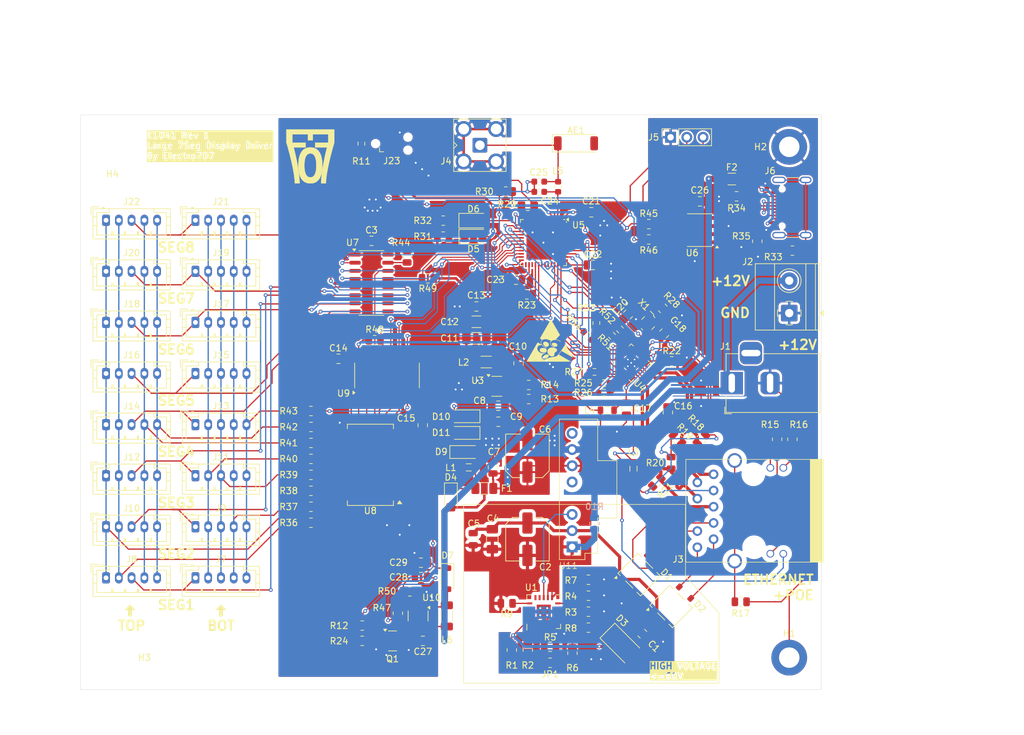
<source format=kicad_pcb>
(kicad_pcb (version 20241229) (generator "pcbnew") (generator_version "9.0")
  (title_block (date "2025-02-01") (rev "A3") (comment 1 "JB") (comment 2 "E1041"))
  (layers (0 "F.Cu" signal) (2 "B.Cu" signal) (13 "F.Paste" user) (15 "B.Paste" user) (5 "F.SilkS" user "F.Silkscreen") (7 "B.SilkS" user "B.Silkscreen") (1 "F.Mask" user) (3 "B.Mask" user) (25 "Edge.Cuts" user))
  (net 0 "")
  (net 2 "Net-(AE1-FEED)")
  (net 3 "Net-(D1-+)")
  (net 4 "Net-(D1--)")
  (net 5 "POE-12V")
  (net 6 "GND")
  (net 7 "/12V_{PRE}")
  (net 8 "Net-(U3-SW)")
  (net 9 "Net-(U3-BST)")
  (net 10 "+3V3")
  (net 11 "Net-(J3-CD)")
  (net 12 "Vdda2")
  (net 13 "Net-(U4-VDDCR)")
  (net 14 "Net-(U5-LNA_IN)")
  (net 15 "USB_5V")
  (net 16 "+12V")
  (net 17 "Net-(U10-FB)")
  (net 18 "/Ethernet and POE/ETH_V1+")
  (net 19 "/Ethernet and POE/ETH_V1-")
  (net 20 "/Ethernet and POE/ETH_V2-")
  (net 21 "/Ethernet and POE/ETH_V2+")
  (net 22 "Net-(D4-A1)")
  (net 23 "Net-(D5-K)")
  (net 24 "Net-(D6-K)")
  (net 25 "/STAT-LED")
  (net 26 "Net-(D7-A)")
  (net 27 "Net-(Q1-C)")
  (net 28 "Net-(F2-Pad1)")
  (net 29 "Net-(J3-Pad12)")
  (net 30 "/Ethernet and POE/ETH_TX-")
  (net 31 "Net-(J3-PadSH)")
  (net 32 "Net-(J3-Pad13)")
  (net 33 "/Ethernet and POE/ETH_TX+")
  (net 34 "/Ethernet and POE/ETH_RX-")
  (net 35 "/Ethernet and POE/ETH_RX+")
  (net 36 "/Ethernet and POE/ETH_LED1")
  (net 37 "/UART_{RX}")
  (net 38 "/UART_{TX}")
  (net 39 "Net-(J6-SHIELD)")
  (net 40 "/D-")
  (net 41 "/D+")
  (net 42 "Net-(J6-CC1)")
  (net 43 "Net-(J6-CC2)")
  (net 44 "/LED Driver/SEG_D")
  (net 45 "/LED Driver/SEG_C")
  (net 46 "/LED Driver/SEG_1")
  (net 47 "/LED Driver/SEG_E")
  (net 48 "/LED Driver/SEG_DP")
  (net 49 "/LED Driver/SEG_F")
  (net 50 "/LED Driver/SEG_B")
  (net 51 "/LED Driver/SEG_G")
  (net 52 "/LED Driver/SEG_A")
  (net 53 "/LED Driver/SEG_2")
  (net 54 "/LED Driver/SEG_3")
  (net 55 "/LED Driver/SEG_4")
  (net 56 "/LED Driver/SEG_5")
  (net 57 "/LED Driver/SEG_6")
  (net 58 "/LED Driver/SEG_7")
  (net 59 "/LED Driver/SEG_8")
  (net 60 "Net-(JP1-B)")
  (net 61 "Net-(U1-DEN)")
  (net 62 "Net-(U1-AMPS_CTL)")
  (net 63 "Net-(U1-MPS_DUTY)")
  (net 64 "Net-(U1-CLSA)")
  (net 65 "Net-(U1-CLSB)")
  (net 66 "Net-(U1-~{AUTCLS})")
  (net 67 "Net-(U1-REF)")
  (net 68 "Net-(U1-IRSHDL_EN)")
  (net 69 "Net-(U3-FB)")
  (net 70 "/Ethernet and POE/ETH_LED2")
  (net 71 "Net-(U4-RBIAS)")
  (net 72 "/E_~{RST}")
  (net 73 "/E_CLK_~{RST}")
  (net 74 "/EN")
  (net 75 "Net-(U8-O1)")
  (net 76 "Net-(U8-O2)")
  (net 77 "Net-(U8-O3)")
  (net 78 "Net-(U8-O4)")
  (net 79 "Net-(U8-O5)")
  (net 80 "Net-(U8-O6)")
  (net 81 "Net-(U8-O7)")
  (net 82 "Net-(U9-QH)")
  (net 83 "Net-(U7-R-EXT)")
  (net 84 "Net-(U6-TXD)")
  (net 85 "Net-(U6-RXD)")
  (net 86 "/OE_H")
  (net 87 "/OE_L")
  (net 91 "Net-(U1-PG)")
  (net 95 "/E_MDC")
  (net 96 "/E_CLK")
  (net 97 "/E_RXER")
  (net 98 "/E_CRS")
  (net 99 "/E_TXD1")
  (net 100 "/E_~{INT}")
  (net 101 "/E_RXD1")
  (net 103 "/E_TXEN")
  (net 104 "/E_TXD0")
  (net 105 "/E_MDIO")
  (net 106 "/E_RXD0")
  (net 117 "/CLK")
  (net 119 "/LATCH")
  (net 123 "/RESET")
  (net 126 "/DAT")
  (net 128 "Net-(U7-SDO)")
  (net 129 "Net-(U8-I6)")
  (net 130 "Net-(U8-I5)")
  (net 132 "Net-(U8-I4)")
  (net 133 "Net-(U8-I3)")
  (net 135 "Net-(U8-I2)")
  (net 136 "Net-(U8-I1)")
  (net 137 "Net-(U8-I7)")
  (net 141 "Net-(J23-Pin_2)")
  (net 142 "Net-(Q1-B)")
  (net 143 "/Ethernet and POE/RTN_GND")
  (net 144 "Net-(D10-K)")
  (net 145 "Net-(U4-TXD0)")
  (net 146 "Net-(U4-TXD1)")
  (net 147 "Net-(U4-TXEN)")
  (net 148 "Net-(U4-RXD0{slash}MODE0)")
  (net 149 "Net-(U4-RXD1{slash}MODE1)")
  (net 150 "Net-(U4-RXER{slash}PHYAD0)")
  (net 151 "Net-(U4-CRS_DV{slash}MODE2)")
  (footprint "Resistor_SMD:R_0805_2012Metric_Pad1.20x1.40mm_HandSolder" (layer "F.Cu") (at 148.705 121.05 -90)
    (property "Reference" "R47")
    (property "Value" "80.6k")
  )
  (footprint "Connector_JST:JST_PH_B5B-PH-K_1x05_P2.00mm_Vertical" (layer "F.Cu") (at 103 59.5)
    (property "Reference" "J22")
    (property "Value" "Conn_01x05_Pin")
  )
  (footprint "Capacitor_SMD:C_0603_1608Metric" (layer "F.Cu") (at 170.85 53.45 180)
    (property "Reference" "C25")
    (property "Value" "4pF")
  )
  (footprint "Capacitor_SMD:C_0805_2012Metric_Pad1.18x1.45mm_HandSolder" (layer "F.Cu") (at 164.4375 88.545)
    (property "Reference" "C8")
    (property "Value" "0.1uF")
  )
  (footprint "Capacitor_SMD:C_0805_2012Metric" (layer "F.Cu") (at 152.325 115.375)
    (property "Reference" "C29")
    (property "Value" "0.1uF")
  )
  (footprint "Resistor_SMD:R_0805_2012Metric_Pad1.20x1.40mm_HandSolder" (layer "F.Cu") (at 143.125 125.375 180)
    (property "Reference" "R24")
    (property "Value" "1k")
  )
  (footprint "Connector_PinSocket_2.54mm:PinSocket_1x03_P2.54mm_Vertical" (layer "F.Cu") (at 191.42 46.5 90)
    (property "Reference" "J5")
    (property "Value" "Conn_01x03")
  )
  (footprint "Resistor_SMD:R_0805_2012Metric" (layer "F.Cu") (at 169.05 126.8 90)
    (property "Reference" "R2")
    (property "Value" "12k")
  )
  (footprint "Resistor_SMD:R_0805_2012Metric" (layer "F.Cu") (at 135.095 106.875 180)
    (property "Reference" "R36")
    (property "Value" "0")
  )
  (footprint "Package_TO_SOT_SMD:SOT-23-5" (layer "F.Cu") (at 151.875 121.4625 -90)
    (property "Reference" "U10")
    (property "Value" "TPS61040DBV")
  )
  (footprint "Capacitor_SMD:C_0805_2012Metric" (layer "F.Cu") (at 167.2 68.8 180)
    (property "Reference" "C23")
    (property "Value" "0.1u")
  )
  (footprint "Oscillator:Oscillator_SMD_ECS_2520MV-xxx-xx-4Pin_2.5x2.0mm" (layer "F.Cu") (at 187.9 75.6 -45)
    (property "Reference" "X1")
    (property "Value" "ECS-2520MV-xxx-xx")
  )
  (footprint "MountingHole:MountingHole_3.2mm_M3_DIN965" (layer "F.Cu") (at 104 128)
    (property "Reference" "H3")
    (property "Value" "MountingHole_Pad")
  )
  (footprint "Resistor_SMD:R_0805_2012Metric_Pad1.20x1.40mm_HandSolder" (layer "F.Cu") (at 169.2 85.3)
    (property "Reference" "R14")
    (property "Value" "31.6k")
  )
  (footprint "Resistor_SMD:R_0805_2012Metric" (layer "F.Cu") (at 155.8 59.55)
    (property "Reference" "R32")
    (property "Value" "1k")
  )
  (footprint "Connector_JST:JST_PH_B5B-PH-K_1x05_P2.00mm_Vertical" (layer "F.Cu") (at 103 67.5)
    (property "Reference" "J20")
    (property "Value" "Conn_01x05_Pin")
  )
  (footprint "Package_DFN_QFN:VQFN-24-1EP_4x4mm_P0.5mm_EP2.5x2.5mm_ThermalVias" (layer "F.Cu") (at 185.25 81.835786 -135)
    (property "Reference" "U4")
    (property "Value" "LAN8720A")
  )
  (footprint "Resistor_SMD:R_0805_2012Metric" (layer "F.Cu") (at 165.75 119.5 180)
    (property "Reference" "R9")
    (property "Value" "0")
  )
  (footprint "Connector_JST:JST_PH_B5B-PH-K_1x05_P2.00mm_Vertical" (layer "F.Cu") (at 117 107.5)
    (property "Reference" "J9")
    (property "Value" "Conn_01x05_Pin")
  )
  (footprint "Fuse:Fuse_1206_3216Metric" (layer "F.Cu") (at 162.25 101.5 180)
    (property "Reference" "F1")
    (property "Value" "500mA")
  )
  (footprint "Connector_JST:JST_PH_B5B-PH-K_1x05_P2.00mm_Vertical" (layer "F.Cu") (at 103 99.5)
    (property "Reference" "J12")
    (property "Value" "Conn_01x05_Pin")
  )
  (footprint "Diode_SMD:D_SOD-123" (layer "F.Cu") (at 159.2 92.8 180)
    (property "Reference" "D11")
    (property "Value" "MBR0530")
  )
  (footprint "Capacitor_SMD:C_0805_2012Metric" (layer "F.Cu") (at 144.575 62.725)
    (property "Reference" "C3")
    (property "Value" "0.1uF")
  )
  (footprint "Resistor_SMD:R_0805_2012Metric" (layer "F.Cu") (at 210.5 64.25 180)
    (property "Reference" "R33")
    (property "Value" "0")
  )
  (footprint "Capacitor_SMD:C_0805_2012Metric" (layer "F.Cu") (at 184.75 74.25 45)
    (property "Reference" "C20")
    (property "Value" "1uF")
  )
  (footprint "Capacitor_SMD:C_0805_2012Metric" (layer "F.Cu") (at 190.409009 77.20901 45)
    (property "Reference" "C18")
    (property "Value" "1uF")
  )
  (footprint "Package_TO_SOT_SMD:TO-269AA" (layer "F.Cu") (at 191.5 120 45)
    (property "Reference" "D2")
    (property "Value" "CDBHM220L")
  )
  (footprint "Capacitor_SMD:C_1206_3216Metric_Pad1.33x1.80mm_HandSolder" (layer "F.Cu") (at 161 75.4 180)
    (property "Reference" "C12")
    (property "Value" "22uF")
  )
  (footprint "ProjectFootprints:VCB48_SO-3WR3" (layer "F.Cu") (at 176 110.65 90)
    (property "Reference" "U11")
    (property "Value" "VCB48_SO-3WR3")
  )
  (footprint "Capacitor_SMD:C_0805_2012Metric_Pad1.18x1.45mm_HandSolder" (layer "F.Cu") (at 164.4375 91.055)
    (property "Reference" "C9")
    (property "Value" "10uF")
  )
  (footprint "MountingHole:MountingHole_3.2mm_M3_DIN965_Pad" (layer "F.Cu") (at 210 128)
    (property "Reference" "H1")
    (property "Value" "MountingHole_Pad")
  )
  (footprint "Resistor_SMD:R_0805_2012Metric" (layer "F.Cu") (at 153.4 68.6)
    (property "Reference" "R49")
    (property "Value" "10k")
  )
  (footprint "Capacitor_SMD:C_Elec_6.3x5.4" (layer "F.Cu") (at 169 109.45 -90)
    (property "Reference" "C2")
    (property "Value" "100uF")
  )
  (footprint "Diode_SMD:D_SOD-123" (layer "F.Cu") (at 156.4675 115.625 -90)
    (property "Reference" "D7")
    (property "Value" "MBR0530")
  )
  (footprint "Resistor_SMD:R_0805_2012Metric_Pad1.20x1.40mm_HandSolder" (layer "F.Cu") (at 150.575 117.625 180)
    (property "Reference" "R50")
    (property "Value" "10k")
  )
  (footprint "Resistor_SMD:R_0805_2012Metric" (layer "F.Cu") (at 190.198097 73.301903 135)
    (property "Reference" "R28")
    (property "Value" "10k")
  )
  (footprint "Capacitor_SMD:C_0805_2012Metric" (layer "F.Cu") (at 196 56.5425 180)
    (property "Reference" "C26")
    (property "Value" "0.1uF")
  )
  (footprint "Resistor_SMD:R_0603_1608Metric_Pad0.98x0.95mm_HandSolder" (layer "F.Cu") (at 143 47.5 90)
    (property "Reference" "R11")
    (property "Value" "470")
  )
  (footprint "Capacitor_SMD:C_0805_2012Metric" (layer "F.Cu") (at 152.6 91.6 -90)
    (property "Reference" "C15")
    (property "Value" "0.1uF")
  )
  (footprint "Diode_SMD:D_SMF" (layer "F.Cu") (at 157 103 -90)
    (property "Reference" "D4")
    (property "Value" "SMF15A")
  )
  (footprint "Resistor_SMD:R_0805_2012Metric" (layer "F.Cu") (at 196.25 93.75 -135)
    (property "Reference" "R18")
    (property "Value" "49.9")
  )
  (footprint "Connector_JST:JST_PH_B5B-PH-K_1x05_P2.00mm_Vertical" (layer "F.Cu") (at 117 67.5)
    (property "Reference" "J19")
    (property "Value" "Conn_01x05_Pin")
  )
  (footprint "Diode_SMD:D_SMA" (layer "F.Cu") (at 184 126.25 -45)
    (property "Reference" "D3")
    (property "Value" "SMAJ58A")
  )
  (footprint "Connector_Coaxial:SMA_Amphenol_901-143_Horizontal" (layer "F.Cu") (at 161.55 47.75)
    (property "Reference" "J4")
    (property "Value" "Conn_Coaxial")
  )
  (footprint "Capacitor_SMD:C_0805_2012Metric" (layer "F.Cu") (at 139.4 81.2)
    (property "Reference" "C14")
    (property "Value" "0.1uF")
  )
  (footprint "Resistor_SMD:R_0805_2012Metric" (layer "F.Cu") (at 189.25 100.5 45)
    (property "Reference" "R21")
    (property "Value" "49.9")
  )
  (footprint "LED_SMD:LED_1206_3216Metric" (layer "F.Cu") (at 160.55 62.05)
    (property "Reference" "D5")
    (property "Value" "LED")
  )
  (footprint "Resistor_SMD:R_0603_1608Metric" (layer "F.Cu") (at 182.25 77.6 135)
    (property "Reference" "R51")
    (property "Value" "0")
  )
  (footprint "Connector:Tag-Connect_TC2030-IDC-NL_2x03_P1.27mm_Vertical" (layer "F.Cu") (at 147.75 47.5)
    (property "Reference" "J23")
    (property "Value" "Conn_01x06_Female")
  )
  (footprint "Resistor_SMD:R_0805_2012Metric_Pad1.20x1.40mm_HandSolder" (layer "F.Cu") (at 165.6 55 180)
    (property "Reference" "R30")
    (property "Value" "10k")
  )
  (footprint "Package_TO_SOT_SMD:SOT-23" (layer "F.Cu") (at 147.875 125.375)
    (property "Reference" "Q1")
    (property "Value" "MMBT3904")
  )
  (footprint "Capacitor_SMD:C_0805_2012Metric_Pad1.18x1.45mm_HandSolder" (layer "F.Cu") (at 167.6 81.9 90)
    (property "Reference" "C10")
    (property "Value" "0.1uF")
  )
  (footprint "Resistor_SMD:R_0805_2012Metric" (layer "F.Cu") (at 135.095 91.875 180)
    (property "Reference" "R42")
    (property "Value" "0")
  )
  (footprint "Capacitor_SMD:C_0805_2012Metric" (layer "F.Cu") (at 187 124.25 -45)
    (property "Reference" "C1")
    (property "Value" "0.1u")
  )
  (footprint "Resistor_SMD:R_0805_2012Metric" (layer "F.Cu") (at 191.6 81.6)
    (property "Reference" "R22")
    (property "Value" "12.1k")
  )
  (footprint "Resistor_SMD:R_0805_2012Metric" (layer "F.Cu") (at 210.5 93.8 90)
    (property "Reference" "R16")
    (property "Value" "1k")
  )
  (footprint "Resistor_SMD:R_0805_2012Metric" (layer "F.Cu") (at 188 62.5)
    (property "Reference" "R46")
    (property "Value" "0")
  )
  (footprint "Inductor_SMD:L_0805_2012Metric" (layer "F.Cu") (at 159.8 98.2 180)
    (property "Reference" "L1")
    (property "Value" "L_Ferrite")
  )
  (footprint "LED_SMD:LED_1206_3216Metric" (layer "F.Cu") (at 160.55 59.55)
    (property "Reference" "D6")
    (property "Value" "LED")
  )
  (footprint "Package_DFN_QFN:QFN-48-1EP_7x7mm_P0.5mm_EP5.3x5.3mm" (layer "F.Cu") (at 171.5 63 -90)
    (property "Reference" "U5")
    (property "Value" "ESP32-PICO-D4")
  )
  (footprint "Resistor_SMD:R_0805_2012Metric" (layer "F.Cu") (at 201.75 55.75 180)
    (property "Reference" "R34")
    (property "Value" "5.1k")
  )
  (footprint "Resistor_SMD:R_0805_2012Metric" (layer "F.Cu") (at 172.55 128.8 180)
    (property "Reference" "JP1")
    (property "Value" "Jumper_2_Bridged")
  )
  (footprint "Resistor_SMD:R_0805_2012Metric" (layer "F.Cu") (at 178.55 115.8 180)
    (property "Reference" "R7")
    (property "Value" "0")
  )
  (footprint "Resistor_SMD:R_0805_2012Metric" (layer "F.Cu") (at 155.8 62.05)
    (property "Reference" "R31")
    (property "Value" "1k")
  )
  (footprint "Resistor_SMD:R_0805_2012Metric" (layer "F.Cu") (at 145.07 78.27 180)
    (property "Reference" "R48")
    (property "Value" "10k")
  )
  (footprint "Diode_SMD:D_SOD-123" (layer "F.Cu") (at 159.2 90.2 180)
    (property "Reference" "D10")
    (property "Value" "MBR0530")
  )
  (footprint "Resistor_SMD:R_0805_2012Metric" (layer "F.Cu") (at 178.55 120.8 180)
    (property "Reference" "R3")
    (property "Value" "1.3k")
  )
  (footprint "Connector_USB:USB_C_Receptacle_GCT_USB4105-xx-A_16P_TopMnt_Horizontal" (layer "F.Cu") (at 211.5 57.5 90)
    (property "Reference" "J6")
    (property "Value" "USB_C_Receptacle_USB2.0_14P")
  )
  (footprint "Connector_JST:JST_PH_B5B-PH-K_1x05_P2.00mm_Vertical" (layer "F.Cu") (at 103 83.5)
    (property "Reference" "J16")
    (property "Value" "Conn_01x05_Pin")
  )
  (footprint "MountingHole:MountingHole_3.2mm_M3_DIN965_Pad" (layer "F.Cu") (at 210 48)
    (property "Reference" "H2")
    (property "Value" "MountingHole_Pad")
  )
  (footprint "Resistor_SMD:R_0805_2012Metric" (layer "F.Cu") (at 208.1 93.8 90)
    (property "Reference" "R15")
    (property "Value" "1k")
  )
  (footprint "Capacitor_SMD:C_0805_2012Metric" (layer "F.Cu") (at 179 58.25)
    (property "Reference" "C21")
    (property "Value" "0.1u")
  )
  (footprint "Connector_BarrelJack:BarrelJack_Horizontal" (layer "F.Cu") (at 201 85 180)
    (property "Reference" "J1")
    (property "Value" "Barrel_Jack")
  )
  (footprint "Connector_JST:JST_PH_B5B-PH-K_1x05_P2.00mm_Vertical" (layer "F.Cu") (at 117 83.5)
    (property "Reference" "J15")
    (property "Value" "Conn_01x05_Pin")
  )
  (footprint "Package_SO:SOP-18_7x12.5mm_P1.27mm" (layer "F.Cu") (at 144.4 97.8 180)
    (property "Reference" "U8")
    (property "Value" "TBD62783A")
  )
  (footprint "Connector_JST:JST_PH_B5B-PH-K_1x05_P2.00mm_Vertical" (layer "F.Cu") (at 103 115.5)
    (property "Reference" "J8")
    (property "Value" "Conn_01x05_Pin")
  )
  (footprint "Package_SO:SO-16_3.9x9.9mm_P1.27mm" (layer "F.Cu") (at 144.575 69.325)
    (property "Reference" "U7")
    (property "Value" "STP08DP05")
  )
  (footprint "Resistor_SMD:R_0805_2012Metric" (layer "F.Cu") (at 202.4 119.25)
    (property "Reference" "R17")
    (property "Value" "0")
  )
  (footprint "Resistor_SMD:R_0805_2012Metric" (layer "F.Cu") (at 150.15 65.19 -90)
    (property "Reference" "R44")
    (property "Value" "R")
  )
  (footprint "Resistor_SMD:R_0805_2012Metric" (layer "F.Cu") (at 135.095 99.375 180)
    (property "Reference" "R39")
    (property "Value" "0")
  )
  (footprint "Resistor_SMD:R_0805_2012Metric" (layer "F.Cu") (at 168.9 71.1)
    (property "Reference" "R23")
    (property "Value" "10k")
  )
  (footprint "Resistor_SMD:R_0805_2012Metric_Pad1.20x1.40mm_HandSolder" (layer "F.Cu") (at 143.125 122.975 180)
    (property "Reference" "R12")
    (property "Value" "10k")
  )
  (footprint "Package_TO_SOT_SMD:TO-269AA" (layer "F.Cu") (at 186.5 115 45)
    (property "Reference" "D1")
    (property "Value" "CDBHM220L")
  )
  (footprint "Capacitor_SMD:C_0805_2012Metric" (layer "F.Cu") (at 191 89.6 90)
    (property "Reference" "C16")
    (property "Value" "1uF")
  )
  (footprint "Inductor_SMD:L_1206_3216Metric_Pad1.22x1.90mm_HandSolder" (layer "F.Cu") (at 156.375 121.4625 90)
    (property "Reference" "L6")
    (property "Value" "6.8uH")
  )
  (footprint "Inductor_SMD:L_0805_2012Metric" (layer "F.Cu") (at 181.5 89.25 180)
    (property "Reference" "L4")
    (property "Value" "L_Ferrite")
  )
  (footprint "Inductor_SMD:L_0603_1608Metric" (layer "F.Cu") (at 173.8 54.25 90)
    (property "Reference" "L5")
    (property "Value" "2.2nH")
  )
  (footprint "Capacitor_SMD:C_Elec_6.3x5.4" (layer "F.Cu") (at 169 96.4 90)
    (property "Reference" "C6")
    (property "Value" "22uF")
  )
  (footprint "Resistor_SMD:R_0805_2012Metric_Pad1.20x1.40mm_HandSolder" (layer "F.Cu") (at 169.05 57.25)
    (property "Reference" "R29")
    (property "Value" "10k")
  )
  (footprint "Resistor_SMD:R_0603_1608Metric" (layer "F.Cu") (at 179.5 83.25 180)
    (property "Reference" "R27")
    (property "Value" "0")
  )
  (footprint "Resistor_SMD:R_0603_1608Metric" (layer "F.Cu") (at 183.5 76.6 135)
    (property "Reference" "R52")
    (property "Value" "0")
  )
  (footprint "ProjectFootprints:TI_RGW0020B" (layer "F.Cu") (at 171.55 120.8 90)
    (property "Reference" "U1")
    (property "Value" "TPS2372")
  )
  (footprint "Connector_JST:JST_PH_B5B-PH-K_1x05_P2.00mm_Vertical" (layer "F.Cu") (at 103 75.5)
    (property "Reference" "J18")
    (property "Value" "Conn_01x05_Pin")
  )
  (footprint "Connector_JST:JST_PH_B5B-PH-K_1x05_P2.00mm_Vertical" (layer "F.Cu") (at 117 75.5)
    (property "Reference" "J17")
    (property "Value" "Conn_01x05_Pin")
  )
  (footprint "Capacitor_SMD:C_0805_2012Metric" (layer "F.Cu") (at 179.25 66.5)
    (property "Reference" "C22")
    (property "Value" "0.1u")
  )
  (footprint "RF_Antenna:Johanson_2450AT43F0100" (layer "F.Cu") (at 176.6 47.45)
    (property "Reference" "AE1")
    (property "Value" "Antenna_Chip")
  )
  (footprint "Resistor_SMD:R_0603_1608Metric" (layer "F.Cu") (at 181 85 180)
    (property "Reference" "R25")
    (property "Value" "0")
  )
  (footprint "ProjectFootprints:74984104400" (layer "F.Cu") (at 204.5 105 -90)
    (property "Reference" "J3")
    (property "Value" "74984104400")
  )
  (footprint "Resistor_SMD:R_0805_2012Metric" (layer "F.Cu") (at 205 62.7925 -90)
    (property "Reference" "R35")
    (property "Value" "5.1k")
  )
  (footprint "Resistor_SMD:R_0805_2012Metric" (layer "F.Cu") (at 192.5 93.75 -45)
    (property "Reference" "R19")
    (property "Value" "49.9")
  )
  (footprint "Capacitor_SMD:C_0805_2012Metric_Pad1.18x1.45mm_HandSolder" (layer "F.Cu") (at 152.625 125.375 180)
    (property "Reference" "C27")
    (property "Value" "4.7uF")
  )
  (footprint "Capacitor_SMD:C_0603_1608Metric" (layer "F.Cu") (at 170.85 55.05 180)
    (property "Reference" "C24")
    (property "Value" "2.2pF")
  )
  (footprint "MountingHole:MountingHole_3.2mm_M3_DIN965" (layer "F.Cu") (at 104 48)
    (property "Reference" "H4")
    (property "Value" "MountingHole_Pad")
  )
  (footprint "Diode_SMD:D_SOD-123" (layer "F.Cu") (at 159.2 95.8)
    (property "Reference" "D9")
    (property "Value" "MBR0530")
  )
  (footprint "TerminalBlock_Phoenix:TerminalBlock_Phoenix_MKDS-1,5-2-5.08_1x02_P5.08mm_Horizontal" (layer "F.Cu") (at 210 74.0425 90)
    (property "Reference" "J2")
    (property "Value" "Screw_Terminal_01x02")
  )
  (footprint "Connector_JST:JST_PH_B5B-PH-K_1x05_P2.00mm_Vertical" (layer "F.Cu") (at 117 91.5)
    (property "Reference" "J13")
    (property "Value" "Conn_01x05_Pin")
  )
  (footprint "Inductor_SMD:L_0805_2012Metric" (layer "F.Cu") (at 185.6 98.4 90)
    (property "Reference" "L3")
    (property "Value" "L_Ferrite")
  )
  (footprint "Package_SO:SO-16_3.9x9.9mm_P1.27mm" (layer "F.Cu") (at 147 83.8 90)
    (property "Reference" "U9")
    (property "Value" "74HC595")
  )
  (footprint "Connector_JST:JST_PH_B5B-PH-K_1x05_P2.00mm_Vertical" (layer "F.Cu") (at 117 115.5)
    (property "Reference" "J7")
    (property "Value" "Conn_01x05_Pin")
  )
  (footprint "Connector_JST:JST_PH_B5B-PH-K_1x05_P2.00mm_Vertical" (layer "F.Cu") (at 103 91.5)
    (property "Reference" "J14")
    (property "Value" "Conn_01x05_Pin")
  )
  (footprint "Resistor_SMD:R_0805_2012Metric" (layer "F.Cu") (at 172.55 126.3 180)
    (property "Reference" "R5")
    (property "Value" "63.4")
  )
  (footprint "Inductor_SMD:L_1206_3216Metric_Pad1.22x1.90mm_HandSolder" (layer "F.Cu") (at 162.5375 81.7 180)
    (property "Reference" "L2")
    (property "Value" "3.3uH")
  )
  (footprint "Resistor_SMD:R_0805_2012Metric" (layer "F.Cu") (at 178.55 118.3 180)
    (property "Reference" "R4")
    (property "Value" "0")
  )
  (footprint "Resistor_SMD:R_0603_1608Metric" (layer "F.Cu") (at 178.4 77.6 135)
    (property "Reference" "R54")
    (property "Value" "0")
  )
  (footprint "Resistor_SMD:R_0805_2012Metric" (layer "F.Cu") (at 188 60.1)
    (property "Reference" "R45")
    (property "Value" "0")
  )
  (footprint "Capacitor_SMD:C_1206_3216Metric_Pad1.33x1.80mm_HandSolder" (layer "F.Cu") (at 161 78 180)
    (property "Reference" "C11")
    (property "Value" "10uF")
  )
  (footprint "Resistor_SMD:R_0805_2012Metric" (layer "F.Cu") (at 135.095 89.375 180)
    (property "Reference" "R43")
    (property "Value" "330")
  )
  (footprint "Connector_JST:JST_PH_B5B-PH-K_1x05_P2.00mm_Vertical" (layer "F.Cu") (at 117 99.5)
    (property "Reference" "J11")
    (property "Value" "Conn_01x05_Pin")
  )
  (footprint "Resistor_SMD:R_0805_2012Metric" (layer "F.Cu") (at 135.095 104.375 180)
    (property "Reference" "R37")
    (property "Value" "0")
  )
  (footprint "Resistor_SMD:R_0805_2012Metric" (layer "F.Cu") (at 191.5 97.5 -90)
    (property "Reference" "R20")
    (property "Value" "49.9")
  )
  (footprint "Resistor_SMD:R_0805_2012Metric" (layer "F.Cu") (at 135.095 101.875 180)
    (property "Reference" "R38")
    (property "Value" "0")
  )
  (footprint "Resistor_SMD:R_0805_2012Metric" (layer "F.Cu") (at 176.05 127.3 90)
    (property "Reference" "R6")
    (property "Value" "249")
  )
  (footprint "Connector_JST:JST_PH_B5B-PH-K_1x05_P2.00mm_Vertical" (layer "F.Cu") (at 117 59.5)
    (property "Reference" "J21")
    (property "Value" "Conn_01x05_Pin")
  )
  (footprint "Resistor_SMD:R_0805_2012Metric" (layer "F.Cu") (at 135.095 96.875 180)
    (property "Reference" "R40")
    (property "Value" "0")
  )
  (footprint "Resistor_SMD:R_0805_2012Metric" (layer "F.Cu") (at 166.55 126.8 -90)
    (property "Reference" "R1")
    (property "Value" "13k")
  )
  (footprint "Package_TO_SOT_SMD:TSOT-23-6" (layer "F.Cu") (at 164.2 85.5)
    (property "Reference" "U3")
    (property "Value" "AP62200WU-7")
  )
  (footprint "Resistor_SMD:R_0805_2012Metric" (layer "F.Cu") (at 178.55 123.3 180)
    (property "Reference" "R8")
    (property "Value" "49.9k")
  )
  (footprint "Package_SO:SOP-8_3.9x4.9mm_P1.27mm" (layer "F.Cu") (at 196 61.0425 180)
    (property "Reference" "U6")
    (property "Value" "CH340N")
  )
  (footprint "Capacitor_SMD:C_1206_3216Metric_Pad1.33x1.80mm_HandSolder" (layer "F.Cu") (at 163.5 109.45 -90)
    (property "Reference" "C4")
    (property "Value" "1uF")
  )
  (footprint "Resistor_SMD:R_0805_2012Metric_Pad1.20x1.40mm_HandSolder" (layer "F.Cu") (at 169.2 87.5 180)
    (property "Reference" "R13")
    (property "Value" "10k")
  )
  (footprint "Resistor_SMD:R_0603_1608Metric" (layer "F.Cu") (at 181 86.5 180)
    (property "Reference" "R26")
    (property "Value" "0")
  )
  (footprint "Capacitor_SMD:C_0805_2012Metric" (layer "F.Cu") (at 161 73 180)
    (property "Reference" "C13")
    (property "Value" "0.1uF")
  )
  (footprint "Connector_JST:JST_PH_B5B-PH-K_1x05_P2.00mm_Vertical" (layer "F.Cu") (at 103 107.5)
    (property "Reference" "J10")
    (property "Value" "Conn_01x05_Pin")
  )
  (footprint "Fuse:Fuse_1206_3216Metric" (layer "F.Cu") (at 201 53.0425 180)
    (property "Reference" "F2")
    (property "Value" "500mA")
  )
  (footprint "Capacitor_SMD:C_0805_2012Metric" (layer "F.Cu") (at 184.5 89 -90)
    (property "Reference" "C17")
    (property "Value" "1uF")
  )
  (footprint "Capacitor_SMD:C_0805_2012Metric" (layer "F.Cu") (at 160.5 109.45 -90)
    (property "Reference" "C5")
    (property "Value" "0.1uF")
  )
  (footprint "Capacitor_SMD:C_0805_2012Metric_Pad1.18x1.45mm_HandSolder" (layer "F.Cu") (at 152.325 113.125 180)
    (property "Reference" "C28")
    (property "Value" "1uF")
  )
  (footprint "Capacitor_SMD:C_0805_2012Metric" (layer "F.Cu") (at 163.6 98.2 90)
    (property "Reference" "C7")
    (property "Value" "0.1uF")
  )
  (footprint "Resistor_SMD:R_0603_1608Metric" (layer "F.Cu") (at 179.8 75.6 90)
    (property "Reference" "R53")
    (property "Value" "0")
  )
  (footprint "Resistor_SMD:R_0805_2012Metric" (layer "F.Cu") (at 135.095 94.375 180)
    (property "Reference" "R41")
    (property "Value" "0")
  )
  (footprint "Resistor_SMD:R_0805_2012Metric" (layer "B.Cu") (at 179.5 107 -90)
    (property "Reference" "R10")
    (property "Value" "DNP")
  )
  (gr_poly (pts (xy 171.483743 79.495092) (xy 171.522008 79.496756) (xy 171.559335 79.499564) (xy 171.595394 79.503517) (xy 171.629853 79.508616) (xy 171.662384 79.514861) (xy 171.692656 79.522253) (xy 171.720338 79.530791) (xy 171.743398 79.539308) (xy 171.765951 79.548672) (xy 171.787929 79.558828) (xy 171.809262 79.569725) (xy 171.829881 79.581308) (xy 171.849719 79.593526) (xy 171.868707 79.606325) (xy 171.886774 79.619651) (xy 171.903854 79.633453) (xy 171.919877 79.647676) (xy 171.934774 79.662268) (xy 171.948477 79.677175) (xy 171.960917 79.692346) (xy 171.972025 79.707725) (xy 171.981732 79.723262) (xy 171.98997 79.738901) (xy 171.997596 79.756182) (xy 172.004275 79.774029) (xy 172.010005 79.792359) (xy 172.014784 79.811085) (xy 172.018611 79.830123) (xy 172.021482 79.849388) (xy 172.023397 79.868794) (xy 172.024352 79.888255) (xy 172.024346 79.907688) (xy 172.023376 79.927007) (xy 172.021442 79.946125) (xy 172.018539 79.96496) (xy 172.014668 79.983424) (xy 172.009824 80.001434) (xy 172.004007 80.018903) (xy 171.997214 80.035747) (xy 171.990826 80.049207) (xy 171.983742 80.062222) (xy 171.975969 80.074787) (xy 171.967512 80.086901) (xy 171.958379 80.09856) (xy 171.948577 80.109764) (xy 171.938112 80.120508) (xy 171.926991 80.13079) (xy 171.915221 80.140608) (xy 171.902808 80.14996) (xy 171.889759 80.158842) (xy 171.876081 80.167252) (xy 171.861781 80.175187) (xy 171.846866 80.182646) (xy 171.831341 80.189624) (xy 171.815214 80.196121) (xy 171.798491 80.202133) (xy 171.78118 80.207658) (xy 171.763287 80.212692) (xy 171.744818 80.217235) (xy 171.725781 80.221282) (xy 171.706182 80.224832) (xy 171.686028 80.227881) (xy 171.665326 80.230428) (xy 171.644082 80.23247) (xy 171.622303 80.234004) (xy 171.599996 80.235028) (xy 171.577167 80.235538) (xy 171.553823 80.235534) (xy 171.529972 80.235011) (xy 171.480771 80.232401) (xy 171.444494 80.229037) (xy 171.408371 80.224277) (xy 171.372562 80.218186) (xy 171.337231 80.210828) (xy 171.30254 80.202266) (xy 171.268651 80.192565) (xy 171.235726 80.181788) (xy 171.203927 80.169999) (xy 171.173417 80.157262) (xy 171.144358 80.143641) (xy 171.116912 80.1292) (xy 171.091241 80.114002) (xy 171.067508 80.098112) (xy 171.045875 80.081593) (xy 171.026504 80.064509) (xy 171.009557 80.046924) (xy 171.000352 80.035984) (xy 170.9917 80.024722) (xy 170.983602 80.013157) (xy 170.976059 80.00131) (xy 170.969071 79.989201) (xy 170.962639 79.976851) (xy 170.956765 79.964279) (xy 170.951449 79.951507) (xy 170.946691 79.938555) (xy 170.942494 79.925443) (xy 170.93578 79.89882) (xy 170.931314 79.871802) (xy 170.929103 79.84455) (xy 170.929153 79.817228) (xy 170.93147 79.79) (xy 170.936061 79.763026) (xy 170.939211 79.749687) (xy 170.942932 79.736472) (xy 170.947225 79.723402) (xy 170.952091 79.710498) (xy 170.957529 79.69778) (xy 170.963542 79.685268) (xy 170.97013 79.672983) (xy 170.977293 79.660945) (xy 170.985033 79.649175) (xy 170.99335 79.637692) (xy 170.999743 79.629806) (xy 171.006987 79.62183) (xy 171.014999 79.613818) (xy 171.023696 79.605826) (xy 171.032998 79.597909) (xy 171.04282 79.590122) (xy 171.053081 79.582521) (xy 171.063699 79.575161) (xy 171.074592 79.568096) (xy 171.085676 79.561382) (xy 171.09687 79.555075) (xy 171.108092 79.549228) (xy 171.119259 79.543899) (xy 171.130288 79.539141) (xy 171.141099 79.53501) (xy 171.151608 79.531561) (xy 171.183461 79.522942) (xy 171.217347 79.515463) (xy 171.252936 79.509126) (xy 171.289898 79.503931) (xy 171.327902 79.499877) (xy 171.366619 79.496966) (xy 171.405718 79.495198) (xy 171.44487 79.494573)) (fill yes) (layer "F.SilkS"))
  (gr_poly (pts (xy 135.188237 48.099206) (xy 135.31229 48.112253) (xy 135.451174 48.13766) (xy 135.601045 48.179547) (xy 135.758056 48.242034) (xy 135.838038 48.282289) (xy 135.918364 48.329239) (xy 135.998552 48.383399) (xy 136.078122 48.445284) (xy 136.156593 48.515409) (xy 136.233485 48.594288) (xy 136.308317 48.682437) (xy 136.380609 48.780371) (xy 136.449879 48.888605) (xy 136.515648 49.007653) (xy 136.577434 49.13803) (xy 136.634756 49.280252) (xy 136.687135 49.434834) (xy 136.73409 49.60229) (xy 136.775139 49.783136) (xy 136.809803 49.977886) (xy 136.8376 50.187056) (xy 136.858051 50.41116) (xy 136.870673 50.650714) (xy 136.874988 50.906232) (xy 136.870673 51.16175) (xy 136.858051 51.401304) (xy 136.8376 51.625408) (xy 136.809803 51.834578) (xy 136.775139 52.029328) (xy 136.73409 52.210174) (xy 136.687135 52.37763) (xy 136.634756 52.532212) (xy 136.577433 52.674434) (xy 136.515647 52.804812) (xy 136.449879 52.92386) (xy 136.380609 53.032094) (xy 136.308317 53.130028) (xy 136.233485 53.218177) (xy 136.156593 53.297056) (xy 136.078122 53.367181) (xy 135.998552 53.429066) (xy 135.918364 53.483226) (xy 135.838039 53.530177) (xy 135.758057 53.570432) (xy 135.678899 53.604508) (xy 135.601045 53.632919) (xy 135.524977 53.65618) (xy 135.451175 53.674806) (xy 135.31229 53.700213) (xy 135.188237 53.713261) (xy 135.000006 53.718755) (xy 134.811774 53.713261) (xy 134.687721 53.700213) (xy 134.548836 53.674806) (xy 134.398966 53.632919) (xy 134.241954 53.570432) (xy 134.161972 53.530177) (xy 134.081647 53.483226) (xy 134.001459 53.429066) (xy 133.921889 53.367181) (xy 133.843418 53.297056) (xy 133.766526 53.218177) (xy 133.691694 53.130028) (xy 133.619402 53.032094) (xy 133.550132 52.92386) (xy 133.484363 52.804812) (xy 133.422577 52.674434) (xy 133.365255 52.532212) (xy 133.312876 52.37763) (xy 133.265921 52.210174) (xy 133.224871 52.029328) (xy 133.190208 51.834578) (xy 133.16241 51.625408) (xy 133.14196 51.401304) (xy 133.129337 51.16175) (xy 133.125023 50.906232) (xy 134.062466 50.906232) (xy 134.064623 51.076577) (xy 134.070935 51.236279) (xy 134.081161 51.385682) (xy 134.09506 51.525128) (xy 134.112393 51.654961) (xy 134.132919 51.775524) (xy 134.156398 51.88716) (xy 134.182589 51.990214) (xy 134.211252 52.085027) (xy 134.242147 52.171945) (xy 134.275033 52.251309) (xy 134.309671 52.323463) (xy 134.345819 52.388751) (xy 134.383237 52.447515) (xy 134.421685 52.5001) (xy 134.460923 52.546848) (xy 134.50071 52.588104) (xy 134.540807 52.624209) (xy 134.580971 52.655508) (xy 134.620965 52.682343) (xy 134.660546 52.705059) (xy 134.699474 52.723998) (xy 134.73751 52.739504) (xy 134.774413 52.751921) (xy 134.809943 52.76159) (xy 134.843859 52.768857) (xy 134.905888 52.777553) (xy 134.958578 52.780757) (xy 135.000006 52.781215) (xy 135.094124 52.777553) (xy 135.156153 52.768857) (xy 135.225598 52.751921) (xy 135.300537 52.723998) (xy 135.379047 52.682343) (xy 135.459205 52.624209) (xy 135.499301 52.588104) (xy 135.539088 52.546848) (xy 135.578326 52.5001) (xy 135.616774 52.447515) (xy 135.654193 52.388751) (xy 135.69034 52.323463) (xy 135.724978 52.251309) (xy 135.757864 52.171945) (xy 135.788759 52.085027) (xy 135.817422 51.990214) (xy 135.843613 51.88716) (xy 135.867092 51.775524) (xy 135.887618 51.654961) (xy 135.904951 51.525128) (xy 135.91885 51.385682) (xy 135.929076 51.236279) (xy 135.935388 51.076577) (xy 135.937545 50.906232) (xy 135.935388 50.735887) (xy 135.929076 50.576185) (xy 135.91885 50.426782) (xy 135.904951 50.287336) (xy 135.887618 50.157504) (xy 135.867092 50.036941) (xy 135.843613 49.925304) (xy 135.817422 49.822251) (xy 135.788759 49.727437) (xy 135.757864 49.64052) (xy 135.724978 49.561156) (xy 135.690341 49.489002) (xy 135.654193 49.423714) (xy 135.616774 49.364949) (xy 135.578326 49.312364) (xy 135.539088 49.265616) (xy 135.499301 49.224361) (xy 135.459205 49.188256) (xy 135.41904 49.156957) (xy 135.379047 49.130122) (xy 135.339466 49.107406) (xy 135.300537 49.088467) (xy 135.262501 49.072961) (xy 135.225598 49.060545) (xy 135.190069 49.050875) (xy 135.156153 49.043609) (xy 135.094124 49.034912) (xy 135.041434 49.031709) (xy 135.000006 49.031252) (xy 134.905888 49.034913) (xy 134.843859 49.043609) (xy 134.774413 49.060545) (xy 134.699474 49.088468) (xy 134.620965 49.130122) (xy 134.540807 49.188257) (xy 134.50071 49.224362) (xy 134.460923 49.265617) (xy 134.421685 49.312365) (xy 134.383237 49.36495) (xy 134.345819 49.423714) (xy 134.309671 49.489002) (xy 134.275033 49.561156) (xy 134.242147 49.64052) (xy 134.211252 49.727437) (xy 134.182589 49.822251) (xy 134.156398 49.925304) (xy 134.132919 50.036941) (xy 134.112393 50.157504) (xy 134.09506 50.287336) (xy 134.081161 50.426782) (xy 134.070935 50.576185) (xy 134.064623 50.735887) (xy 134.062466 50.906232) (xy 133.125023 50.906232) (xy 133.129337 50.650714) (xy 133.14196 50.411161) (xy 133.16241 50.187057) (xy 133.190208 49.977887) (xy 133.224872 49.783137) (xy 133.265921 49.602291) (xy 133.312876 49.434835) (xy 133.365255 49.280253) (xy 133.422577 49.138031) (xy 133.484363 49.007653) (xy 133.550132 48.888605) (xy 133.619402 48.780372) (xy 133.691694 48.682438) (xy 133.766526 48.594289) (xy 133.843418 48.51541) (xy 133.921889 48.445285) (xy 134.001459 48.3834) (xy 134.081647 48.32924) (xy 134.161973 48.28229) (xy 134.241955 48.242034) (xy 134.321113 48.207958) (xy 134.398966 48.179547) (xy 134.475034 48.156286) (xy 134.548837 48.13766) (xy 134.687721 48.112253) (xy 134.811774 48.099206) (xy 135.000006 48.093711)) (stroke (width 0.049687)) (fill yes) (layer "F.SilkS"))
  (gr_poly (pts (xy 173.13444 78.683121) (xy 173.168488 78.68542) (xy 173.204916 78.68936) (xy 173.243856 78.694933) (xy 173.285444 78.702129) (xy 173.329814 78.710941) (xy 173.377101 78.721359) (xy 173.387663 78.724046) (xy 173.399329 78.727467) (xy 173.411715 78.731483) (xy 173.424434 78.735952) (xy 173.437103 78.740736) (xy 173.449335 78.745693) (xy 173.460747 78.750683) (xy 173.470953 78.755566) (xy 173.487 78.764351) (xy 173.503151 78.774512) (xy 173.519302 78.785932) (xy 173.535347 78.798491) (xy 173.551182 78.81207) (xy 173.566704 78.826552) (xy 173.581807 78.841817) (xy 173.596387 78.857747) (xy 173.61034 78.874223) (xy 173.623561 78.891127) (xy 173.635945 78.90834) (xy 173.647389 78.925743) (xy 173.657787 78.943217) (xy 173.667036 78.960645) (xy 173.67503 78.977906) (xy 173.681666 78.994884) (xy 173.684867 79.004846) (xy 173.687495 79.014915) (xy 173.689556 79.025074) (xy 173.691061 79.035304) (xy 173.692018 79.045589) (xy 173.692435 79.05591) (xy 173.692322 79.066249) (xy 173.691685 79.07659) (xy 173.690536 79.086915) (xy 173.688881 79.097205) (xy 173.68673 79.107444) (xy 173.684091 79.117613) (xy 173.680974 79.127696) (xy 173.677385 79.137674) (xy 173.673335 79.14753) (xy 173.668832 79.157246) (xy 173.663884 79.166805) (xy 173.658501 79.176189) (xy 173.65269 79.18538) (xy 173.64646 79.194361) (xy 173.639821 79.203114) (xy 173.63278 79.211621) (xy 173.625347 79.219865) (xy 173.617529 79.227829) (xy 173.609337 79.235494) (xy 173.600777 79.242843) (xy 173.591859 79.249859) (xy 173.582592 79.256523) (xy 173.572984 79.262818) (xy 173.563044 79.268727) (xy 173.552781 79.274232) (xy 173.542202 79.279315) (xy 173.534594 79.282708) (xy 173.52749 79.285735) (xy 173.520745 79.288419) (xy 173.514217 79.290784) (xy 173.507764 79.292854) (xy 173.501243 79.294653) (xy 173.49451 79.296204) (xy 173.487424 79.297533) (xy 173.479841 79.298662) (xy 173.471618 79.299616) (xy 173.462614 79.300419) (xy 173.452684 79.301094) (xy 173.441686 79.301665) (xy 173.429478 79.302157) (xy 173.40086 79.302997) (xy 173.372948 79.303541) (xy 173.349447 79.303575) (xy 173.329242 79.302989) (xy 173.320027 79.302428) (xy 173.311219 79.301671) (xy 173.302677 79.300703) (xy 173.294263 79.29951) (xy 173.285837 79.29808) (xy 173.277259 79.296397) (xy 173.259094 79.292219) (xy 173.238652 79.286866) (xy 173.190348 79.27273) (xy 173.145065 79.257447) (xy 173.102805 79.24102) (xy 173.063566 79.223448) (xy 173.027351 79.204733) (xy 172.99416 79.184873) (xy 172.963994 79.163871) (xy 172.936853 79.141727) (xy 172.912737 79.118442) (xy 172.891649 79.094015) (xy 172.873587 79.068447) (xy 172.858553 79.04174) (xy 172.852172 79.027959) (xy 172.846548 79.013894) (xy 172.841681 78.999543) (xy 172.837572 78.984908) (xy 172.831626 78.954785) (xy 172.82871 78.923524) (xy 172.828326 78.9093) (xy 172.828467 78.895752) (xy 172.829152 78.882833) (xy 172.830396 78.8705) (xy 172.832217 78.858711) (xy 172.834632 78.84742) (xy 172.837657 78.836583) (xy 172.841311 78.826158) (xy 172.84561 78.8161) (xy 172.85057 78.806365) (xy 172.85621 78.796909) (xy 172.862545 78.787689) (xy 172.869594 78.778661) (xy 172.877372 78.769781) (xy 172.885898 78.761004) (xy 172.895188 78.752288) (xy 172.903896 78.744778) (xy 172.912847 78.737702) (xy 172.922056 78.731057) (xy 172.93154 78.724843) (xy 172.941317 78.719058) (xy 172.951402 78.713702) (xy 172.961813 78.708774) (xy 172.972566 78.704272) (xy 172.983679 78.700196) (xy 172.995167 78.696544) (xy 173.007049 78.693315) (xy 173.019341 78.690508) (xy 173.032059 78.688122) (xy 173.04522 78.686156) (xy 173.058841 78.68461) (xy 173.07294 78.68348) (xy 173.102635 78.682472)) (fill yes) (layer "F.SilkS"))
  (gr_poly (pts (xy 159 132) (xy 159 104) (xy 193.75 104) (xy 193.75 115.25) (xy 199 121) (xy 199 132)) (stroke (width 0.1)) (fill no) (layer "F.SilkS"))
  (gr_poly (pts (xy 172.095652 80.514267) (xy 172.110969 80.515224) (xy 172.125593 80.516503) (xy 172.139564 80.518118) (xy 172.152923 80.520083) (xy 172.16571 80.52241) (xy 172.177967 80.525114) (xy 172.189732 80.528208) (xy 172.201047 80.531706) (xy 172.211952 80.53562) (xy 172.222488 80.539965) (xy 172.232694 80.544754) (xy 172.242612 80.55) (xy 172.252281 80.555717) (xy 172.261742 80.561918) (xy 172.271036 80.568617) (xy 172.280202 80.575827) (xy 172.288982 80.583352) (xy 172.297054 80.590973) (xy 172.304432 80.598722) (xy 172.31113 80.606633) (xy 172.317162 80.614738) (xy 172.319932 80.618874) (xy 172.322541 80.62307) (xy 172.324991 80.627331) (xy 172.327282 80.631661) (xy 172.329417 80.636064) (xy 172.331398 80.640545) (xy 172.333226 80.645106) (xy 172.334903 80.649753) (xy 172.33643 80.654489) (xy 172.33781 80.659319) (xy 172.340134 80.669275) (xy 172.341888 80.679654) (xy 172.343086 80.690488) (xy 172.343741 80.701811) (xy 172.343868 80.713654) (xy 172.343481 80.726051) (xy 172.34245 80.739709) (xy 172.340739 80.753211) (xy 172.338339 80.766575) (xy 172.335239 80.779821) (xy 172.331432 80.792968) (xy 172.326907 80.806036) (xy 172.321654 80.819043) (xy 172.315666 80.832009) (xy 172.308931 80.844952) (xy 172.301441 80.857893) (xy 172.293186 80.870849) (xy 172.284157 80.883841) (xy 172.274345 80.896887) (xy 172.263739 80.910008) (xy 172.252331 80.92322) (xy 172.240111 80.936545) (xy 172.22295 80.954307) (xy 172.205764 80.971224) (xy 172.188521 80.987318) (xy 172.171187 81.002611) (xy 172.153728 81.017127) (xy 172.13611 81.030886) (xy 172.118298 81.043912) (xy 172.100261 81.056227) (xy 172.081962 81.067852) (xy 172.06337 81.078811) (xy 172.044449 81.089126) (xy 172.025167 81.098818) (xy 172.005489 81.10791) (xy 171.985381 81.116425) (xy 171.96481 81.124384) (xy 171.943742 81.131811) (xy 171.922249 81.138819) (xy 171.912554 81.141768) (xy 171.903352 81.144379) (xy 171.894489 81.146676) (xy 171.88581 81.148684) (xy 171.877159 81.150426) (xy 171.868382 81.151927) (xy 171.859324 81.153212) (xy 171.849829 81.154303) (xy 171.839743 81.155226) (xy 171.828909 81.156005) (xy 171.804383 81.157226) (xy 171.775008 81.158161) (xy 171.751239 81.158603) (xy 171.728908 81.158628) (xy 171.708021 81.158235) (xy 171.688583 81.157425) (xy 171.670597 81.156198) (xy 171.654069 81.154554) (xy 171.639003 81.152494) (xy 171.625403 81.150018) (xy 171.606846 81.145698) (xy 171.589444 81.140705) (xy 171.573168 81.135014) (xy 171.557989 81.128595) (xy 171.543878 81.121423) (xy 171.530805 81.113468) (xy 171.52465 81.10919) (xy 171.518743 81.104705) (xy 171.513082 81.100012) (xy 171.507662 81.095106) (xy 171.50248 81.089984) (xy 171.497532 81.084642) (xy 171.492816 81.079078) (xy 171.488326 81.073288) (xy 171.48406 81.067267) (xy 171.480014 81.061014) (xy 171.472566 81.047795) (xy 171.465955 81.033602) (xy 171.460151 81.018409) (xy 171.455125 81.002187) (xy 171.450848 80.984909) (xy 171.449536 80.977318) (xy 171.448816 80.969262) (xy 171.448671 80.960772) (xy 171.449085 80.951882) (xy 171.451518 80.933027) (xy 171.455979 80.91295) (xy 171.462334 80.891907) (xy 171.470447 80.870153) (xy 171.480182 80.847944) (xy 171.491403 80.825534) (xy 171.503974 80.803179) (xy 171.517761 80.781134) (xy 171.532626 80.759655) (xy 171.548436 80.738996) (xy 171.565054 80.719412) (xy 171.582344 80.70116) (xy 171.60017 80.684494) (xy 171.618398 80.669669) (xy 171.644672 80.650833) (xy 171.671945 80.633043) (xy 171.700105 80.616334) (xy 171.729039 80.600744) (xy 171.758634 80.58631) (xy 171.788779 80.573067) (xy 171.81936 80.561053) (xy 171.850265 80.550305) (xy 171.881381 80.540858) (xy 171.912596 80.53275) (xy 171.943797 80.526018) (xy 171.974871 80.520697) (xy 172.005706 80.516825) (xy 172.03619 80.514438) (xy 172.06621 80.513574)) (fill yes) (layer "F.SilkS"))
  (gr_poly (pts (xy 172.914405 79.429665) (xy 172.966799 79.433765) (xy 173.020276 79.439944) (xy 173.074674 79.4482) (xy 173.129829 79.458529) (xy 173.185579 79.470929) (xy 173.24176 79.485396) (xy 173.29821 79.501928) (xy 173.320027 79.509019) (xy 173.341593 79.516645) (xy 173.362825 79.52476) (xy 173.383641 79.533317) (xy 173.403958 79.542271) (xy 173.423693 79.551575) (xy 173.442762 79.561183) (xy 173.461084 79.57105) (xy 173.478576 79.581129) (xy 173.495154 79.591373) (xy 173.510736 79.601738) (xy 173.52524 79.612175) (xy 173.538581 79.622641) (xy 173.550678 79.633088) (xy 173.561447 79.64347) (xy 173.570806 79.653741) (xy 173.580676 79.666188) (xy 173.589721 79.67919) (xy 173.597931 79.692701) (xy 173.605296 79.706675) (xy 173.611806 79.721065) (xy 173.617451 79.735826) (xy 173.622219 79.750911) (xy 173.626102 79.766273) (xy 173.629088 79.781868) (xy 173.631168 79.797647) (xy 173.632331 79.813565) (xy 173.632567 79.829577) (xy 173.631865 79.845634) (xy 173.630216 79.861692) (xy 173.627609 79.877704) (xy 173.624034 79.893624) (xy 173.619279 79.910477) (xy 173.61376 79.926841) (xy 173.607445 79.942757) (xy 173.600301 79.958266) (xy 173.592295 79.973409) (xy 173.583396 79.988227) (xy 173.57357 80.00276) (xy 173.562785 80.017049) (xy 173.551009 80.031136) (xy 173.53821 80.045061) (xy 173.524354 80.058864) (xy 173.509409 80.072587) (xy 173.493343 80.086271) (xy 173.476123 80.099957) (xy 173.457717 80.113684) (xy 173.438092 80.127495) (xy 173.404775 80.150758) (xy 173.37484 80.172602) (xy 173.348209 80.193092) (xy 173.324803 80.212296) (xy 173.304545 80.230279) (xy 173.295572 80.238835) (xy 173.287357 80.24711) (xy 173.279889 80.255113) (xy 173.273159 80.262853) (xy 173.267157 80.270338) (xy 173.261874 80.277577) (xy 173.258157 80.283034) (xy 173.254858 80.288162) (xy 173.251937 80.293164) (xy 173.250606 80.295681) (xy 173.249354 80.298243) (xy 173.248176 80.300875) (xy 173.247068 80.303602) (xy 173.246025 80.306451) (xy 173.245041 80.309445) (xy 173.244112 80.312612) (xy 173.243232 80.315975) (xy 173.242398 80.319561) (xy 173.241603 80.323394) (xy 173.240842 80.327501) (xy 173.240111 80.331907) (xy 173.238719 80.341716) (xy 173.237387 80.353025) (xy 173.236073 80.366036) (xy 173.234739 80.380954) (xy 173.233345 80.397981) (xy 173.230218 80.439175) (xy 173.225444 80.496252) (xy 173.222858 80.52112) (xy 173.220067 80.543789) (xy 173.217019 80.564443) (xy 173.213658 80.583269) (xy 173.209931 80.600452) (xy 173.205785 80.616178) (xy 173.201164 80.630632) (xy 173.196015 80.643999) (xy 173.190285 80.656466) (xy 173.18392 80.668218) (xy 173.176864 80.67944) (xy 173.169066 80.690318) (xy 173.16047 80.701038) (xy 173.151022 80.711785) (xy 173.13507 80.728082) (xy 173.118236 80.743014) (xy 173.109481 80.749969) (xy 173.100495 80.756586) (xy 173.091276 80.762864) (xy 173.081819 80.768806) (xy 173.072121 80.774411) (xy 173.062179 80.779682) (xy 173.051989 80.784618) (xy 173.041549 80.789221) (xy 173.019899 80.79743) (xy 172.997204 80.804317) (xy 172.973435 80.80989) (xy 172.948565 80.814155) (xy 172.922565 80.817121) (xy 172.895409 80.818794) (xy 172.867068 80.819182) (xy 172.837515 80.818292) (xy 172.806722 80.816133) (xy 172.774662 80.81271) (xy 172.774662 80.812711) (xy 172.753126 80.809602) (xy 172.731533 80.805609) (xy 172.70991 80.800746) (xy 172.688285 80.795025) (xy 172.666688 80.788458) (xy 172.645145 80.781057) (xy 172.623685 80.772835) (xy 172.602336 80.763805) (xy 172.581127 80.753979) (xy 172.560085 80.74337) (xy 172.539239 80.731989) (xy 172.518616 80.71985) (xy 172.498245 80.706964) (xy 172.478154 80.693345) (xy 172.458371 80.679004) (xy 172.438923 80.663955) (xy 172.422363 80.649915) (xy 172.404949 80.633646) (xy 172.386858 80.615382) (xy 172.368266 80.595361) (xy 172.349347 80.573816) (xy 172.330279 80.550983) (xy 172.311236 80.527098) (xy 172.292394 80.502397) (xy 172.273929 80.477114) (xy 172.256017 80.451485) (xy 172.238834 80.425746) (xy 172.222555 80.400132) (xy 172.207355 80.374878) (xy 172.193411 80.35022) (xy 172.180899 80.326393) (xy 172.169993 80.303633) (xy 172.156641 80.272052) (xy 172.145152 80.240312) (xy 172.135523 80.208429) (xy 172.127756 80.176421) (xy 172.12185 80.144303) (xy 172.117805 80.112092) (xy 172.115619 80.079805) (xy 172.115294 80.047457) (xy 172.116828 80.015065) (xy 172.120222 79.982646) (xy 172.125475 79.950216) (xy 172.132587 79.917791) (xy 172.141557 79.885387) (xy 172.152385 79.853022) (xy 172.165071 79.820711) (xy 172.179614 79.788471) (xy 172.184328 79.778816) (xy 172.188904 79.769794) (xy 172.19341 79.761315) (xy 172.197914 79.753287) (xy 172.202483 79.74562) (xy 172.207187 79.738223) (xy 172.212094 79.731004) (xy 172.217271 79.723873) (xy 172.222787 79.716739) (xy 172.22871 79.709511) (xy 172.235107 79.702098) (xy 172.242049 79.694409) (xy 172.249601 79.686353) (xy 172.257833 79.677839) (xy 172.276608 79.659075) (xy 172.290161 79.646045) (xy 172.304172 79.633141) (xy 172.318588 79.620399) (xy 172.333356 79.607857) (xy 172.348422 79.595555) (xy 172.363733 79.583529) (xy 172.379234 79.571819) (xy 172.394873 79.560462) (xy 172.410597 79.549496) (xy 172.42635 79.538959) (xy 172.442081 79.528889) (xy 172.457735 79.519325) (xy 172.47326 79.510305) (xy 172.4886 79.501866) (xy 172.503704 79.494047) (xy 172.518518 79.486885) (xy 172.553824 79.472124) (xy 172.591681 79.459471) (xy 172.631926 79.448923) (xy 172.674395 79.440477) (xy 172.718926 79.43413) (xy 172.765355 79.429878) (xy 172.81352 79.427719) (xy 172.863258 79.427649)) (fill yes) (layer "F.SilkS"))
  (gr_poly (pts (xy 172.685405 75.02595) (xy 172.708658 75.064897) (xy 172.79248 75.207941) (xy 172.915446 75.419647) (xy 173.064821 75.678168) (xy 173.754834 76.874552) (xy 174.078101 77.436142) (xy 174.095193 77.467154) (xy 174.073563 77.490267) (xy 174.024246 77.543279) (xy 173.977308 77.594391) (xy 173.931942 77.644486) (xy 173.887342 77.69445) (xy 173.853902 77.731489) (xy 173.812283 77.776566) (xy 173.767789 77.823985) (xy 173.725722 77.86805) (xy 173.674605 77.921583) (xy 173.623943 77.975689) (xy 173.575779 78.028077) (xy 173.532159 78.076454) (xy 173.495126 78.118525) (xy 173.466727 78.151998) (xy 173.449005 78.174581) (xy 173.444787 78.181072) (xy 173.444005 78.18398) (xy 173.444279 78.184218) (xy 173.444622 78.184452) (xy 173.445507 78.184912) (xy 173.446641 78.185355) (xy 173.44801 78.185781) (xy 173.449595 78.186186) (xy 173.451381 78.186568) (xy 173.45335 78.186926) (xy 173.455486 78.187256) (xy 173.457772 78.187556) (xy 173.460191 78.187823) (xy 173.462728 78.188056) (xy 173.465364 78.188252) (xy 173.468084 78.188409) (xy 173.47087 78.188523) (xy 173.473706 78.188594) (xy 173.476576 78.188618) (xy 173.491355 78.189178) (xy 173.509212 78.190803) (xy 173.552693 78.196916) (xy 173.604082 78.206293) (xy 173.660444 78.218274) (xy 173.71884 78.232193) (xy 173.776336 78.24739) (xy 173.829994 78.263201) (xy 173.876878 78.278964) (xy 173.896421 78.286397) (xy 173.915924 78.294409) (xy 173.935351 78.302979) (xy 173.954666 78.312084) (xy 173.973834 78.321704) (xy 173.992818 78.331816) (xy 174.011584 78.342399) (xy 174.030096 78.353429) (xy 174.048317 78.364887) (xy 174.066213 78.37675) (xy 174.083747 78.388995) (xy 174.100884 78.401602) (xy 174.117588 78.414548) (xy 174.133824 78.427812) (xy 174.149556 78.441371) (xy 174.164747 78.455204) (xy 174.171822 78.462087) (xy 174.178136 78.468769) (xy 174.183688 78.475241) (xy 174.188475 78.481493) (xy 174.192495 78.487514) (xy 174.194216 78.490435) (xy 174.195745 78.493296) (xy 174.19708 78.496093) (xy 174.198222 78.498827) (xy 174.19917 78.501496) (xy 174.199924 78.504099) (xy 174.200483 78.506635) (xy 174.200848 78.509102) (xy 174.201018 78.511499) (xy 174.200993 78.513826) (xy 174.200772 78.516079) (xy 174.200355 78.51826) (xy 174.199742 78.520366) (xy 174.198932 78.522395) (xy 174.197925 78.524348) (xy 174.196721 78.526222) (xy 174.19532 78.528016) (xy 174.193721 78.52973) (xy 174.191923 78.531361) (xy 174.189927 78.532909) (xy 174.187733 78.534373) (xy 174.185339 78.53575) (xy 174.18214 78.537417) (xy 174.180647 78.538139) (xy 174.179206 78.538776) (xy 174.177804 78.539323) (xy 174.176428 78.539771) (xy 174.175064 78.540114) (xy 174.173699 78.540345) (xy 174.17232 78.540456) (xy 174.170912 78.54044) (xy 174.169462 78.540291) (xy 174.167957 78.540001) (xy 174.166384 78.539563) (xy 174.164728 78.538971) (xy 174.162977 78.538216) (xy 174.161117 78.537292) (xy 174.159135 78.536192) (xy 174.157016 78.534908) (xy 174.154748 78.533434) (xy 174.152318 78.531763) (xy 174.149711 78.529887) (xy 174.146914 78.527799) (xy 174.143914 78.525492) (xy 174.140697 78.52296) (xy 174.133559 78.517188) (xy 174.125393 78.510428) (xy 174.11609 78.502623) (xy 174.105543 78.493715) (xy 174.080734 78.473243) (xy 174.056317 78.454187) (xy 174.032083 78.43645) (xy 174.007818 78.419938) (xy 173.983313 78.404556) (xy 173.958355 78.390208) (xy 173.932734 78.376798) (xy 173.906238 78.364233) (xy 173.878655 78.352415) (xy 173.849774 78.341251) (xy 173.819385 78.330644) (xy 173.787275 78.3205) (xy 173.753234 78.310723) (xy 173.717049 78.301218) (xy 173.67851 78.29189) (xy 173.637405 78.282642) (xy 173.601747 78.275369) (xy 173.566131 78.269075) (xy 173.53055 78.263761) (xy 173.495 78.259426) (xy 173.459475 78.256071) (xy 173.423971 78.253696) (xy 173.388482 78.252301) (xy 173.353002 78.251885) (xy 173.317528 78.25245) (xy 173.282052 78.253994) (xy 173.246572 78.256518) (xy 173.21108 78.260021) (xy 173.175572 78.264505) (xy 173.140043 78.269968) (xy 173.104488 78.276411) (xy 173.068901 78.283834) (xy 173.03337 78.292219) (xy 173.000039 78.301126) (xy 172.968785 78.310637) (xy 172.939482 78.32083) (xy 172.912008 78.331786) (xy 172.886238 78.343586) (xy 172.862049 78.356308) (xy 172.839316 78.370035) (xy 172.817915 78.384845) (xy 172.797723 78.400819) (xy 172.778616 78.418036) (xy 172.760469 78.436578) (xy 172.74316 78.456524) (xy 172.726562 78.477955) (xy 172.710554 78.50095) (xy 172.695011 78.525589) (xy 172.681882 78.548996) (xy 172.670443 78.57283) (xy 172.660694 78.59711) (xy 172.652635 78.621857) (xy 172.646265 78.647092) (xy 172.641584 78.672836) (xy 172.638592 78.699108) (xy 172.637288 78.72593) (xy 172.637672 78.753322) (xy 172.639744 78.781304) (xy 172.643503 78.809897) (xy 172.648948 78.839122) (xy 172.656081 78.868999) (xy 172.664899 78.899548) (xy 172.675403 78.93079) (xy 172.687593 78.962746) (xy 172.698129 78.987722) (xy 172.70907 79.011325) (xy 172.720494 79.033639) (xy 172.732477 79.054747) (xy 172.745096 79.074732) (xy 172.758429 79.093677) (xy 172.772553 79.111666) (xy 172.787543 79.128782) (xy 172.803479 79.145109) (xy 172.820436 79.160729) (xy 172.838491 79.175727) (xy 172.857723 79.190184) (xy 172.878206 79.204186) (xy 172.90002 79.217814) (xy 172.923241 79.231152) (xy 172.947945 79.244284) (xy 172.978235 79.259211) (xy 173.008486 79.27287) (xy 173.039152 79.285418) (xy 173.070686 79.297014) (xy 173.103543 79.307815) (xy 173.138175 79.317978) (xy 173.175037 79.327663) (xy 173.214581 79.337026) (xy 173.235597 79.341907) (xy 173.252656 79.346234) (xy 173.259844 79.348249) (xy 173.266214 79.350196) (xy 173.271822 79.352098) (xy 173.276724 79.353978) (xy 173.280979 79.355859) (xy 173.284643 79.357766) (xy 173.287771 79.359722) (xy 173.290422 79.361749) (xy 173.292653 79.363871) (xy 173.294519 79.366112) (xy 173.296077 79.368494) (xy 173.297386 79.371042) (xy 173.29843 79.373557) (xy 173.299263 79.376044) (xy 173.29989 79.378498) (xy 173.300315 79.380914) (xy 173.300543 79.383288) (xy 173.300579 79.385615) (xy 173.300428 79.38789) (xy 173.300094 79.39011) (xy 173.299584 79.392269) (xy 173.298901 79.394363) (xy 173.298051 79.396388) (xy 173.297039 79.398338) (xy 173.295869 79.40021) (xy 173.294546 79.401999) (xy 173.293075 79.4037) (xy 173.291461 79.405308) (xy 173.28971 79.40682) (xy 173.287825 79.408231) (xy 173.285812 79.409535) (xy 173.283676 79.410729) (xy 173.281421 79.411808) (xy 173.279053 79.412768) (xy 173.276576 79.413603) (xy 173.273996 79.41431) (xy 173.271316 79.414884) (xy 173.268543 79.41532) (xy 173.265681 79.415613) (xy 173.262735 79.41576) (xy 173.259709 79.415755) (xy 173.25661 79.415595) (xy 173.253441 79.415274) (xy 173.250207 79.414788) (xy 173.227651 79.410553) (xy 173.204454 79.40563) (xy 173.156703 79.393914) (xy 173.108083 79.380027) (xy 173.059725 79.364358) (xy 173.012756 79.347293) (xy 172.968306 79.329221) (xy 172.927503 79.310529) (xy 172.908822 79.301072) (xy 172.891477 79.291605) (xy 172.863512 79.275123) (xy 172.83737 79.258463) (xy 172.812949 79.241499) (xy 172.790147 79.224105) (xy 172.768862 79.206153) (xy 172.748991 79.187516) (xy 172.730434 79.168067) (xy 172.713088 79.147679) (xy 172.696851 79.126225) (xy 172.681621 79.103578) (xy 172.667297 79.079611) (xy 172.653775 79.054197) (xy 172.640955 79.027209) (xy 172.628734 78.998519) (xy 172.617011 78.968001) (xy 172.605683 78.935528) (xy 172.594561 78.899788) (xy 172.585371 78.865038) (xy 172.578121 78.831214) (xy 172.572818 78.798253) (xy 172.56947 78.766093) (xy 172.568084 78.734668) (xy 172.568669 78.703916) (xy 172.57123 78.673773) (xy 172.575777 78.644176) (xy 172.582317 78.615061) (xy 172.590857 78.586365) (xy 172.601404 78.558024) (xy 172.613967 78.529974) (xy 172.628553 78.502153) (xy 172.645169 78.474496) (xy 172.663823 78.44694) (xy 172.671196 78.436531) (xy 172.674132 78.432241) (xy 172.676581 78.428483) (xy 172.678557 78.425199) (xy 172.68007 78.422328) (xy 172.680656 78.421029) (xy 172.681131 78.419812) (xy 172.681497 78.418669) (xy 172.681753 78.417592) (xy 172.681902 78.416575) (xy 172.681946 78.41561) (xy 172.681886 78.41469) (xy 172.681722 78.413806) (xy 172.681458 78.412953) (xy 172.681093 78.412122) (xy 172.68063 78.411306) (xy 172.680069 78.410498) (xy 172.679413 78.409691) (xy 172.678663 78.408876) (xy 172.676885 78.407197) (xy 172.674747 78.405402) (xy 172.672261 78.403432) (xy 172.658719 78.393484) (xy 172.642435 78.382613) (xy 172.623706 78.370964) (xy 172.602828 78.358686) (xy 172.555809 78.332824) (xy 172.503748 78.3062) (xy 172.449014 78.279987) (xy 172.393979 78.255356) (xy 172.341011 78.233481) (xy 172.316043 78.223943) (xy 172.292481 78.215534) (xy 172.221605 78.192637) (xy 172.187165 78.18259) (xy 172.153274 78.173458) (xy 172.119845 78.165227) (xy 172.08679 78.157884) (xy 172.054022 78.151415) (xy 172.021454 78.145806) (xy 171.988998 78.141042) (xy 171.956568 78.13711) (xy 171.924076 78.133996) (xy 171.891434 78.131686) (xy 171.858555 78.130166) (xy 171.825352 78.129422) (xy 171.791738 78.129441) (xy 171.757625 78.130207) (xy 171.723736 78.131484) (xy 171.695048 78.132971) (xy 171.670502 78.134802) (xy 171.649039 78.137115) (xy 171.629601 78.140045) (xy 171.611128 78.143727) (xy 171.592561 78.148298) (xy 171.572842 78.153893) (xy 171.552036 78.160403) (xy 171.531627 78.167422) (xy 171.511598 78.174957) (xy 171.491933 78.183019) (xy 171.472619 78.191615) (xy 171.453639 78.200755) (xy 171.434978 78.210448) (xy 171.41662 78.220701) (xy 171.398552 78.231525) (xy 171.380757 78.242928) (xy 171.363219 78.254919) (xy 171.345924 78.267507) (xy 171.328857 78.2807) (xy 171.312002 78.294508) (xy 171.295343 78.308939) (xy 171.278866 78.324002) (xy 171.262646 78.339866) (xy 171.247652 78.35589) (xy 171.233859 78.372133) (xy 171.221242 78.388657) (xy 171.209777 78.405522) (xy 171.199438 78.422786) (xy 171.190202 78.440511) (xy 171.182043 78.458756) (xy 171.174937 78.477582) (xy 171.168858 78.497049) (xy 171.163782 78.517216) (xy 171.159685 78.538144) (xy 171.156541 78.559893) (xy 171.154327 78.582523) (xy 171.153016 78.606095) (xy 171.152584 78.630667) (xy 171.153081 78.662819) (xy 171.15464 78.693097) (xy 171.157368 78.721727) (xy 171.161372 78.748936) (xy 171.166756 78.774951) (xy 171.173628 78.799999) (xy 171.182093 78.824305) (xy 171.192257 78.848096) (xy 171.204227 78.8716) (xy 171.218107 78.895042) (xy 171.234006 78.918649) (xy 171.252027 78.942648) (xy 171.272278 78.967266) (xy 171.294865 78.992728) (xy 171.319893 79.019262) (xy 171.347468 79.047093) (xy 171.388029 79.08648) (xy 171.428023 79.123872) (xy 171.467489 79.159294) (xy 171.506463 79.192773) (xy 171.544985 79.224334) (xy 171.583093 79.254003) (xy 171.620824 79.281806) (xy 171.658217 79.307767) (xy 171.69531 79.331912) (xy 171.732141 79.354268) (xy 171.768747 79.37486) (xy 171.805168 79.393713) (xy 171.841441 79.410854) (xy 171.877604 79.426307) (xy 171.913695 79.440098) (xy 171.949753 79.452253) (xy 171.963341 79.45662) (xy 171.976389 79.460988) (xy 171.988585 79.465241) (xy 171.999618 79.46926) (xy 172.009175 79.472931) (xy 172.016943 79.476136) (xy 172.022611 79.478759) (xy 172.02456 79.479815) (xy 172.025866 79.480683) (xy 172.027325 79.481932) (xy 172.02866 79.483276) (xy 172.029872 79.484707) (xy 172.030964 79.486217) (xy 172.031936 79.487801) (xy 172.03279 79.48945) (xy 172.033526 79.491159) (xy 172.034145 79.492919) (xy 172.03465 79.494725) (xy 172.035041 79.496569) (xy 172.035319 79.498443) (xy 172.035485 79.500342) (xy 172.035541 79.502258) (xy 172.035487 79.504184) (xy 172.035326 79.506112) (xy 172.035058 79.508037) (xy 172.034684 79.509951) (xy 172.034205 79.511847) (xy 172.033623 79.513717) (xy 172.032939 79.515556) (xy 172.032154 79.517356) (xy 172.031269 79.51911) (xy 172.030285 79.520811) (xy 172.029204 79.522452) (xy 172.028026 79.524026) (xy 172.026753 79.525526) (xy 172.025386 79.526945) (xy 172.023926 79.528276) (xy 172.022375 79.529512) (xy 172.020733 79.530646) (xy 172.019002 79.531671) (xy 172.017182 79.53258) (xy 172.0126 79.53401) (xy 172.006839 79.534698) (xy 171.999959 79.53467) (xy 171.99202 79.533953) (xy 171.973213 79.530559) (xy 171.9509 79.524731) (xy 171.925569 79.516682) (xy 171.897703 79.506626) (xy 171.867788 79.494776) (xy 171.836309 79.481347) (xy 171.803752 79.466553) (xy 171.770601 79.450607) (xy 171.737341 79.433723) (xy 171.704458 79.416115) (xy 171.672437 79.397996) (xy 171.641763 79.379581) (xy 171.612921 79.361083) (xy 171.586396 79.342717) (xy 171.553325 79.318163) (xy 171.518998 79.291452) (xy 171.48365 79.262784) (xy 171.447511 79.232357) (xy 171.410814 79.200372) (xy 171.373793 79.167026) (xy 171.336678 79.13252) (xy 171.299703 79.097052) (xy 171.231802 79.030894) (xy 171.182762 79.032545) (xy 171.162688 79.033552) (xy 171.141569 79.035235) (xy 171.096886 79.040479) (xy 171.050085 79.047978) (xy 171.002543 79.057432) (xy 170.955634 79.068542) (xy 170.910731 79.081009) (xy 170.889462 79.087658) (xy 170.869209 79.094533) (xy 170.850146 79.101599) (xy 170.832444 79.108817) (xy 170.81556 79.1166) (xy 170.798684 79.125425) (xy 170.781897 79.135217) (xy 170.765283 79.145896) (xy 170.748925 79.157387) (xy 170.732907 79.169613) (xy 170.717311 79.182495) (xy 170.702221 79.195958) (xy 170.68772 79.209923) (xy 170.673892 79.224314) (xy 170.660819 79.239054) (xy 170.648584 79.254065) (xy 170.637272 79.269271) (xy 170.626964 79.284594) (xy 170.617745 79.299957) (xy 170.609697 79.315283) (xy 170.595922 79.346867) (xy 170.584272 79.38044) (xy 170.574734 79.415751) (xy 170.567297 79.452549) (xy 170.56195 79.490581) (xy 170.55868 79.529597) (xy 170.557476 79.569346) (xy 170.558327 79.609577) (xy 170.56122 79.650038) (xy 170.566144 79.690477) (xy 170.573088 79.730644) (xy 170.582039 79.770288) (xy 170.592987 79.809157) (xy 170.605919 79.846999) (xy 170.620824 79.883565) (xy 170.637689 79.918602) (xy 170.643834 79.929756) (xy 170.650701 79.941074) (xy 170.666501 79.964123) (xy 170.684884 79.987585) (xy 170.705642 80.011298) (xy 170.728571 80.0351) (xy 170.753465 80.058827) (xy 170.780117 80.082318) (xy 170.808323 80.105409) (xy 170.837876 80.127939) (xy 170.86857 80.149744) (xy 170.9002 80.170662) (xy 170.93256 80.19053) (xy 170.965443 80.209187) (xy 170.998645 80.226468) (xy 171.031959 80.242212) (xy 171.06518 80.256257) (xy 171.078651 80.261417) (xy 171.094072 80.267003) (xy 171.110901 80.272836) (xy 171.128596 80.278741) (xy 171.146616 80.284538) (xy 171.164419 80.290051) (xy 171.181464 80.295102) (xy 171.19721 80.299514) (xy 171.220756 80.305673) (xy 171.231412 80.3082) (xy 171.241752 80.310392) (xy 171.252098 80.312273) (xy 171.26277 80.313868) (xy 171.274089 80.315202) (xy 171.286378 80.3163) (xy 171.299958 80.317185) (xy 171.315149 80.317883) (xy 171.332273 80.318418) (xy 171.351652 80.318814) (xy 171.398459 80.319292) (xy 171.458139 80.319511) (xy 171.563305 80.3193) (xy 171.599617 80.318563) (xy 171.628227 80.317189) (xy 171.651495 80.315019) (xy 171.671779 80.31189) (xy 171.69144 80.307641) (xy 171.712837 80.302111) (xy 171.725688 80.298738) (xy 171.7373 80.29591) (xy 171.747729 80.293638) (xy 171.757031 80.291934) (xy 171.765263 80.29081) (xy 171.772482 80.290277) (xy 171.778745 80.290346) (xy 171.781535 80.29061) (xy 171.784107 80.291029) (xy 171.786469 80.291604) (xy 171.788627 80.292336) (xy 171.790588 80.293228) (xy 171.79236 80.294281) (xy 171.793949 80.295495) (xy 171.795363 80.296873) (xy 171.796609 80.298416) (xy 171.797693 80.300125) (xy 171.798624 80.302002) (xy 171.799407 80.304047) (xy 171.800561 80.308652) (xy 171.801212 80.31395) (xy 171.801416 80.319954) (xy 171.801375 80.322245) (xy 171.801246 80.324439) (xy 171.80102 80.326543) (xy 171.800687 80.328561) (xy 171.800237 80.330499) (xy 171.799662 80.332361) (xy 171.798952 80.334154) (xy 171.798097 80.335883) (xy 171.797088 80.337553) (xy 171.795916 80.339169) (xy 171.794572 80.340737) (xy 171.793045 80.342262) (xy 171.791327 80.34375) (xy 171.789408 80.345205) (xy 171.787279 80.346633) (xy 171.78493 80.34804) (xy 171.782351 80.34943) (xy 171.779534 80.35081) (xy 171.77647 80.352184) (xy 171.773148 80.353557) (xy 171.769559 80.354936) (xy 171.765694 80.356325) (xy 171.761543 80.357731) (xy 171.757098 80.359157) (xy 171.747285 80.362094) (xy 171.736178 80.36518) (xy 171.723704 80.368457) (xy 171.709787 80.371968) (xy 171.67715 80.380707) (xy 171.645057 80.390576) (xy 171.613497 80.401581) (xy 171.582457 80.413725) (xy 171.551925 80.427015) (xy 171.521891 80.441454) (xy 171.492342 80.457049) (xy 171.463266 80.473802) (xy 171.434202 80.491747) (xy 171.421201 80.500188) (xy 171.409118 80.508366) (xy 171.397875 80.516351) (xy 171.387392 80.52421) (xy 171.377594 80.532012) (xy 171.368401 80.539825) (xy 171.359735 80.547719) (xy 171.351519 80.555761) (xy 171.343675 80.564021) (xy 171.336125 80.572566) (xy 171.32879 80.581466) (xy 171.321594 80.590789) (xy 171.314457 80.600603) (xy 171.307302 80.610977) (xy 171.2845 80.647757) (xy 171.264952 80.685381) (xy 171.248648 80.72362) (xy 171.23558 80.762246) (xy 171.22574 80.801028) (xy 171.219118 80.839739) (xy 171.215708 80.878148) (xy 171.215499 80.916028) (xy 171.218484 80.953148) (xy 171.224655 80.989279) (xy 171.234002 81.024194) (xy 171.239864 81.041123) (xy 171.246517 81.057661) (xy 171.25396 81.073781) (xy 171.262192 81.089454) (xy 171.271212 81.10465) (xy 171.281019 81.119341) (xy 171.291611 81.133499) (xy 171.302988 81.147095) (xy 171.315148 81.1601) (xy 171.328091 81.172485) (xy 171.345667 81.187737) (xy 171.363466 81.201871) (xy 171.381513 81.214897) (xy 171.399833 81.226824) (xy 171.418454 81.237662) (xy 171.437401 81.24742) (xy 171.4567 81.256107) (xy 171.476377 81.263733) (xy 171.496458 81.270306) (xy 171.51697 81.275837) (xy 171.537937 81.280333) (xy 171.559387 81.283805) (xy 171.581344 81.286262) (xy 171.603836 81.287713) (xy 171.626887 81.288168) (xy 171.650525 81.287635) (xy 171.667344 81.286671) (xy 171.684091 81.285199) (xy 171.700889 81.283183) (xy 171.717862 81.280585) (xy 171.735134 81.277371) (xy 171.75283 81.273503) (xy 171.771073 81.268944) (xy 171.789988 81.263659) (xy 171.809698 81.257612) (xy 171.830328 81.250765) (xy 171.852001 81.243083) (xy 171.874842 81.234528) (xy 171.898974 81.225066) (xy 171.924522 81.214658) (xy 171.980362 81.190863) (xy 172.029981 81.169527) (xy 172.077928 81.149603) (xy 172.125409 81.130639) (xy 172.173628 81.112183) (xy 172.223792 81.093784) (xy 172.277107 81.074991) (xy 172.334777 81.05535) (xy 172.39801 81.034412) (xy 172.463275 81.013499) (xy 172.522606 80.995524) (xy 172.577652 80.980093) (xy 172.630062 80.966812) (xy 172.681487 80.955286) (xy 172.733574 80.945122) (xy 172.787974 80.935926) (xy 172.846336 80.927303) (xy 173.100506 80.890395) (xy 173.194735 80.874976) (xy 173.272196 80.860542) (xy 173.336741 80.846317) (xy 173.392221 80.831523) (xy 173.442489 80.815384) (xy 173.491396 80.797121) (xy 173.514343 80.78758) (xy 173.536532 80.777379) (xy 173.558066 80.766432) (xy 173.57905 80.754651) (xy 173.599587 80.74195) (xy 173.61978 80.728241) (xy 173.639734 80.713437) (xy 173.659551 80.697452) (xy 173.679335 80.680199) (xy 173.69919 80.66159) (xy 173.71922 80.641539) (xy 173.739528 80.619959) (xy 173.760218 80.596762) (xy 173.781393 80.571862) (xy 173.803158 80.545172) (xy 173.825615 80.516605) (xy 173.859159 80.473568) (xy 173.894149 80.429258) (xy 173.92644 80.388889) (xy 173.95189 80.357676) (xy 173.999745 80.298408) (xy 174.051412 80.231565) (xy 174.105708 80.15881) (xy 174.161447 80.081801) (xy 174.217445 80.002199) (xy 174.272518 79.921664) (xy 174.32548 79.841858) (xy 174.375148 79.764439) (xy 174.446603 79.652746) (xy 174.520854 79.539712) (xy 174.587873 79.440414) (xy 174.615535 79.400627) (xy 174.637627 79.369928) (xy 174.649827 79.353193) (xy 174.66328 79.334299) (xy 174.692179 79.292627) (xy 174.720782 79.250096) (xy 174.733867 79.23013) (xy 174.745549 79.211893) (xy 174.768918 79.17584) (xy 174.797815 79.132671) (xy 174.862166 79.039299) (xy 174.918544 78.960396) (xy 174.937475 78.935314) (xy 174.94353 78.927931) (xy 174.946892 78.924583) (xy 174.947189 78.924459) (xy 174.947516 78.924433) (xy 174.947873 78.924503) (xy 174.948259 78.924666) (xy 174.948672 78.92492) (xy 174.949111 78.925264) (xy 174.949574 78.925695) (xy 174.950062 78.92621) (xy 174.950572 78.926808) (xy 174.951102 78.927487) (xy 174.952223 78.929077) (xy 174.953414 78.930963) (xy 174.954666 78.933127) (xy 174.955969 78.935553) (xy 174.957313 78.938223) (xy 174.958689 78.94112) (xy 174.960087 78.944226) (xy 174.961498 78.947523) (xy 174.962911 78.950996) (xy 174.964318 78.954626) (xy 174.965708 78.958396) (xy 174.980318 78.986522) (xy 175.016998 79.052697) (xy 175.146766 79.281974) (xy 175.335404 79.611796) (xy 175.563303 80.007732) (xy 175.975126 80.723355) (xy 176.144849 81.022569) (xy 175.243749 80.505613) (xy 174.332189 79.976324) (xy 174.331598 79.975906) (xy 174.330966 79.975598) (xy 174.330291 79.975401) (xy 174.329573 79.975316) (xy 174.32881 79.975343) (xy 174.328002 79.975484) (xy 174.327148 79.97574) (xy 174.326248 79.976111) (xy 174.3253 79.976598) (xy 174.324303 79.977202) (xy 174.323257 79.977924) (xy 174.322162 79.978764) (xy 174.321015 79.979724) (xy 174.319817 79.980804) (xy 174.318566 79.982006) (xy 174.317262 79.98333) (xy 174.315904 79.984776) (xy 174.314491 79.986347) (xy 174.311497 79.989862) (xy 174.308274 79.993883) (xy 174.304814 79.998416) (xy 174.301112 80.003468) (xy 174.297161 80.009046) (xy 174.292954 80.015156) (xy 174.288484 80.021806) (xy 174.265208 80.055072) (xy 174.22895 80.104846) (xy 174.13297 80.233405) (xy 174.03151 80.366455) (xy 173.988401 80.421841) (xy 173.955534 80.462965) (xy 173.936464 80.486594) (xy 173.928144 80.497167) (xy 173.920901 80.506562) (xy 173.914936 80.514515) (xy 173.910448 80.520763) (xy 173.907639 80.525044) (xy 173.906925 80.526364) (xy 173.906707 80.527094) (xy 173.908376 80.528449) (xy 173.913201 80.531605) (xy 173.931673 80.542938) (xy 173.999383 80.583043) (xy 174.099501 80.641348) (xy 174.221692 80.711792) (xy 175.811346 81.629455) (xy 175.813091 81.630734) (xy 175.813595 81.631344) (xy 175.813753 81.631934) (xy 175.813489 81.632506) (xy 175.812729 81.633059) (xy 175.811397 81.633593) (xy 175.809418 81.634109) (xy 175.806716 81.634608) (xy 175.803217 81.635089) (xy 175.793522 81.636001) (xy 175.779733 81.636846) (xy 175.761246 81.637629) (xy 175.73746 81.63835) (xy 175.70777 81.639013) (xy 175.671576 81.63962) (xy 175.628275 81.640173) (xy 175.577263 81.640676) (xy 175.51794 81.64113) (xy 175.371946 81.641904) (xy 175.185474 81.642514) (xy 174.953704 81.642981) (xy 174.671816 81.643325) (xy 174.334992 81.643565) (xy 173.477253 81.643816) (xy 172.34193 81.643896) (xy 169.441442 81.642111) (xy 168.964339 81.638751) (xy 168.854167 81.632853) (xy 168.854166 81.632855) (xy 169.078213 81.242072) (xy 169.610861 80.318216) (xy 170.476204 78.818589) (xy 170.556787 78.67906) (xy 170.591944 78.619054) (xy 170.592119 78.6189) (xy 170.592356 78.618786) (xy 170.592651 78.618709) (xy 170.593003 78.618671) (xy 170.593411 78.61867) (xy 170.593872 78.618706) (xy 170.59495 78.618884) (xy 170.596221 78.6192) (xy 170.597673 78.619647) (xy 170.59929 78.620221) (xy 170.60106 78.620915) (xy 170.602969 78.621724) (xy 170.605002 78.622643) (xy 170.607145 78.623665) (xy 170.609386 78.624784) (xy 170.611709 78.625996) (xy 170.614102 78.627295) (xy 170.616549 78.628674) (xy 170.619038 78.630128) (xy 170.929813 78.810188) (xy 171.089084 78.901118) (xy 171.158402 78.939556) (xy 171.158476 78.939401) (xy 171.15849 78.939127) (xy 171.158339 78.938233) (xy 171.157961 78.936901) (xy 171.157365 78.935154) (xy 171.156563 78.933018) (xy 171.155566 78.930517) (xy 171.15303 78.924522) (xy 171.149842 78.917368) (xy 171.14609 78.909255) (xy 171.141861 78.900382) (xy 171.13724 78.890948) (xy 171.130498 78.876858) (xy 171.124264 78.862769) (xy 171.118527 78.848634) (xy 171.113279 78.834405) (xy 171.108508 78.820033) (xy 171.104205 78.80547) (xy 171.10036 78.790667) (xy 171.096962 78.775576) (xy 171.094002 78.760149) (xy 171.091469 78.744337) (xy 171.089353 78.728092) (xy 171.087645 78.711366) (xy 171.086333 78.69411) (xy 171.085409 78.676276) (xy 171.084862 78.657815) (xy 171.084682 78.63868) (xy 171.08511 78.609236) (xy 171.086425 78.581324) (xy 171.088679 78.55482) (xy 171.09192 78.529597) (xy 171.096199 78.50553) (xy 171.101564 78.482493) (xy 171.108065 78.460361) (xy 171.115752 78.439009) (xy 171.124675 78.418309) (xy 171.134883 78.398137) (xy 171.146426 78.378367) (xy 171.159354 78.358874) (xy 171.173716 78.339532) (xy 171.189561 78.320215) (xy 171.206939 78.300798) (xy 171.225901 78.281154) (xy 171.287939 78.219027) (xy 171.218374 78.178348) (xy 171.141542 78.133644) (xy 171.054504 78.083287) (xy 171.017164 78.061478) (xy 170.985212 78.042297) (xy 170.962041 78.027818) (xy 170.95481 78.022989) (xy 170.951047 78.020113) (xy 170.950791 78.018804) (xy 170.951378 78.016112) (xy 170.955218 78.006337) (xy 170.962848 77.990291) (xy 170.974546 77.967477) (xy 171.011267 77.899564) (xy 171.067618 77.798629) (xy 171.145835 77.6607) (xy 171.248155 77.481809) (xy 171.534048 76.985262) (xy 172.399322 75.485781) (xy 172.593469 75.151428) (xy 172.653505 75.049717) (xy 172.676714 75.012361)) (fill yes) (layer "F.SilkS"))
  (gr_poly (pts (xy 138.749969 47.343711) (xy 138.465787 48.313438) (xy 138.252283 49.113608) (xy 138.023398 50.039023) (xy 137.803302 51.025961) (xy 137.616166 52.010702) (xy 137.542511 52.482336) (xy 137.486159 52.929526) (xy 137.450133 53.344306) (xy 137.437452 53.718711) (xy 136.687499 53.718711) (xy 136.695968 53.35273) (xy 136.720093 52.961755) (xy 136.757952 52.551556) (xy 136.807622 52.127899) (xy 136.86718 51.696552) (xy 136.934704 51.263283) (xy 137.085956 50.414049) (xy 137.245997 49.626339) (xy 137.399446 48.946294) (xy 137.53092 48.420055) (xy 137.625038 48.093763) (xy 135.749959 48.093763) (xy 135.749959 47.343711) (xy 137.812527 47.343711) (xy 137.8125 46.031246) (xy 135.375 46.031246) (xy 135.375 46.968746) (xy 134.625001 46.968746) (xy 134.625001 46.031246) (xy 132.187501 46.031246) (xy 132.187483 47.343711) (xy 134.249954 47.343711) (xy 134.249954 48.093763) (xy 132.374972 48.093763) (xy 132.46909 48.420055) (xy 132.600564 48.946294) (xy 132.754013 49.626339) (xy 132.914054 50.414049) (xy 133.065306 51.263282) (xy 133.192388 52.127898) (xy 133.242058 52.551555) (xy 133.279917 52.961755) (xy 133.304042 53.352729) (xy 133.312511 53.718711) (xy 132.56246 53.718711) (xy 132.549781 53.344306) (xy 132.513758 52.929526) (xy 132.457411 52.482336) (xy 132.383762 52.010702) (xy 132.295831 51.522589) (xy 132.196641 51.025961) (xy 131.976563 50.039023) (xy 131.747696 49.113608) (xy 131.534208 48.313438) (xy 131.360267 47.702232) (xy 131.250041 47.343711) (xy 131.250001 45.281246) (xy 138.749999 45.281246)) (stroke (width 0.049687)) (fill yes) (layer "F.SilkS"))
  (gr_poly (pts (xy 135.000006 48.093711) (xy 135.000005 48.093711) (xy 135.000006 48.093711)) (stroke (width 0.049687)) (fill yes) (layer "F.SilkS"))
  (gr_poly (pts (xy 106.75 119.75) (xy 106 120.5) (xy 106.5 120.5) (xy 106.5 121.5) (xy 107 121.5) (xy 107 120.5) (xy 107.5 120.5)) (stroke (width 0.1)) (fill yes) (layer "F.SilkS"))
  (gr_poly (pts (xy 171.797246 78.520736) (xy 171.819286 78.52152) (xy 171.841523 78.52286) (xy 171.863717 78.524743) (xy 171.885627 78.527159) (xy 171.907012 78.530094) (xy 171.927631 78.533539) (xy 171.947243 78.537481) (xy 171.965608 78.541909) (xy 171.982484 78.546812) (xy 172.015251 78.558058) (xy 172.046779 78.57042) (xy 172.07703 78.583866) (xy 172.105967 78.598366) (xy 172.133553 78.613889) (xy 172.159751 78.630403) (xy 172.184524 78.647877) (xy 172.207834 78.66628) (xy 172.229643 78.685581) (xy 172.249916 78.705749) (xy 172.268614 78.726752) (xy 172.2857 78.748561) (xy 172.301137 78.771142) (xy 172.314888 78.794466) (xy 172.326916 78.818502) (xy 172.337183 78.843217) (xy 172.341209 78.854927) (xy 172.344828 78.867402) (xy 172.348034 78.880534) (xy 172.350823 78.894216) (xy 172.353187 78.90834) (xy 172.355121 78.922798) (xy 172.356618 78.937483) (xy 172.357673 78.952288) (xy 172.358279 78.967104) (xy 172.358431 78.981823) (xy 172.358122 78.99634) (xy 172.357347 79.010544) (xy 172.356099 79.02433) (xy 172.354372 79.03759) (xy 172.352161 79.050215) (xy 172.349459 79.062098) (xy 172.344663 79.078605) (xy 172.338827 79.094896) (xy 172.33198 79.110939) (xy 172.324149 79.126701) (xy 172.315361 79.142149) (xy 172.305646 79.157251) (xy 172.295029 79.171973) (xy 172.28354 79.186283) (xy 172.271205 79.200148) (xy 172.258053 79.213535) (xy 172.244111 79.226411) (xy 172.229408 79.238744) (xy 172.21397 79.2505) (xy 172.197825 79.261647) (xy 172.181002 79.272153) (xy 172.163528 79.281983) (xy 172.147442 79.290161) (xy 172.131391 79.297526) (xy 172.11537 79.30408) (xy 172.099372 79.309823) (xy 172.083391 79.314755) (xy 172.067421 79.318879) (xy 172.051457 79.322194) (xy 172.035492 79.324701) (xy 172.01952 79.326402) (xy 172.003536 79.327296) (xy 171.987534 79.327385) (xy 171.971508 79.326669) (xy 171.955451 79.32515) (xy 171.939358 79.322828) (xy 171.923223 79.319703) (xy 171.907039 79.315777) (xy 171.890411 79.310933) (xy 171.873468 79.305194) (xy 171.856221 79.298567) (xy 171.838677 79.291056) (xy 171.820847 79.282668) (xy 171.80274 79.273408) (xy 171.784365 79.263283) (xy 171.765732 79.252297) (xy 171.746849 79.240456) (xy 171.727726 79.227767) (xy 171.708373 79.214234) (xy 171.688799 79.199864) (xy 171.669013 79.184662) (xy 171.649025 79.168633) (xy 171.628843 79.151785) (xy 171.608478 79.134121) (xy 171.582073 79.109196) (xy 171.557986 79.08319) (xy 171.536255 79.056234) (xy 171.516914 79.02846) (xy 171.5 79) (xy 171.485549 78.970986) (xy 171.473597 78.941549) (xy 171.468569 78.926713) (xy 171.464179 78.911821) (xy 171.460432 78.896889) (xy 171.457332 78.881933) (xy 171.454883 78.86697) (xy 171.453091 78.852017) (xy 171.451959 78.83709) (xy 171.451492 78.822206) (xy 171.451695 78.80738) (xy 171.452572 78.79263) (xy 171.454128 78.777971) (xy 171.456366 78.763421) (xy 171.459292 78.748995) (xy 171.46291 78.734711) (xy 171.467225 78.720584) (xy 171.47224 78.706632) (xy 171.477961 78.69287) (xy 171.484392 78.679315) (xy 171.491939 78.665119) (xy 171.499863 78.651708) (xy 171.508198 78.639056) (xy 171.516975 78.627137) (xy 171.526229 78.615924) (xy 171.53599 78.605392) (xy 171.546293 78.595515) (xy 171.557169 78.586265) (xy 171.568651 78.577619) (xy 171.580771 78.569548) (xy 171.593563 78.562027) (xy 171.607059 78.55503) (xy 171.621292 78.548531) (xy 171.636293 78.542504) (xy 171.652097 78.536922) (xy 171.668734 78.53176) (xy 171.682646 78.528335) (xy 171.698442 78.525545) (xy 171.715881 78.523381) (xy 171.734721 78.521829) (xy 171.754723 78.520879) (xy 171.775645 78.520518)) (fill yes) (layer "F.SilkS"))
  (gr_poly (pts (xy 121 119.75) (xy 120.25 120.5) (xy 120.75 120.5) (xy 120.75 121.5) (xy 121.25 121.5) (xy 121.25 120.5) (xy 121.75 120.5)) (stroke (width 0.1)) (fill yes) (layer "F.SilkS"))
  (gr_rect (start 99 43) (end 215 133) (stroke (width 0.05)) (fill no) (layer "Edge.Cuts"))
  (gr_text "HIGH VOLTAGE\n<=60V" (at 188 131.5 0) (layer "F.SilkS" knockout) (effects (font (size 1 1) (thickness 0.2) (bold yes)) (justify left bottom)))
  (gr_text "+12V" (at 204 69 0) (layer "F.SilkS") (effects (font (size 1.5 1.5) (thickness 0.3) (bold yes)) (justify right)))
  (gr_text "+12V" (at 214.5 79 0) (layer "F.SilkS") (effects (font (size 1.5 1.5) (thickness 0.3) (bold yes)) (justify right)))
  (gr_text "E1041 Rev 1\nLarge 7Seg Display Driver\nBy Electro707" (at 109.25 50 0) (layer "F.SilkS" knockout) (effects (font (size 1 1)) (justify left bottom)))
  (gr_text "GND" (at 204 74 0) (layer "F.SilkS") (effects (font (size 1.5 1.5) (thickness 0.3) (bold yes)) (justify right)))
  (gr_text "SEG2" (at 114 111.75 0) (layer "F.SilkS") (effects (font (size 1.5 1.5) (thickness 0.3) (bold yes))))
  (gr_text "ETHERNET\n+POE" (at 214 117 0) (layer "F.SilkS") (effects (font (size 1.5 1.5) (thickness 0.3) (bold yes)) (justify right)))
  (gr_text "SEG7" (at 114 71.75 0) (layer "F.SilkS") (effects (font (size 1.5 1.5) (thickness 0.3) (bold yes))))
  (gr_text "SEG6" (at 114 79.75 0) (layer "F.SilkS") (effects (font (size 1.5 1.5) (thickness 0.3) (bold yes))))
  (gr_text "SEG8" (at 114 63.75 0) (layer "F.SilkS") (effects (font (size 1.5 1.5) (thickness 0.3) (bold yes))))
  (gr_text "SEG5" (at 114 87.75 0) (layer "F.SilkS") (effects (font (size 1.5 1.5) (thickness 0.3) (bold yes))))
  (gr_text "BOT" (at 121 123 0) (layer "F.SilkS") (effects (font (size 1.5 1.5) (thickness 0.3) (bold yes))))
  (gr_text "SEG1" (at 114 119.75 0) (layer "F.SilkS") (effects (font (size 1.5 1.5) (thickness 0.3) (bold yes))))
  (gr_text "TOP" (at 107 123 0) (layer "F.SilkS") (effects (font (size 1.5 1.5) (thickness 0.3) (bold yes))))
  (gr_text "SEG4" (at 114 95.75 0) (layer "F.SilkS") (effects (font (size 1.5 1.5) (thickness 0.3) (bold yes))))
  (gr_text "SEG3" (at 114 103.75 0) (layer "F.SilkS") (effects (font (size 1.5 1.5) (thickness 0.3) (bold yes))))
  (segment (start 173.7875 53.45) (end 173.8 53.4625) (width 0.2) (layer "F.Cu") (net 2))
  (segment (start 171.625 53.45) (end 173.7875 53.45) (width 0.2) (layer "F.Cu") (net 2))
  (segment (start 173.45 47.75) (end 173.75 47.45) (width 0.2) (layer "F.Cu") (net 2))
  (segment (start 173.8 47.85) (end 173.9 47.75) (width 0.2) (layer "F.Cu") (net 2))
  (segment (start 173.8 53.4625) (end 173.8 47.85) (width 0.2) (layer "F.Cu") (net 2))
  (segment (start 161.55 47.75) (end 173.45 47.75) (width 0.2) (layer "F.Cu") (net 2))
  (segment (start 164.475 106.9125) (end 169 106.9125) (width 0.5) (layer "F.Cu") (net 3))
  (segment (start 189.25 118.5) (end 189.25 120.453949) (width 0.5) (layer "F.Cu") (net 3))
  (segment (start 183.427621 112.177621) (end 183.427621 116.276328) (width 0.5) (layer "F.Cu") (net 3))
  (segment (start 169 106.9125) (end 171.9125 106.9125) (width 0.5) (layer "F.Cu") (net 3))
  (segment (start 176 108.11) (end 179.36 108.11) (width 0.5) (layer "F.Cu") (net 3))
  (segment (start 163.5 107.8875) (end 164.475 106.9125) (width 0.5) (layer "F.Cu") (net 3))
  (segment (start 171.9125 106.9125) (end 173.11 108.11) (width 0.5) (layer "F.Cu") (net 3))
  (segment (start 188.427621 121.276328) (end 188.427621 121.478877) (width 0.5) (layer "F.Cu") (net 3))
  (segment (start 186.5 115.75) (end 189.25 118.5) (width 0.5) (layer "F.Cu") (net 3))
  (segment (start 183.843323 123.578249) (end 186.328249 123.578249) (width 0.5) (layer "F.Cu") (net 3))
  (segment (start 189.25 120.453949) (end 188.427621 121.276328) (width 0.5) (layer "F.Cu") (net 3))
  (segment (start 166.55 124.7) (end 166.55 125.8875) (width 0.2) (layer "F.Cu") (net 3))
  (segment (start 188.427621 121.478877) (end 186.328249 123.578249) (width 0.5) (layer "F.Cu") (net 3))
  (segment (start 179.36 108.11) (end 183.427621 112.177621) (width 0.5) (layer "F.Cu") (net 3))
  (segment (start 181.171572 126.25) (end 182.585786 124.835786) (width 0.5) (layer "F.Cu") (net 3))
  (segment (start 161.1125 107.8875) (end 163.5 107.8875) (width 0.5) (layer "F.Cu") (net 3))
  (segment (start 168.25 123) (end 166.55 124.7) (width 0.2) (layer "F.Cu") (net 3))
  (segment (start 170.25 123) (end 168.25 123) (width 0.2) (layer "F.Cu") (net 3))
  (segment (start 160.5 108.5) (end 161.1125 107.8875) (width 0.5) (layer "F.Cu") (net 3))
  (segment (start 173.11 108.11) (end 176 108.11) (width 0.5) (layer "F.Cu") (net 3))
  (segment (start 180.25 126.25) (end 181.171572 126.25) (width 0.5) (layer "F.Cu") (net 3))
  (segment (start 183.953949 115.75) (end 186.5 115.75) (width 0.5) (layer "F.Cu") (net 3))
  (segment (start 183.427621 116.276328) (end 183.953949 115.75) (width 0.5) (layer "F.Cu") (net 3))
  (segment (start 182.585786 124.835786) (end 183.843323 123.578249) (width 0.5) (layer "F.Cu") (net 3))
  (via (at 180.25 126.25) (size 0.6) (drill 0.3) (layers "F.Cu" "B.Cu") (net 3))
  (via (at 166.75 124.5) (size 0.6) (drill 0.3) (layers "F.Cu" "B.Cu") (net 3))
  (segment (start 166.75 124.5) (end 168.5 126.25) (width 0.5) (layer "B.Cu") (net 3))
  (segment (start 168.5 126.25) (end 180.25 126.25) (width 0.5) (layer "B.Cu") (net 3))
  (segment (start 172.5 124.25) (end 173.5 124.25) (width 0.2) (layer "F.Cu") (net 4))
  (segment (start 179.4625 120.8) (end 179.4625 123.3) (width 0.2) (layer "F.Cu") (net 4))
  (segment (start 172.85 123) (end 174.1 124.25) (width 0.2) (layer "F.Cu") (net 4))
  (segment (start 172.2 123) (end 172.2 123.95) (width 0.2) (layer "F.Cu") (net 4))
  (segment (start 172.1 121.35) (end 172.85 122.1) (width 0.2) (layer "F.Cu") (net 4))
  (segment (start 172.2 123.95) (end 172.5 124.25) (width 0.2) (layer "F.Cu") (net 4))
  (segment (start 172.85 122.1) (end 172.85 123) (width 0.2) (layer "F.Cu") (net 4))
  (segment (start 172.2 123) (end 172.2 121.45) (width 0.2) (layer "F.Cu") (net 4))
  (segment (start 172.2 121.45) (end 172.1 121.35) (width 0.2) (layer "F.Cu") (net 4))
  (segment (start 179.4625 120.8) (end 179.4625 118.3) (width 0.2) (layer "F.Cu") (net 4))
  (segment (start 179.4625 118.3) (end 179.4625 115.8) (width 0.2) (layer "F.Cu") (net 4))
  (segment (start 174.1 124.25) (end 174.75 124.25) (width 0.2) (layer "F.Cu") (net 4))
  (via (at 181 118.25) (size 0.6) (drill 0.3) (layers "F.Cu" "B.Cu") (net 4))
  (via (at 173.5 124.25) (size 0.6) (drill 0.3) (layers "F.Cu" "B.Cu") (net 4))
  (via (at 190.25 125.5) (size 0.6) (drill 0.3) (layers "F.Cu" "B.Cu") (net 4))
  (via (at 179 128.25) (size 0.6) (drill 0.3) (layers "F.Cu" "B.Cu") (net 4))
  (via (at 174.75 124.25) (size 0.6) (drill 0.3) (layers "F.Cu" "B.Cu") (net 4))
  (via (at 183.75 119.5) (size 0.6) (drill 0.3) (layers "F.Cu" "B.Cu") (net 4))
  (via (at 181 115.75) (size 0.6) (drill 0.3) (layers "F.Cu" "B.Cu") (net 4))
  (via (at 181 120.75) (size 0.6) (drill 0.3) (layers "F.Cu" "B.Cu") (net 4))
  (via (at 180.5 128.25) (size 0.6) (drill 0.3) (layers "F.Cu" "B.Cu") (net 4))
  (segment (start 168.7875 99.15) (end 169 98.9375) (width 0.2) (layer "F.Cu") (net 5))
  (segment (start 167.2 99.15) (end 167.65 99.15) (width 0.2) (layer "F.Cu") (net 5))
  (segment (start 167.2 99.15) (end 168.7875 99.15) (width 0.2) (layer "F.Cu") (net 5))
  (segment (start 163.6 101.45) (end 163.65 101.5) (width 0.2) (layer "F.Cu") (net 5))
  (segment (start 167.7125 98.9875) (end 169 98.9875) (width 0.2) (layer "F.Cu") (net 5))
  (segment (start 165.9 100.8) (end 167.7125 98.9875) (width 0.2) (layer "F.Cu") (net 5))
  (segment (start 163.6 99.15) (end 167.2 99.15) (width 0.2) (layer "F.Cu") (net 5))
  (segment (start 163.6 99.15) (end 163.6 101.45) (width 0.2) (layer "F.Cu") (net 5))
  (segment (start 168.75 97.95) (end 176 97.95) (width 0.2) (layer "F.Cu") (net 5))
  (via (at 165.9 98.5) (size 0.6) (drill 0.3) (layers "F.Cu" "B.Cu") (net 5))
  (via (at 165.9 100.8) (size 0.6) (drill 0.3) (layers "F.Cu" "B.Cu") (net 5))
  (via (at 165.9 99.75) (size 0.6) (drill 0.3) (layers "F.Cu" "B.Cu") (net 5))
  (segment (start 165.9 99) (end 165.9 98.2) (width 1) (layer "B.Cu") (net 5))
  (segment (start 199.8 86.2) (end 201 85) (width 1) (layer "B.Cu") (net 5))
  (segment (start 200.2 73.9) (end 200.2 84.2) (width 1) (layer "B.Cu") (net 5))
  (segment (start 205.1375 68.9625) (end 200.2 73.9) (width 1) (layer "B.Cu") (net 5))
  (segment (start 210 68.9625) (end 205.1375 68.9625) (width 1) (layer "B.Cu") (net 5))
  (segment (start 165.9 100.8) (end 165.9 99) (width 1) (layer "B.Cu") (net 5))
  (segment (start 200.2 84.2) (end 201 85) (width 1) (layer "B.Cu") (net 5))
  (segment (start 173.7 90.4) (end 187.3 90.4) (width 1) (layer "B.Cu") (net 5))
  (segment (start 165.9 99) (end 165.9 98.5) (width 0.2) (layer "B.Cu") (net 5))
  (segment (start 187.3 90.4) (end 191.5 86.2) (width 1) (layer "B.Cu") (net 5))
  (segment (start 191.5 86.2) (end 199.8 86.2) (width 1) (layer "B.Cu") (net 5))
  (segment (start 165.9 98.2) (end 173.7 90.4) (width 1) (layer "B.Cu") (net 5))
  (segment (start 142.775 62.725) (end 142 63.5) (width 0.2) (layer "F.Cu") (net 6))
  (segment (start 170.025 55) (end 170.075 55.05) (width 0.2) (layer "F.Cu") (net 6))
  (segment (start 184.5 91.1) (end 184.5 89.949999) (width 0.2) (layer "F.Cu") (net 6))
  (segment (start 143.625 62.725) (end 142.775 62.725) (width 0.2) (layer "F.Cu") (net 6))
  (segment (start 169 53.5) (end 170.025 53.5) (width 0.2) (layer "F.Cu") (net 6))
  (segment (start 169 55) (end 170.025 55) (width 0.2) (layer "F.Cu") (net 6))
  (segment (start 210 121.5) (end 210 118) (width 0.2) (layer "F.Cu") (net 6))
  (segment (start 191.35 88.65) (end 191 88.65) (width 0.2) (layer "F.Cu") (net 6))
  (segment (start 161.05 104.45) (end 162.25 103.25) (width 0.4) (layer "F.Cu") (net 6))
  (segment (start 159.01 45.21) (end 164.09 45.21) (width 0.4) (layer "F.Cu") (net 6))
  (segment (start 203.3125 119.25) (end 207.75 119.25) (width 0.2) (layer "F.Cu") (net 6))
  (segment (start 211.5875 92.8875) (end 210.5 92.8875) (width 0.2) (layer "F.Cu") (net 6))
  (segment (start 196.2 84.6) (end 196.2 83.8) (width 0.2) (layer "F.Cu") (net 6))
  (segment (start 196.2 88.6) (end 196.2 84.6) (width 0.2) (layer "F.Cu") (net 6))
  (segment (start 192.5125 81.6) (end 194 81.6) (width 0.2) (layer "F.Cu") (net 6))
  (segment (start 170.025 53.5) (end 170.075 53.45) (width 0.2) (layer "F.Cu") (net 6))
  (segment (start 207.75 119.25) (end 208.75 119.25) (width 0.2) (layer "F.Cu") (net 6))
  (segment (start 172.81 95.41) (end 171.3 93.9) (width 1) (layer "F.Cu") (net 6))
  (segment (start 151.875 120.325) (end 151.875 125.0875) (width 0.2) (layer "F.Cu") (net 6))
  (segment (start 151.875 125.0875) (end 151.5875 125.375) (width 0.2) (layer "F.Cu") (net 6))
  (segment (start 210 128) (end 210 121.5) (width 0.2) (layer "F.Cu") (net 6))
  (segment (start 196.2 83.8) (end 194 81.6) (width 0.2) (layer "F.Cu") (net 6))
  (segment (start 163.0625 84.55) (end 161.25 84.55) (width 0.2) (layer "F.Cu") (net 6))
  (segment (start 162.25 103.25) (end 162.25 97.25) (width 0.4) (layer "F.Cu") (net 6))
  (segment (start 170.075 55.05) (end 170.075 53.45) (width 0.2) (layer "F.Cu") (net 6))
  (segment (start 176 95.41) (end 172.81 95.41) (width 1) (layer "F.Cu") (net 6))
  (segment (start 169.0375 93.9) (end 169 93.8625) (width 1) (layer "F.Cu") (net 6))
  (segment (start 161.25 84.55) (end 161.2 84.6) (width 0.2) (layer "F.Cu") (net 6))
  (segment (start 207 85) (end 210.5 88.5) (width 0.2) (layer "F.Cu") (net 6))
  (segment (start 164.09 50.29) (end 159.01 50.29) (width 0.4) (layer "F.Cu") (net 6))
  (segment (start 151.875 120.325) (end 151.875 117.925) (width 0.2) (layer "F.Cu") (net 6))
  (segment (start 154.8875 59.55) (end 154.8875 62.05) (width 0.1651) (layer "F.Cu") (net 6))
  (segment (start 151.875 117.925) (end 151.575 117.625) (width 0.2) (layer "F.Cu") (net 6))
  (segment (start 162.25 97.25) (end 163.6 97.25) (width 0.4) (layer "F.Cu") (net 6))
  (segment (start 171.3 93.9) (end 169.0375 93.9) (width 1) (layer "F.Cu") (net 6))
  (segment (start 192 88) (end 191.35 88.65) (width 0.2) (layer "F.Cu") (net 6))
  (segment (start 208.75 119.25) (end 210 118) (width 0.2) (layer "F.Cu") (net 6))
  (segment (start 210 118) (end 212.75 115.25) (width 0.2) (layer "F.Cu") (net 6))
  (segment (start 142 63.5) (end 142 64.88) (width 0.2) (layer "F.Cu") (net 6))
  (segment (start 149.02 46.865) (end 149.02 45.77) (width 0.2) (layer "F.Cu") (net 6))
  (segment (start 183 92.6) (end 184.5 91.1) (width 0.2) (layer "F.Cu") (net 6))
  (segment (start 149.02 45.77) (end 149 45.75) (width 0.2) (layer "F.Cu") (net 6))
  (segment (start 159.01 50.29) (end 159.01 45.21) (width 0.4) (layer "F.Cu") (net 6))
  (segment (start 210.5 88.5) (end 210.5 92.8875) (width 0.2) (layer "F.Cu") (net 6))
  (segment (start 212.75 94.05) (end 211.5875 92.8875) (width 0.2) (layer "F.Cu") (net 6))
  (segment (start 157 104.45) (end 161.05 104.45) (width 0.4) (layer "F.Cu") (net 6))
  (segment (start 212.75 115.25) (end 212.75 94.05) (width 0.2) (layer "F.Cu") (net 6))
  (via (at 173.25 94) (size 0.6) (drill 0.3) (layers "F.Cu" "B.Cu") (net 6))
  (via (at 195.2 65.9) (size 0.6) (drill 0.3) (layers "F.Cu" "B.Cu") (net 6))
  (via (at 163.5 94.7) (size 0.6) (drill 0.3) (layers "F.Cu" "B.Cu") (net 6))
  (via (at 182.1 66.3) (size 0.6) (drill 0.3) (layers "F.Cu" "B.Cu") (net 6))
  (via (at 162.5 93.7) (size 0.6) (drill 0.3) (layers "F.Cu" "B.Cu") (net 6))
  (via (at 201.2 58.2) (size 0.6) (drill 0.3) (layers "F.Cu" "B.Cu") (net 6))
  (via (at 200.5 60.4) (size 0.6) (drill 0.3) (layers "F.Cu" "B.Cu") (net 6))
  (via (at 151.5 50.5) (size 0.6) (drill 0.3) (layers "F.Cu" "B.Cu") (net 6))
  (via (at 180.4 60.3) (size 0.6) (drill 0.3) (layers "F.Cu" "B.Cu") (net 6))
  (via (at 202.5 63.7) (size 0.6) (drill 0.3) (layers "F.Cu" "B.Cu") (net 6))
  (via (at 182.1 67.5) (size 0.6) (drill 0.3) (layers "F.Cu" "B.Cu") (net 6))
  (via (at 145.25 56.25) (size 0.6) (drill 0.3) (layers "F.Cu" "B.Cu") (net 6))
  (via (at 139.6 91.2) (size 0.6) (drill 0.3) (layers "F.Cu" "B.Cu") (net 6))
  (via (at 154 118.5) (size 0.6) (drill 0.3) (layers "F.Cu" "B.Cu") (net 6))
  (via (at 164.6 68.8) (size 0.6) (drill 0.3) (layers "F.Cu" "B.Cu") (net 6))
  (via (at 169 55) (size 0.6) (drill 0.3) (layers "F.Cu" "B.Cu") (net 6))
  (via (at 205.1 65.2) (size 0.6) (drill 0.3) (layers "F.Cu" "B.Cu") (net 6))
  (via (at 161.2 84.6) (size 0.6) (drill 0.3) (layers "F.Cu" "B.Cu") (net 6))
  (via (at 206.25 53.75) (size 0.6) (drill 0.3) (layers "F.Cu" "B.Cu") (net 6))
  (via (at 144 58) (size 0.6) (drill 0.3) (layers "F.Cu" "B.Cu") (net 6))
  (via (at 180.4 61.9) (size 0.6) (drill 0.3) (layers "F.Cu" "B.Cu") (net 6))
  (via (at 184.5 72.5) (size 0.6) (drill 0.3) (layers "F.Cu" "B.Cu") (net 6))
  (via (at 172.5 94) (size 0.6) (drill 0.3) (layers "F.Cu" "B.Cu") (net 6))
  (via (at 149.6 113.1) (size 0.6) (drill 0.3) (layers "F.Cu" "B.Cu") (net 6))
  (via (at 199 55.8) (size 0.6) (drill 0.3) (layers "F.Cu" "B.Cu") (net 6))
  (via (at 157.75 86) (size 0.6) (drill 0.3) (layers "F.Cu" "B.Cu") (net 6))
  (via (at 158.25 85) (size 0.6) (drill 0.3) (layers "F.Cu" "B.Cu") (net 6))
  (via (at 196.2 84.6) (size 0.6) (drill 0.3) (layers "F.Cu" "B.Cu") (net 6))
  (via (at 157.6 73) (size 0.6) (drill 0.3) (layers "F.Cu" "B.Cu") (net 6))
  (via (at 149 45.75) (size 0.6) (drill 0.3) (layers "F.Cu" "B.Cu") (net 6))
  (via (at 173 82.5) (size 0.6) (drill 0.3) (layers "F.Cu" "B.Cu") (net 6))
  (via (at 169.8 61.4) (size 0.6) (drill 0.3) (layers "F.Cu" "B.Cu") (net 6))
  (via (at 192.2 75.4) (size 0.6) (drill 0.3) (layers "F.Cu" "B.Cu") (net 6))
  (via (at 144.75 58) (size 0.6) (drill 0.3) (layers "F.Cu" "B.Cu") (net 6))
  (via (at 145.3 126.7) (size 0.6) (drill 0.3) (layers "F.Cu" "B.Cu") (net 6))
  (via (at 206.4 61) (size 0.6) (drill 0.3) (layers "F.Cu" "B.Cu") (net 6))
  (via (at 171.5 63) (size 0.6) (drill 0.3) (layers "F.Cu" "B.Cu") (net 6))
  (via (at 150.4 126.8) (size 0.6) (drill 0.3) (layers "F.Cu" "B.Cu") (net 6))
  (via (at 172.5 82) (size 0.6) (drill 0.3) (layers "F.Cu" "B.Cu") (net 6))
  (via (at 173.25 94.75) (size 0.6) (drill 0.3) (layers "F.Cu" "B.Cu") (net 6))
  (via (at 183.6 71.6) (size 0.6) (drill 0.3) (layers "F.Cu" "B.Cu") (net 6))
  (via (at 158.75 86) (size 0.6) (drill 0.3) (layers "F.Cu" "B.Cu") (net 6))
  (via (at 199 56.5) (size 0.6) (drill 0.3) (layers "F.Cu" "B.Cu") (net 6))
  (via (at 147 107.25) (size 0.6) (drill 0.3) (layers "F.Cu" "B.Cu") (net 6))
  (via (at 149 108.75) (size 0.6) (drill 0.3) (layers "F.Cu" "B.Cu") (net 6))
  (via (at 146 57.5) (size 0.6) (drill 0.3) (layers "F.Cu" "B.Cu") (net 6))
  (via (at 144.25 56.25) (size 0.6) (drill 0.3) (layers "F.Cu" "B.Cu") (net 6))
  (via (at 181.5 60.3) (size 0.6) (drill 0.3) (layers "F.Cu" "B.Cu") (net 6))
  (via (at 153.2 117.7) (size 0.6) (drill 0.3) (layers "F.Cu" "B.Cu") (net 6))
  (via (at 157.25 75.25) (size 0.6) (drill 0.3) (layers "F.Cu" "B.Cu") (net 6))
  (via (at 173 64.8) (size 0.6) (drill 0.3) (layers "F.Cu" "B.Cu") (net 6))
  (via (at 182.2 71.6) (size 0.6) (drill 0.3) (layers "F.Cu" "B.Cu") (net 6))
  (via (at 143.5 57.5) (size 0.6) (drill 0.3) (layers "F.Cu" "B.Cu") (net 6))
  (via (at 162.5 94.7) (size 0.6) (drill 0.3) (layers "F.Cu" "B.Cu") (net 6))
  (via (at 153.5 52.5) (size 0.6) (drill 0.3) (layers "F.Cu" "B.Cu") (net 6))
  (via (at 173 61.4) (size 0.6) (drill 0.3) (layers "F.Cu" "B.Cu") (net 6))
  (via (at 173.25 93.25) (size 0.6) (drill 0.3) (layers "F.Cu" "B.Cu") (net 6))
  (via (at 169 53.5) (size 0.6) (drill 0.3) (layers "F.Cu" "B.Cu") (net 6))
  (via (at 182.1 68.6) (size 0.6) (drill 0.3) (layers "F.Cu" "B.Cu") (net 6))
  (via (at 183 92.6) (size 0.6) (drill 0.3) (layers "F.Cu" "B.Cu") (net 6))
  (via (at 145.5 58) (size 0.6) (drill 0.3) (layers "F.Cu" "B.Cu") (net 6))
  (via (at 164.5 94.7) (size 0.6) (drill 0.3) (layers "F.Cu" "B.Cu") (net 6))
  (via (at 158.4 73) (size 0.6) (drill 0.3) (layers "F.Cu" "B.Cu") (net 6))
  (via (at 164.5 93.7) (size 0.6) (drill 0.3) (layers "F.Cu" "B.Cu") (net 6))
  (via (at 186 75) (size 0.6) (drill 0.3) (layers "F.Cu" "B.Cu") (net 6))
  (via (at 193.95 81) (size 0.6) (drill 0.3) (layers "F.Cu" "B.Cu") (net 6))
  (via (at 146.9 127.6) (size 0.6) (drill 0.3) (layers "F.Cu" "B.Cu") (net 6))
  (via (at 192 88) (size 0.6) (drill 0.3) (layers "F.Cu" "B.Cu") (net 6))
  (via (at 151.3 111.6) (size 0.6) (drill 0.3) (layers "F.Cu" "B.Cu") (net 6))
  (via (at 181 59.6) (size 0.6) (drill 0.3) (layers "F.Cu" "B.Cu") (net 6))
  (via (at 150.5 107.25) (size 0.6) (drill 0.3) (layers "F.Cu" "B.Cu") (net 6))
  (via (at 163.5 93.7) (size 0.6) (drill 0.3) (layers "F.Cu" "B.Cu") (net 6))
  (via (at 193.2 74.4) (size 0.6) (drill 0.3) (layers "F.Cu" "B.Cu") (net 6))
  (via (at 196.2 88.6) (size 0.6) (drill 0.3) (layers "F.Cu" "B.Cu") (net 6))
  (via (at 172 81.5) (size 0.6) (drill 0.3) (layers "F.Cu" "B.Cu") (net 6))
  (via (at 152.5 51.5) (size 0.6) (drill 0.3) (layers "F.Cu" "B.Cu") (net 6))
  (via (at 171.5 81) (size 0.6) (drill 0.3) (layers "F.Cu" "B.Cu") (net 6))
  (segment (start 192.6 88.6) (end 192 88) (width 0.2) (layer "B.Cu") (net 6))
  (segment (start 196.2 88.6) (end 192.6 88.6) (width 0.2) (layer "B.Cu") (net 6))
  (segment (start 179.5 97.3) (end 179.5 105.9875) (width 1) (layer "B.Cu") (net 6))
  (segment (start 173.25 94.75) (end 173.91 95.41) (width 1) (layer "B.Cu") (net 6))
  (segment (start 180.19 95.41) (end 176 95.41) (width 1) (layer "B.Cu") (net 6))
  (segment (start 183 92.6) (end 180.19 95.41) (width 1) (layer "B.Cu") (net 6))
  (segment (start 173.91 95.41) (end 177.61 95.41) (width 1) (layer "B.Cu") (net 6))
  (segment (start 169 55) (end 164.6 55) (width 0.2) (layer "B.Cu") (net 6))
  (segment (start 177.61 95.41) (end 179.5 97.3) (width 1) (layer "B.Cu") (net 6))
  (segment (start 169 53.5) (end 169 55) (width 0.2) (layer "B.Cu") (net 6))
  (segment (start 143.6 120.7) (end 142.2 122.1) (width 0.2) (layer "F.Cu") (net 7))
  (segment (start 156.35 98.2) (end 158.7375 98.2) (width 0.2) (layer "F.Cu") (net 7))
  (segment (start 142.2 122.9) (end 142.125 122.975) (width 0.2) (layer "F.Cu") (net 7))
  (segment (start 154.2 110.1) (end 154.2 100.35) (width 0.2) (layer "F.Cu") (net 7))
  (segment (start 160.55 95.8) (end 160.85 95.8) (width 0.2) (layer "F.Cu") (net 7))
  (segment (start 160.85 96.0875) (end 158.7375 98.2) (width 0.2) (layer "F.Cu") (net 7))
  (segment (start 157.47 92.72) (end 157.55 92.8) (width 0.2) (layer "F.Cu") (net 7))
  (segment (start 157.55 92.8) (end 160.55 95.8) (width 0.2) (layer "F.Cu") (net 7))
  (segment (start 160.85 95.8) (end 160.85 96.0875) (width 0.2) (layer "F.Cu") (net 7))
  (segment (start 154.2 100.35) (end 156.35 98.2) (width 0.2) (layer "F.Cu") (net 7))
  (segment (start 142.2 122.1) (end 142.2 122.9) (width 0.2) (layer "F.Cu") (net 7))
  (via (at 154.2 110.1) (size 0.6) (drill 0.3) (layers "F.Cu" "B.Cu") (net 7))
  (via (at 143.6 120.7) (size 0.6) (drill 0.3) (layers "F.Cu" "B.Cu") (net 7))
  (segment (start 152.5 115.5) (end 154.2 113.8) (width 0.2) (layer "B.Cu") (net 7))
  (segment (start 143.6 120.7) (end 148.8 115.5) (width 0.2) (layer "B.Cu") (net 7))
  (segment (start 148.8 115.5) (end 152.5 115.5) (width 0.2) (layer "B.Cu") (net 7))
  (segment (start 154.2 113.8) (end 154.2 110.1) (width 0.2) (layer "B.Cu") (net 7))
  (segment (start 167.6 80.8625) (end 165.0375 80.8625) (width 0.2) (layer "F.Cu") (net 8))
  (segment (start 163.8 85.5) (end 164.2 85.1) (width 0.2) (layer "F.Cu") (net 8))
  (segment (start 163.0625 85.5) (end 163.8 85.5) (width 0.2) (layer "F.Cu") (net 8))
  (segment (start 164.2 85.1) (end 164.2 81.7) (width 0.2) (layer "F.Cu") (net 8))
  (segment (start 165.0375 80.8625) (end 164.2 81.7) (width 0.2) (layer "F.Cu") (net 8))
  (segment (start 167.6 82.9375) (end 166.95 82.9375) (width 0.2) (layer "F.Cu") (net 9))
  (segment (start 166.95 82.9375) (end 165.3375 84.55) (width 0.2) (layer "F.Cu") (net 9))
  (segment (start 147.675 62.725) (end 147.7 62.7) (width 0.1651) (layer "F.Cu") (net 10))
  (segment (start 163.25 62.05) (end 161.95 62.05) (width 0.2) (layer "F.Cu") (net 10))
  (segment (start 193.375 62.9475) (end 193.375 71.41547) (width 0.2) (layer "F.Cu") (net 10))
  (segment (start 163.6 61.7) (end 163.25 62.05) (width 0.2) (layer "F.Cu") (net 10))
  (segment (start 147.75 48.135) (end 147.75 52.25) (width 0.4) (layer "F.Cu") (net 10))
  (segment (start 166 63.6) (end 166.2 63.6) (width 0.2) (layer "F.Cu") (net 10))
  (segment (start 180.4375 89.25) (end 179 89.25) (width 0.2) (layer "F.Cu") (net 10))
  (segment (start 179 89.25) (end 176.5 86.75) (width 0.2) (layer "F.Cu") (net 10))
  (segment (start 174.95 61.25) (end 176.65 61.25) (width 0.2) (layer "F.Cu") (net 10))
  (segment (start 174.95 62.75) (end 175.95 62.75) (width 0.2) (layer "F.Cu") (net 10))
  (segment (start 146.375 62.725) (end 147.175 63.525) (width 0.2) (layer "F.Cu") (net 10))
  (segment (start 163.85 71.1) (end 164 71.1) (width 0.2) (layer "F.Cu") (net 10))
  (segment (start 166.55 63.25) (end 168.05 63.25) (width 0.2) (layer "F.Cu") (net 10))
  (segment (start 140.375 81.225) (end 140.35 81.2) (width 0.2) (layer "F.Cu") (net 10))
  (segment (start 178.05 61.05) (end 178.05 58.25) (width 0.2) (layer "F.Cu") (net 10))
  (segment (start 182.967767 79.2) (end 184.056757 80.28899) (width 0.2) (layer "F.Cu") (net 10))
  (segment (start 178.05 58.2) (end 176.2 58.2) (width 0.2) (layer "F.Cu") (net 10))
  (segment (start 169.25 66.45) (end 169.25 67.7) (width 0.2) (layer "F.Cu") (net 10))
  (segment (start 154.3125 68.6) (end 157.8 68.6) (width 0.4) (layer "F.Cu") (net 10))
  (segment (start 160.875 80.325) (end 162.5625 78.6375) (width 0.2) (layer "F.Cu") (net 10))
  (segment (start 168.15 70.7375) (end 167.9875 70.9) (width 0.2) (layer "F.Cu") (net 10))
  (segment (start 157.8 68.6) (end 160.3 71.1) (width 0.4) (layer "F.Cu") (net 10))
  (segment (start 175.55 58.25) (end 174.25 59.55) (width 0.2) (layer "F.Cu") (net 10))
  (segment (start 168.15 68.8) (end 168.15 70.7375) (width 0.2) (layer "F.Cu") (net 10))
  (segment (start 173.25 59.55) (end 173.25 58.5) (width 0.2) (layer "F.Cu") (net 10))
  (segment (start 190.843332 73.947138) (end 190.578167 73.947138) (width 0.2) (layer "F.Cu") (net 10))
  (segment (start 190.578167 73.947138) (end 189.066726 75.458579) (width 0.2) (layer "F.Cu") (net 10))
  (segment (start 179.6 65) (end 178.3 66.3) (width 0.2) (layer "F.Cu") (net 10))
  (segment (start 193.375 71.41547) (end 190.843332 73.947138) (width 0.2) (layer "F.Cu") (net 10))
  (segment (start 172.3 58.25) (end 172.75 58.7) (width 0.2) (layer "F.Cu") (net 10))
  (segment (start 151.5 56) (end 162.4 56) (width 0.4) (layer "F.Cu") (net 10))
  (segment (start 195.05 56.5425) (end 193.9 56.5425) (width 0.2) (layer "F.Cu") (net 10))
  (segment (start 166.65 57.25) (end 168.05 57.25) (width 0.2) (layer "F.Cu") (net 10))
  (segment (start 176.2 58.2) (end 176.15 58.25) (width 0.2) (layer "F.Cu") (net 10))
  (segment (start 175.95 62.75) (end 176.6 62.1) (width 0.2) (layer "F.Cu") (net 10))
  (segment (start 193.375 57.0675) (end 193.375 59.1375) (width 0.2) (layer "F.Cu") (net 10))
  (segment (start 185.1375 97.3375) (end 185.6 97.3375) (width 0.2) (layer "F.Cu") (net 10))
  (segment (start 174.95 65.75) (end 175.7 66.5) (width 0.2) (layer "F.Cu") (net 10))
  (segment (start 173.25 58.5) (end 173 58.25) (width 0.2) (layer "F.Cu") (net 10))
  (segment (start 161.6 71.1) (end 164 71.1) (width 0.4) (layer "F.Cu") (net 10))
  (segment (start 142.555 81.225) (end 142.555 78.945) (width 0.2) (layer "F.Cu") (net 10))
  (segment (start 161.95 73) (end 161.95 74.7875) (width 0.2) (layer "F.Cu") (net 10))
  (segment (start 176.65 61.25) (end 176.65 59.6) (width 0.2) (layer "F.Cu") (net 10))
  (segment (start 173 58.25) (end 172.3 58.25) (width 0.2) (layer "F.Cu") (net 10))
  (segment (start 142.555 78.945) (end 143.23 78.27) (width 0.2) (layer "F.Cu") (net 10))
  (segment (start 175.7 66.5) (end 178.3 66.5) (width 0.2) (layer "F.Cu") (net 10))
  (segment (start 193.375 62.9475) (end 194.295 62.9475) (width 0.2) (layer "F.Cu") (net 10))
  (segment (start 162.5625 78) (end 162.5625 75.4) (width 0.2) (layer "F.Cu") (net 10))
  (segment (start 193.9 56.5425) (end 193.375 57.0675) (width 0.2) (layer "F.Cu") (net 10))
  (segment (start 176.6 62.1) (end 176.65 62.05) (width 0.2) (layer "F.Cu") (net 10))
  (segment (start 172.75 58.7) (end 172.75 59.55) (width 0.2) (layer "F.Cu") (net 10))
  (segment (start 147.75 52.25) (end 151.5 56) (width 0.4) (layer "F.Cu") (net 10))
  (segment (start 145.525 62.725) (end 147.675 62.725) (width 0.1651) (layer "F.Cu") (net 10))
  (segment (start 169.25 67.7) (end 168.0375 68.9125) (width 0.2) (layer "F.Cu") (net 10))
  (segment (start 163.6 61.2) (end 163.6 61.7) (width 0.2) (layer "F.Cu") (net 10))
  (segment (start 161.95 74.7875) (end 162.5625 75.4) (width 0.2) (layer "F.Cu") (net 10))
  (segment (start 166.6 57.2) (end 166.65 57.25) (width 0.2) (layer "F.Cu") (net 10))
  (segment (start 176.15 58.25) (end 175.55 58.25) (width 0.2) (layer "F.Cu") (net 10))
  (segment (start 147.175 63.525) (end 147.175 64.855) (width 0.2) (layer "F.Cu") (net 10))
  (segment (start 176.65 59.6) (end 178.05 58.2) (width 0.2) (layer "F.Cu") (net 10))
  (segment (start 162.8 75.1625) (end 162.5625 75.4) (width 0.4) (layer "F.Cu") (net 10))
  (segment (start 180.4375 92.175) (end 180.4375 89.25) (width 0.2) (layer "F.Cu") (net 10))
  (segment (start 194.295 62.9475) (end 195.05 62.1925) (width 0.2) (layer "F.Cu") (net 10))
  (segment (start 145.525 62.725) (end 146.375 62.725) (width 0.2) (layer "F.Cu") (net 10))
  (segment (start 142.555 81.225) (end 140.375 81.225) (width 0.2) (layer "F.Cu") (net 10))
  (segment (start 167.9875 71.1) (end 161.6 71.1) (width 0.4) (layer "F.Cu") (net 10))
  (segment (start 161.95 73) (end 163.85 71.1) (width 0.2) (layer "F.Cu") (net 10))
  (segment (start 166.2 63.6) (end 166.55 63.25) (width 0.2) (layer "F.Cu") (net 10))
  (segment (start 162.8 71.1) (end 162.8 75.1625) (width 0.4) (layer "F.Cu") (net 10))
  (segment (start 147.175 64.855) (end 147.15 64.88) (width 0.2) (layer "F.Cu") (net 10))
  (segment (start 178.3 66.3) (end 178.3 66.5) (width 0.2) (layer "F.Cu") (net 10))
  (segment (start 172.1 85.3) (end 170.2 85.3) (width 0.4) (layer "F.Cu") (net 10))
  (segment (start 182.4 79.2) (end 182.967767 79.2) (width 0.2) (layer "F.Cu") (net 10))
  (segment (start 168.0375 68.9125) (end 168.0375 69.05) (width 0.2) (layer "F.Cu") (net 10))
  (segment (start 160.875 81.7) (end 160.875 80.325) (width 0.2) (layer "F.Cu") (net 10))
  (segment (start 143.23 78.27) (end 144.1575 78.27) (width 0.2) (layer "F.Cu") (net 10))
  (segment (start 162.5625 78.6375) (end 162.5625 78) (width 0.2) (layer "F.Cu") (net 10))
  (segment (start 162.4 56) (end 163.6 57.2) (width 0.4) (layer "F.Cu") (net 10))
  (segment (start 160.3 71.1) (end 161.6 71.1) (width 0.4) (layer "F.Cu") (net 10))
  (segment (start 195.05 62.1925) (end 195.05 56.5425) (width 0.2) (layer "F.Cu") (net 10))
  (segment (start 185.6 97.3375) (end 180.4375 92.175) (width 0.2) (layer "F.Cu") (net 10))
  (segment (start 164 71.1) (end 167.9875 71.1) (width 0.2) (layer "F.Cu") (net 10))
  (segment (start 176.65 62.05) (end 176.65 61.25) (width 0.2) (layer "F.Cu") (net 10))
  (segment (start 166.6 57.2) (end 166.6 55) (width 0.2) (layer "F.Cu") (net 10))
  (via (at 147.7 62.7) (size 0.6) (drill 0.3) (layers "F.Cu" "B.Cu") (net 10))
  (via (at 182.4 79.2) (size 0.6) (drill 0.3) (layers "F.Cu" "B.Cu") (net 10))
  (via (at 163.6 57.2) (size 0.6) (drill 0.3) (layers "F.Cu" "B.Cu") (net 10))
  (via (at 172.3 58.25) (size 0.6) (drill 0.3) (layers "F.Cu" "B.Cu") (net 10))
  (via (at 172.1 85.3) (size 0.6) (drill 0.3) (layers "F.Cu" "B.Cu") (net 10))
  (via (at 162.8 71.1) (size 0.6) (drill 0.3) (layers "F.Cu" "B.Cu") (net 10))
  (via (at 166.6 57.2) (size 0.6) (drill 0.3) (layers "F.Cu" "B.Cu") (net 10))
  (via (at 176.15 58.25) (size 0.6) (drill 0.3) (layers "F.Cu" "B.Cu") (net 10))
  (via (at 166 63.6) (size 0.6) (drill 0.3) (layers "F.Cu" "B.Cu") (net 10))
  (via (at 193.375 71.41547) (size 0.6) (drill 0.3) (layers "F.Cu" "B.Cu") (net 10))
  (via (at 179.6 65) (size 0.6) (drill 0.3) (layers "F.Cu" "B.Cu") (net 10))
  (via (at 164.4 78.6) (size 0.6) (drill 0.3) (layers "F.Cu" "B.Cu") (net 10))
  (via (at 178.05 61.05) (size 0.6) (drill 0.3) (layers "F.Cu" "B.Cu") (net 10))
  (via (at 142.555 78.945) (size 0.6) (drill 0.3) (layers "F.Cu" "B.Cu") (net 10))
  (via (at 176.5 86.75) (size 0.6) (drill 0.3) (layers "F.Cu" "B.Cu") (net 10))
  (via (at 163.6 61.2) (size 0.6) (drill 0.3) (layers "F.Cu" "B.Cu") (net 10))
  (segment (start 173.6 86.8) (end 172.1 85.3) (width 0.4) (layer "B.Cu") (net 10))
  (segment (start 163.6 57.2) (end 163.6 61.2) (width 0.4) (layer "B.Cu") (net 10))
  (segment (start 193.6 82.8) (end 195.8 80.6) (width 0.4) (layer "B.Cu") (net 10))
  (segment (start 186.8 86.8) (end 190.8 82.8) (width 0.4) (layer "B.Cu") (net 10))
  (segment (start 162.6 62.7) (end 147.7 62.7) (width 0.4) (layer "B.Cu") (net 10))
  (segment (start 163.6 61.7) (end 162.6 62.7) (width 0.4) (layer "B.Cu") (net 10))
  (segment (start 166.6 57.2) (end 171.25 57.2) (width 0.4) (layer "B.Cu") (net 10))
  (segment (start 178.05 61.05) (end 179.6 62.6) (width 0.2) (layer "B.Cu") (net 10))
  (segment (start 176.55 86.8) (end 186.8 86.8) (width 0.4) (layer "B.Cu") (net 10))
  (segment (start 195.8 73.84047) (end 193.375 71.41547) (width 0.4) (layer "B.Cu") (net 10))
  (segment (start 179.6 62.6) (end 179.6 65) (width 0.2) (layer "B.Cu") (net 10))
  (segment (start 166.6 57.2) (end 163.6 57.2) (width 0.4) (layer "B.Cu") (net 10))
  (segment (start 163.6 61.2) (end 166 63.6) (width 0.2) (layer "B.Cu") (net 10))
  (segment (start 163.6 61.7) (end 162.8 62.5) (width 0.4) (layer "B.Cu") (net 10))
  (segment (start 179.35 86.75) (end 176.5 86.75) (width 0.2) (layer "B.Cu") (net 10))
  (segment (start 163.6 61.2) (end 163.6 61.7) (width 0.4) (layer "B.Cu") (net 10))
  (segment (start 182.4 83.7) (end 179.35 86.75) (width 0.2) (layer "B.Cu") (net 10))
  (segment (start 171.25 57.2) (end 172.3 58.25) (width 0.4) (layer "B.Cu") (net 10))
  (segment (start 162.8 62.5) (end 162.8 65) (width 0.4) (layer "B.Cu") (net 10))
  (segment (start 182.4 79.2) (end 182.4 83.7) (width 0.2) (layer "B.Cu") (net 10))
  (segment (start 162.8 71.1) (end 162.8 65) (width 0.4) (layer "B.Cu") (net 10))
  (segment (start 172.1 85.3) (end 165.4 78.6) (width 0.4) (layer "B.Cu") (net 10))
  (segment (start 190.8 82.8) (end 193.6 82.8) (width 0.4) (layer "B.Cu") (net 10))
  (segment (start 176.5 86.75) (end 176.45 86.8) (width 0.4) (layer "B.Cu") (net 10))
  (segment (start 195.8 80.6) (end 195.8 73.84047) (width 0.4) (layer "B.Cu") (net 10))
  (segment (start 164.4 78.6) (end 142.9 78.6) (width 0.4) (layer "B.Cu") (net 10))
  (segment (start 176.45 86.8) (end 173.6 86.8) (width 0.4) (layer "B.Cu") (net 10))
  (segment (start 165.4 78.6) (end 164.4 78.6) (width 0.4) (layer "B.Cu") (net 10))
  (segment (start 172.3 58.25) (end 176.15 58.25) (width 0.4) (layer "B.Cu") (net 10))
  (segment (start 163.6 57.2) (end 163.8 57.2) (width 0.2) (layer "B.Cu") (net 10))
  (segment (start 142.9 78.6) (end 142.555 78.945) (width 0.4) (layer "B.Cu") (net 10))
  (segment (start 176.5 86.75) (end 176.55 86.8) (width 0.4) (layer "B.Cu") (net 10))
  (segment (start 191 92.25) (end 191.854765 93.104765) (width 0.2) (layer "F.Cu") (net 11))
  (segment (start 191.5 93.45953) (end 191.5 96.5875) (width 0.2) (layer "F.Cu") (net 11))
  (segment (start 188.545235 101.145235) (end 188.604765 101.145235) (width 0.2) (layer "F.Cu") (net 11))
  (segment (start 191 91.6) (end 191 92.25) (width 0.2) (layer "F.Cu") (net 11))
  (segment (start 198.6 93.7) (end 198.6 93.40953) (width 0.2) (layer "F.Cu") (net 11))
  (segment (start 191 91.6) (end 191 90.55) (width 0.2) (layer "F.Cu") (net 11))
  (segment (start 190 95.8) (end 190.7125 95.8) (width 0.2) (layer "F.Cu") (net 11))
  (segment (start 190.7125 95.8) (end 191.5 96.5875) (width 0.2) (layer "F.Cu") (net 11))
  (segment (start 191.854765 93.104765) (end 191.5 93.45953) (width 0.2) (layer "F.Cu") (net 11))
  (segment (start 198.295235 93.104765) (end 196.895235 93.104765) (width 0.2) (layer "F.Cu") (net 11))
  (segment (start 187.7 102.1) (end 187.79047 102.00953) (width 0.2) (layer "F.Cu") (net 11))
  (segment (start 198.6 93.40953) (end 198.295235 93.104765) (width 0.2) (layer "F.Cu") (net 11))
  (segment (start 187 102.1) (end 185.6 100.7) (width 0.2) (layer "F.Cu") (net 11))
  (segment (start 187.7 102.1) (end 187 102.1) (width 0.2) (layer "F.Cu") (net 11))
  (segment (start 187.79047 101.9) (end 188.545235 101.145235) (width 0.2) (layer "F.Cu") (net 11))
  (segment (start 185.6 100.7) (end 185.6 99.4625) (width 0.2) (layer "F.Cu") (net 11))
  (segment (start 187.79047 102.00953) (end 187.79047 101.9) (width 0.2) (layer "F.Cu") (net 11))
  (via (at 198.6 93.7) (size 0.6) (drill 0.3) (layers "F.Cu" "B.Cu") (net 11))
  (via (at 187.7 102.1) (size 0.6) (drill 0.3) (layers "F.Cu" "B.Cu") (net 11))
  (via (at 190 95.8) (size 0.6) (drill 0.3) (layers "F.Cu" "B.Cu") (net 11))
  (segment (start 191.4 93.7) (end 190 95.1) (width 0.2) (layer "B.Cu") (net 11))
  (segment (start 191.5 96.6) (end 190.7 95.8) (width 0.2) (layer "B.Cu") (net 11))
  (segment (start 198.6 93.7) (end 191.4 93.7) (width 0.2) (layer "B.Cu") (net 11))
  (segment (start 190.7 95.8) (end 190 95.8) (width 0.2) (layer "B.Cu") (net 11))
  (segment (start 190.225 102.1) (end 190.5 101.825) (width 0.2) (layer "B.Cu") (net 11))
  (segment (start 191.5 98.3) (end 191.5 96.6) (width 0.2) (layer "B.Cu") (net 11))
  (segment (start 198.15 101.825) (end 198.15 101.25) (width 0.2) (layer "B.Cu") (net 11))
  (segment (start 190.5 101.825) (end 198.15 101.825) (width 0.2) (layer "B.Cu") (net 11))
  (segment (start 190 95.1) (end 190 95.8) (width 0.2) (layer "B.Cu") (net 11))
  (segment (start 187.7 102.1) (end 190.225 102.1) (width 0.2) (layer "B.Cu") (net 11))
  (segment (start 187.7 102.1) (end 191.5 98.3) (width 0.2) (layer "B.Cu") (net 11))
  (segment (start 184.463343 88.013344) (end 184.5 88.050001) (width 0.2) (layer "F.Cu") (net 12))
  (segment (start 188.153553 80.7) (end 187.503903 81.34965) (width 0.2) (layer "F.Cu") (net 12))
  (segment (start 182.5625 89.25) (end 183.762499 88.050001) (width 0.2) (layer "F.Cu") (net 12))
  (segment (start 184.463343 85.75) (end 184.463343 85.362482) (width 0.2) (layer "F.Cu") (net 12))
  (segment (start 185.6 96) (end 185.6 88.6) (width 0.2) (layer "F.Cu") (net 12))
  (segment (start 188.7 80.7) (end 188.153553 80.7) (width 0.2) (layer "F.Cu") (net 12))
  (segment (start 189.737258 79.662742) (end 189.737258 77.880761) (width 0.2) (layer "F.Cu") (net 12))
  (segment (start 188.7 80.7) (end 189.737258 79.662742) (width 0.2) (layer "F.Cu") (net 12))
  (segment (start 185.050001 88.050001) (end 184.5 88.050001) (width 0.2) (layer "F.Cu") (net 12))
  (segment (start 184.463343 85.75) (end 184.463343 88.013344) (width 0.2) (layer "F.Cu") (net 12))
  (segment (start 184.463343 85.362482) (end 185.736136 84.089689) (width 0.2) (layer "F.Cu") (net 12))
  (segment (start 185.6 88.6) (end 185.050001 88.050001) (width 0.2) (layer "F.Cu") (net 12))
  (segment (start 182.7 96) (end 183.8 97.1) (width 0.2) (layer "F.Cu") (net 12))
  (segment (start 183.762499 88.050001) (end 184.5 88.050001) (width 0.2) (layer "F.Cu") (net 12))
  (segment (start 183.8 97.1) (end 183.8 106.5) (width 0.2) (layer "F.Cu") (net 12))
  (via (at 183.8 106.5) (size 0.6) (drill 0.3) (layers "F.Cu" "B.Cu") (net 12))
  (via (at 188.7 80.7) (size 0.6) (drill 0.3) (layers "F.Cu" "B.Cu") (net 12))
  (via (at 182.7 96) (size 0.6) (drill 0.3) (layers "F.Cu" "B.Cu") (net 12))
  (via (at 185.6 96) (size 0.6) (drill 0.3) (layers "F.Cu" "B.Cu") (net 12))
  (via (at 184.463343 85.75) (size 0.6) (drill 0.3) (layers "F.Cu" "B.Cu") (net 12))
  (segment (start 207 116) (end 209.072 113.928) (width 0.2) (layer "B.Cu") (net 12))
  (segment (start 183.8 106.5) (end 183.8 111.2) (width 0.2) (layer "B.Cu") (net 12))
  (segment (start 188.7 81.513343) (end 188.7 80.7) (width 0.2) (layer "B.Cu") (net 12))
  (segment (start 209.072 113.928) (end 209.072 111.731) (width 0.2) (layer "B.Cu") (net 12))
  (segment (start 188.6 116) (end 207 116) (width 0.2) (layer "B.Cu") (net 12))
  (segment (start 183.8 111.2) (end 188.6 116) (width 0.2) (layer "B.Cu") (net 12))
  (segment (start 184.463343 85.75) (end 188.7 81.513343) (width 0.2) (layer "B.Cu") (net 12))
  (segment (start 182.7 96) (end 185.6 96) (width 0.2) (layer "B.Cu") (net 12))
  (segment (start 185.736136 77.536136) (end 185.736136 79.581883) (width 0.2) (layer "F.Cu") (net 13))
  (segment (start 184.078249 75.878249) (end 185.736136 77.536136) (width 0.2) (layer "F.Cu") (net 13))
  (segment (start 184.078249 74.921751) (end 184.078249 75.878249) (width 0.2) (layer "F.Cu") (net 13))
  (segment (start 173.75 55.0875) (end 173.8 55.0375) (width 0.2) (layer "F.Cu") (net 14))
  (segment (start 171.625 55.05) (end 173.7875 55.05) (width 0.2) (layer "F.Cu") (net 14))
  (segment (start 173.75 59.55) (end 173.75 55.0875) (width 0.2) (layer "F.Cu") (net 14))
  (segment (start 173.7875 55.05) (end 173.8 55.0375) (width 0.2) (layer "F.Cu") (net 14))
  (segment (start 153.6625 126.5875) (end 151.625 128.625) (width 0.2) (layer "F.Cu") (net 15))
  (segment (start 151.625 128.625) (end 143.875 128.625) (width 0.2) (layer "F.Cu") (net 15))
  (segment (start 153.6625 123.4375) (end 152.825 122.6) (width 0.2) (layer "F.Cu") (net 15))
  (segment (start 156.375 123.125) (end 153.35 123.125) (width 0.2) (layer "F.Cu") (net 15))
  (segment (start 157.55 88.65) (end 157.5 88.6) (width 0.2) (layer "F.Cu") (net 15))
  (segment (start 199.6 53.0425) (end 197.4425 53.0425) (width 1) (layer "F.Cu") (net 15))
  (segment (start 143.875 128.625) (end 142.125 126.875) (width 0.2) (layer "F.Cu") (net 15))
  (segment (start 153.35 123.125) (end 152.825 122.6) (width 0.2) (layer "F.Cu") (net 15))
  (segment (start 153.6625 125.375) (end 153.6625 126.5875) (width 0.2) (layer "F.Cu") (net 15))
  (segment (start 156.375 125.025) (end 156 125.4) (width 0.2) (layer "F.Cu") (net 15))
  (segment (start 153.6625 125.375) (end 153.6625 123.4375) (width 0.2) (layer "F.Cu") (net 15))
  (segment (start 157.55 90.2) (end 157.55 88.65) (width 0.2) (layer "F.Cu") (net 15))
  (segment (start 142.125 126.875) (end 142.125 125.375) (width 0.2) (layer "F.Cu") (net 15))
  (segment (start 156.375 123.125) (end 156.375 125.025) (width 0.2) (layer "F.Cu") (net 15))
  (segment (start 197.4425 53.0425) (end 197.4 53) (width 1) (layer "F.Cu") (net 15))
  (via (at 156 125.4) (size 0.6) (drill 0.3) (layers "F.Cu" "B.Cu") (net 15))
  (via (at 157.5 88.6) (size 0.6) (drill 0.3) (layers "F.Cu" "B.Cu") (net 15))
  (via (at 197.4 53) (size 0.6) (drill 0.3) (layers "F.Cu" "B.Cu") (net 15))
  (segment (start 157.5 88.6) (end 166.2 88.6) (width 0.2) (layer "B.Cu") (net 15))
  (segment (start 169.35 91.75) (end 156 105.1) (width 1) (layer "B.Cu") (net 15))
  (segment (start 166.2 88.6) (end 169.35 91.75) (width 0.2) (layer "B.Cu") (net 15))
  (segment (start 173 88.1) (end 169.35 91.75) (width 1) (layer "B.Cu") (net 15))
  (segment (start 191.225 84.4) (end 187.525 88.1) (width 1) (layer "B.Cu") (net 15))
  (segment (start 197.4 53) (end 197.4 81) (width 1) (layer "B.Cu") (net 15))
  (segment (start 187.525 88.1) (end 173 88.1) (width 1) (layer "B.Cu") (net 15))
  (segment (start 197.4 81) (end 194 84.4) (width 1) (layer "B.Cu") (net 15))
  (segment (start 194 84.4) (end 191.225 84.4) (width 1) (layer "B.Cu") (net 15))
  (segment (start 156 105.1) (end 156 125.4) (width 1) (layer "B.Cu") (net 15))
  (segment (start 155.85 95.8) (end 152.6 92.55) (width 0.2) (layer "F.Cu") (net 16))
  (segment (start 152.6 92.55) (end 153.2 93.15) (width 0.2) (layer "F.Cu") (net 16))
  (segment (start 153.2 112.9625) (end 153.3625 113.125) (width 0.2) (layer "F.Cu") (net 16))
  (segment (start 153.2 93.15) (end 153.2 112.9625) (width 0.2) (layer "F.Cu") (net 16))
  (segment (start 153.4 115.5) (end 153.275 115.375) (width 0.2) (layer "F.Cu") (net 16))
  (segment (start 153.3625 113.125) (end 153.825 113.125) (width 0.2) (layer "F.Cu") (net 16))
  (segment (start 147.2925 122.05) (end 147.175 122.1675) (width 0.2) (layer "F.Cu") (net 16))
  (segment (start 154.6 115.5) (end 153.4 115.5) (width 0.2) (layer "F.Cu") (net 16))
  (segment (start 152.43 92.72) (end 152.6 92.55) (width 0.2) (layer "F.Cu") (net 16))
  (segment (start 148.705 122.05) (end 147.2925 122.05) (width 0.2) (layer "F.Cu") (net 16))
  (segment (start 154.675 113.975) (end 153.275 115.375) (width 0.2) (layer "F.Cu") (net 16))
  (segment (start 157.55 95.8) (end 155.85 95.8) (width 0.2) (layer "F.Cu") (net 16))
  (segment (start 149.175 92.72) (end 152.43 92.72) (width 0.2) (layer "F.Cu") (net 16))
  (segment (start 156.4675 113.975) (end 154.675 113.975) (width 0.2) (layer "F.Cu") (net 16))
  (segment (start 153.825 113.125) (end 154.675 113.975) (width 0.2) (layer "F.Cu") (net 16))
  (via (at 154.6 115.5) (size 0.6) (drill 0.3) (layers "F.Cu" "B.Cu") (net 16))
  (via (at 147.175 122.1675) (size 0.6) (drill 0.3) (layers "F.Cu" "B.Cu") (net 16))
  (segment (start 154.6 115.5) (end 153.5825 116.5175) (width 0.2) (layer "B.Cu") (net 16))
  (segment (start 147.175 118.525) (end 147.175 122.1675) (width 0.2) (layer "B.Cu") (net 16))
  (segment (start 153.5825 116.5175) (end 149.1825 116.5175) (width 0.2) (layer "B.Cu") (net 16))
  (segment (start 149.1825 116.5175) (end 147.175 118.525) (width 0.2) (layer "B.Cu") (net 16))
  (segment (start 150.925 120.325) (end 148.98 120.325) (width 0.2) (layer "F.Cu") (net 17))
  (segment (start 148.705 118.495) (end 149.575 117.625) (width 0.2) (layer "F.Cu") (net 17))
  (segment (start 150.7175 115.375) (end 149.575 116.5175) (width 0.2) (layer "F.Cu") (net 17))
  (segment (start 149.575 116.5175) (end 149.575 117.625) (width 0.2) (layer "F.Cu") (net 17))
  (segment (start 148.98 120.325) (end 148.705 120.05) (width 0.2) (layer "F.Cu") (net 17))
  (segment (start 151.375 115.375) (end 150.7175 115.375) (width 0.2) (layer "F.Cu") (net 17))
  (segment (start 148.705 120.05) (end 148.705 118.495) (width 0.2) (layer "F.Cu") (net 17))
  (segment (start 185.5 113) (end 186.5 114) (width 0.2) (layer "F.Cu") (net 18))
  (segment (start 185.5 109.5) (end 185.5 113) (width 0.2) (layer "F.Cu") (net 18))
  (segment (start 186.5 114) (end 189.296051 114) (width 0.2) (layer "F.Cu") (net 18))
  (segment (start 198.15 106.905) (end 188.095 106.905) (width 0.2) (layer "F.Cu") (net 18))
  (segment (start 189.296051 114) (end 189.572379 113.723672) (width 0.2) (layer "F.Cu") (net 18))
  (segment (start 188.095 106.905) (end 185.5 109.5) (width 0.2) (layer "F.Cu") (net 18))
  (segment (start 191.528949 108.175) (end 195.61 108.175) (width 0.2) (layer "F.Cu") (net 19))
  (segment (start 187.776328 111.927621) (end 191.528949 108.175) (width 0.2) (layer "F.Cu") (net 19))
  (segment (start 195.61 114.093949) (end 192.776328 116.927621) (width 0.2) (layer "F.Cu") (net 20))
  (segment (start 195.61 110.715) (end 195.61 114.093949) (width 0.2) (layer "F.Cu") (net 20))
  (segment (start 198.15 115.146051) (end 194.572379 118.723672) (width 0.2) (layer "F.Cu") (net 21))
  (segment (start 198.15 109.445) (end 198.15 115.146051) (width 0.2) (layer "F.Cu") (net 21))
  (segment (start 160.8625 98.2) (end 160.8625 101.4875) (width 0.2) (layer "F.Cu") (net 22))
  (segment (start 157.05 101.5) (end 157 101.55) (width 0.2) (layer "F.Cu") (net 22))
  (segment (start 160.85 101.5) (end 157.05 101.5) (width 0.2) (layer "F.Cu") (net 22))
  (segment (start 160.8625 101.4875) (end 160.85 101.5) (width 0.2) (layer "F.Cu") (net 22))
  (segment (start 159.15 62.05) (end 156.7125 62.05) (width 0.2) (layer "F.Cu") (net 23))
  (segment (start 156.7125 59.55) (end 159.15 59.55) (width 0.2) (layer "F.Cu") (net 24))
  (segment (start 167.25 60.25) (end 166.55 59.55) (width 0.2) (layer "F.Cu") (net 25))
  (segment (start 166.55 59.55) (end 161.95 59.55) (width 0.2) (layer "F.Cu") (net 25))
  (segment (start 168.05 60.25) (end 167.25 60.25) (width 0.2) (layer "F.Cu") (net 25))
  (segment (start 153.3625 120.05) (end 152.8375 120.575) (width 0.2) (layer "F.Cu") (net 26))
  (segment (start 156.4675 119.7075) (end 156.375 119.8) (width 0.2) (layer "F.Cu") (net 26))
  (segment (start 156.4675 117.275) (end 156.4675 119.7075) (width 0.2) (layer "F.Cu") (net 26))
  (segment (start 156.3875 120.05) (end 153.3625 120.05) (width 0.2) (layer "F.Cu") (net 26))
  (segment (start 144.125 125.375) (end 148.8125 125.375) (width 0.2) (layer "F.Cu") (net 27))
  (segment (start 148.8125 125.375) (end 150.925 123.2625) (width 0.2) (layer "F.Cu") (net 27))
  (segment (start 150.925 123.2625) (end 150.925 122.6) (width 0.2) (layer "F.Cu") (net 27))
  (segment (start 202.4 53.0425) (end 204 53.0425) (width 0.2) (layer "F.Cu") (net 28))
  (segment (start 204 53.0425) (end 205.67875 54.72125) (width 0.2) (layer "F.Cu") (net 28))
  (segment (start 205.67875 54.72125) (end 206.0575 55.1) (width 0.2) (layer "F.Cu") (net 28))
  (segment (start 206.0575 55.1) (end 207.82 55.1) (width 0.2) (layer "F.Cu") (net 28))
  (segment (start 207.7775 59.9) (end 206.7 59.9) (width 0.4) (layer "F.Cu") (net 28))
  (segment (start 206.7 59.9) (end 206.6 60) (width 0.4) (layer "F.Cu") (net 28))
  (via (at 205.67875 54.72125) (size 0.6) (drill 0.3) (layers "F.Cu" "B.Cu") (net 28))
  (via (at 206.6 60) (size 0.6) (drill 0.3) (layers "F.Cu" "B.Cu") (net 28))
  (segment (start 207.4 55.6) (end 207.4 59.2) (width 0.4) (layer "B.Cu") (net 28))
  (segment (start 206.52125 54.72125) (end 207.4 55.6) (width 0.4) (layer "B.Cu") (net 28))
  (segment (start 207.4 59.2) (end 206.6 60) (width 0.4) (layer "B.Cu") (net 28))
  (segment (start 205.67875 54.72125) (end 206.52125 54.72125) (width 0.4) (layer "B.Cu") (net 28))
  (segment (start 210.5 94.7125) (end 210.5 96.841) (width 0.2) (layer "F.Cu") (net 29))
  (segment (start 210.5 96.841) (end 209.072 98.269) (width 0.2) (layer "F.Cu") (net 29))
  (segment (start 208.9125 98.1095) (end 209.072 98.269) (width 0.2) (layer "F.Cu") (net 29))
  (segment (start 195.61 99.751974) (end 195.61 100.555) (width 0.508) (layer "F.Cu") (net 30))
  (segment (start 193.0288 88.311949) (end 193.0288 88.179869) (width 0.508) (layer "F.Cu") (net 30))
  (segment (start 192.133026 84.2) (end 189 84.2) (width 0.508) (layer "F.Cu") (net 30))
  (segment (start 193.29296 87.915709) (end 193.78064 87.915709) (width 0.508) (layer "F.Cu") (net 30))
  (segment (start 193.145235 93.257168) (end 194.0448 92.357603) (width 0.508) (layer "F.Cu") (net 30))
  (segment (start 194.0448 86.897054) (end 194.0448 86.111774) (width 0.508) (layer "F.Cu") (net 30))
  (segment (start 194.0448 88.972349) (end 194.0448 88.840269) (width 0.508) (layer "F.Cu") (net 30))
  (segment (start 194.0448 96.432867) (end 194.0448 98.186774) (width 0.508) (layer "F.Cu") (net 30))
  (segment (start 194.0448 86.111774) (end 192.133026 84.2) (width 0.508) (layer "F.Cu") (net 30))
  (segment (start 193.78064 88.576109) (end 193.29296 88.576109) (width 0.508) (layer "F.Cu") (net 30))
  (segment (start 193.145235 94.395235) (end 193.145235 95.533302) (width 0.508) (layer "F.Cu") (net 30))
  (segment (start 193.0288 89.632749) (end 193.0288 89.500669) (width 0.508) (layer "F.Cu") (net 30))
  (segment (start 186.796796 83.029029) (end 186.86298 83.029029) (width 0.1524) (layer "F.Cu") (net 30))
  (segment (start 186.86298 83.029029) (end 187.837151 84.0032) (width 0.1524) (layer "F.Cu") (net 30))
  (segment (start 194.0448 87.519469) (end 194.0448 86.897054) (width 0.508) (layer "F.Cu") (net 30))
  (segment (start 187.837151 84.0032) (end 188.8 84.0032) (width 0.1524) (layer "F.Cu") (net 30))
  (segment (start 193.145235 95.533302) (end 194.0448 96.432867) (width 0.508) (layer "F.Cu") (net 30))
  (segment (start 193.29296 89.236509) (end 193.78064 89.236509) (width 0.508) (layer "F.Cu") (net 30))
  (segment (start 194.0448 87.651549) (end 194.0448 87.519469) (width 0.508) (layer "F.Cu") (net 30))
  (segment (start 188.8032 84.0032) (end 189 84.2) (width 0.1524) (layer "F.Cu") (net 30))
  (segment (start 193.78064 89.896909) (end 193.29296 89.896909) (width 0.508) (layer "F.Cu") (net 30))
  (segment (start 194.0448 98.186774) (end 195.61 99.751974) (width 0.508) (layer "F.Cu") (net 30))
  (segment (start 193.145235 94.395235) (end 193.145235 93.257168) (width 0.508) (layer "F.Cu") (net 30))
  (segment (start 194.0448 92.357603) (end 194.0448 90.161069) (width 0.508) (layer "F.Cu") (net 30))
  (segment (start 188.8 84.0032) (end 188.8032 84.0032) (width 0.1524) (layer "F.Cu") (net 30))
  (arc (start 193.0288 89.500669) (mid 193.106171 89.31388) (end 193.29296 89.236509) (width 0.508) (layer "F.Cu") (net 30))
  (arc (start 193.0288 88.179869) (mid 193.106171 87.99308) (end 193.29296 87.915709) (width 0.508) (layer "F.Cu") (net 30))
  (arc (start 193.78064 87.915709) (mid 193.967429 87.838338) (end 194.0448 87.651549) (width 0.508) (layer "F.Cu") (net 30))
  (arc (start 193.29296 88.576109) (mid 193.106171 88.498738) (end 193.0288 88.311949) (width 0.508) (layer "F.Cu") (net 30))
  (arc (start 193.78064 89.236509) (mid 193.967429 89.159138) (end 194.0448 88.972349) (width 0.508) (layer "F.Cu") (net 30))
  (arc (start 194.0448 90.161069) (mid 193.967429 89.97428) (end 193.78064 89.896909) (width 0.508) (layer "F.Cu") (net 30))
  (arc (start 194.0448 88.840269) (mid 193.967429 88.65348) (end 193.78064 88.576109) (width 0.508) (layer "F.Cu") (net 30))
  (arc (start 193.29296 89.896909) (mid 193.106171 89.819538) (end 193.0288 89.632749) (width 0.508) (layer "F.Cu") (net 30))
  (segment (start 201.452 119.2145) (end 201.4875 119.25) (width 0.2) (layer "F.Cu") (net 31))
  (segment (start 201.452 112.874) (end 201.452 119.2145) (width 0.2) (layer "F.Cu") (net 31))
  (segment (start 201.452 97.126) (end 201.452 112.874) (width 0.2) (layer "F.Cu") (net 31))
  (segment (start 207 111.765) (end 207.04 111.725) (width 0.2) (layer "F.Cu") (net 32))
  (segment (start 208.1 94.7125) (end 208.1 110.665) (width 0.2) (layer "F.Cu") (net 32))
  (segment (start 208.1 110.665) (end 207.04 111.725) (width 0.2) (layer "F.Cu") (net 32))
  (segment (start 187.150349 82.74166) (end 188.005489 83.5968) (width 0.1524) (layer "F.Cu") (net 33))
  (segment (start 194.7052 85.838226) (end 192.266974 83.4) (width 0.508) (layer "F.Cu") (net 33))
  (segment (start 188.8 83.5968) (end 188.8032 83.5968) (width 0.1524) (layer "F.Cu") (net 33))
  (segment (start 195.604765 93.257168) (end 194.7052 92.357603) (width 0.508) (layer "F.Cu") (net 33))
  (segment (start 194.7052 92.357603) (end 194.7052 91.064318) (width 0.508) (layer "F.Cu") (net 33))
  (segment (start 194.7052 88.554798) (end 194.7052 88.422718) (width 0.508) (layer "F.Cu") (net 33))
  (segment (start 194.7052 97.913226) (end 196.076974 99.285) (width 0.508) (layer "F.Cu") (net 33))
  (segment (start 194.7052 88.422718) (end 194.7052 88.210871) (width 0.508) (layer "F.Cu") (net 33))
  (segment (start 195.5212 89.215198) (end 195.5212 89.083118) (width 0.508) (layer "F.Cu") (net 33))
  (segment (start 196.076974 99.285) (end 198.15 99.285) (width 0.508) (layer "F.Cu") (net 33))
  (segment (start 194.7052 89.875598) (end 194.7052 89.743518) (width 0.508) (layer "F.Cu") (net 33))
  (segment (start 192.266974 83.4) (end 189 83.4) (width 0.508) (layer "F.Cu") (net 33))
  (segment (start 195.45704 90.139758) (end 194.96936 90.139758) (width 0.508) (layer "F.Cu") (net 33))
  (segment (start 188.005489 83.5968) (end 188.8 83.5968) (width 0.1524) (layer "F.Cu") (net 33))
  (segment (start 195.604765 94.395235) (end 195.604765 95.533302) (width 0.508) (layer "F.Cu") (net 33))
  (segment (start 195.604765 94.395235) (end 195.604765 93.257168) (width 0.508) (layer "F.Cu") (net 33))
  (segment (start 194.96936 90.800158) (end 195.45704 90.800158) (width 0.508) (layer "F.Cu") (net 33))
  (segment (start 194.7052 96.432867) (end 194.7052 97.913226) (width 0.508) (layer "F.Cu") (net 33))
  (segment (start 195.7212 90.535998) (end 195.7212 90.403918) (width 0.508) (layer "F.Cu") (net 33))
  (segment (start 194.96936 89.479358) (end 195.25704 89.479358) (width 0.508) (layer "F.Cu") (net 33))
  (segment (start 187.150349 82.675475) (end 187.150349 82.74166) (width 0.1524) (layer "F.Cu") (net 33))
  (segment (start 188.8032 83.5968) (end 189 83.4) (width 0.1524) (layer "F.Cu") (net 33))
  (segment (start 195.25704 88.818958) (end 194.96936 88.818958) (width 0.508) (layer "F.Cu") (net 33))
  (segment (start 194.7052 88.210871) (end 194.7052 85.838226) (width 0.508) (layer "F.Cu") (net 33))
  (segment (start 195.604765 95.533302) (end 194.7052 96.432867) (width 0.508) (layer "F.Cu") (net 33))
  (arc (start 195.5212 89.083118) (mid 195.443829 88.896329) (end 195.25704 88.818958) (width 0.508) (layer "F.Cu") (net 33))
  (arc (start 195.45704 90.800158) (mid 195.643829 90.722787) (end 195.7212 90.535998) (width 0.508) (layer "F.Cu") (net 33))
  (arc (start 195.7212 90.403918) (mid 195.643829 90.217129) (end 195.45704 90.139758) (width 0.508) (layer "F.Cu") (net 33))
  (arc (start 194.96936 90.139758) (mid 194.782571 90.062387) (end 194.7052 89.875598) (width 0.508) (layer "F.Cu") (net 33))
  (arc (start 195.25704 89.479358) (mid 195.443829 89.401987) (end 195.5212 89.215198) (width 0.508) (layer "F.Cu") (net 33))
  (arc (start 194.96936 88.818958) (mid 194.782571 88.741587) (end 194.7052 88.554798) (width 0.508) (layer "F.Cu") (net 33))
  (arc (start 194.7052 89.743518) (mid 194.782571 89.556729) (end 194.96936 89.479358) (width 0.508) (layer "F.Cu") (net 33))
  (arc (start 194.7052 91.064318) (mid 194.782571 90.877529) (end 194.96936 90.800158) (width 0.508) (layer "F.Cu") (net 33))
  (segment (start 187 95.984239) (end 189.895235 98.879474) (width 0.508) (layer "F.Cu") (net 34))
  (segment (start 189.895235 98.879474) (end 189.895235 99.854765) (width 0.508) (layer "F.Cu") (net 34))
  (segment (start 187.1968 84.777061) (end 187.1968 85.4) (width 0.1524) (layer "F.Cu") (net 34))
  (segment (start 187 85.6) (end 187 95.984239) (width 0.508) (layer "F.Cu") (net 34))
  (segment (start 187.1968 85.4) (end 187.1968 85.4032) (width 0.1524) (layer "F.Cu") (net 34))
  (segment (start 193.965 104.365) (end 198.15 104.365) (width 0.508) (layer "F.Cu") (net 34))
  (segment (start 189.895235 100.295235) (end 193.965 104.365) (width 0.508) (layer "F.Cu") (net 34))
  (segment (start 186.089689 83.736135) (end 186.155874 83.736135) (width 0.1524) (layer "F.Cu") (net 34))
  (segment (start 189.895235 99.854765) (end 189.895235 100.295235) (width 0.508) (layer "F.Cu") (net 34))
  (segment (start 186.155874 83.736135) (end 187.1968 84.777061) (width 0.1524) (layer "F.Cu") (net 34))
  (segment (start 187.1968 85.4032) (end 187 85.6) (width 0.1524) (layer "F.Cu") (net 34))
  (segment (start 193.191159 100.217581) (end 193.004369 100.404371) (width 0.508) (layer "F.Cu") (net 35))
  (segment (start 195.61 103.01) (end 195.61 103.095) (width 0.508) (layer "F.Cu") (net 35))
  (segment (start 193.00437 100.40437) (end 192.81758 100.591159) (width 0.508) (layer "F.Cu") (net 35))
  (segment (start 191.5 98.4125) (end 191.5 98.9) (width 0.508) (layer "F.Cu") (net 35))
  (segment (start 186.443243 83.382582) (end 186.443243 83.448766) (width 0.1524) (layer "F.Cu") (net 35))
  (segment (start 193.004369 100.404371) (end 193.00437 100.40437) (width 0.508) (layer "F.Cu") (net 35))
  (segment (start 193.442607 99.405767) (end 193.536001 99.499161) (width 0.508) (layer "F.Cu") (net 35))
  (segment (start 187.6032 84.608723) (end 187.6032 85.4) (width 0.1524) (layer "F.Cu") (net 35))
  (segment (start 190.362209 98.4125) (end 191.5 98.4125) (width 0.508) (layer "F.Cu") (net 35))
  (segment (start 192.81758 100.591159) (end 192.472738 100.936001) (width 0.508) (layer "F.Cu") (net 35))
  (segment (start 193.914902 101.314902) (end 195.61 103.01) (width 0.508) (layer "F.Cu") (net 35))
  (segment (start 187.6032 85.4032) (end 187.8 85.6) (width 0.1524) (layer "F.Cu") (net 35))
  (segment (start 192.939711 101.402973) (end 193.284552 101.058131) (width 0.508) (layer "F.Cu") (net 35))
  (segment (start 187.8 85.6) (end 187.8 95.850291) (width 0.508) (layer "F.Cu") (net 35))
  (segment (start 192.472738 101.309579) (end 192.566132 101.402973) (width 0.508) (layer "F.Cu") (net 35))
  (segment (start 187.8 95.850291) (end 190.362209 98.4125) (width 0.508) (layer "F.Cu") (net 35))
  (segment (start 193.658131 101.058131) (end 193.751527 101.151527) (width 0.508) (layer "F.Cu") (net 35))
  (segment (start 193.536002 99.872741) (end 193.191159 100.217581) (width 0.508) (layer "F.Cu") (net 35))
  (segment (start 191.5 98.9) (end 192.350609 99.750609) (width 0.508) (layer "F.Cu") (net 35))
  (segment (start 186.443243 83.448766) (end 187.6032 84.608723) (width 0.1524) (layer "F.Cu") (net 35))
  (segment (start 192.724187 99.750609) (end 193.069029 99.405768) (width 0.508) (layer "F.Cu") (net 35))
  (segment (start 193.751527 101.151527) (end 193.914902 101.314902) (width 0.508) (layer "F.Cu") (net 35))
  (segment (start 187.6032 85.4) (end 187.6032 85.4032) (width 0.1524) (layer "F.Cu") (net 35))
  (arc (start 193.284552 101.058131) (mid 193.471341 100.98076) (end 193.658131 101.058131) (width 0.508) (layer "F.Cu") (net 35))
  (arc (start 192.566132 101.402973) (mid 192.752922 101.480343) (end 192.939711 101.402973) (width 0.508) (layer "F.Cu") (net 35))
  (arc (start 192.472738 100.936001) (mid 192.395367 101.12279) (end 192.472738 101.309579) (width 0.508) (layer "F.Cu") (net 35))
  (arc (start 193.536001 99.499161) (mid 193.613371 99.685951) (end 193.536002 99.872741) (width 0.508) (layer "F.Cu") (net 35))
  (arc (start 192.350609 99.750609) (mid 192.537398 99.82798) (end 192.724187 99.750609) (width 0.508) (layer "F.Cu") (net 35))
  (arc (start 193.069029 99.405768) (mid 193.255818 99.328397) (end 193.442607 99.405767) (width 0.508) (layer "F.Cu") (net 35))
  (segment (start 188.6 78.6) (end 187.6 79.6) (width 0.2) (layer "F.Cu") (net 36))
  (segment (start 191.45 78.95) (end 192.2 79.7) (width 0.2) (layer "F.Cu") (net 36))
  (segment (start 197.3 83) (end 197.3 89.9) (width 0.2) (layer "F.Cu") (net 36))
  (segment (start 194 79.7) (end 197.3 83) (width 0.2) (layer "F.Cu") (net 36))
  (segment (start 192.2 79.7) (end 194 79.7) (width 0.2) (layer "F.Cu") (net 36))
  (segment (start 187.6 79.6) (end 187.6 79.839339) (width 0.2) (layer "F.Cu") (net 36))
  (segment (start 198.3 90.9) (end 202.1 90.9) (width 0.2) (layer "F.Cu") (net 36))
  (segment (start 202.1 90.9) (end 207.04 95.84) (width 0.2) (layer "F.Cu") (net 36))
  (segment (start 207.04 95.84) (end 207.04 98.269) (width 0.2) (layer "F.Cu") (net 36))
  (segment (start 187.6 79.839339) (end 186.796796 80.642543) (width 0.2) (layer "F.Cu") (net 36))
  (segment (start 197.3 89.9) (end 198.3 90.9) (width 0.2) (layer "F.Cu") (net 36))
  (via (at 191.45 78.95) (size 0.6) (drill 0.3) (layers "F.Cu" "B.Cu") (net 36))
  (via (at 188.6 78.6) (size 0.6) (drill 0.3) (layers "F.Cu" "B.Cu") (net 36))
  (segment (start 191.1 78.6) (end 188.6 78.6) (width 0.2) (layer "B.Cu") (net 36))
  (segment (start 191.45 78.95) (end 191.1 78.6) (width 0.2) (layer "B.Cu") (net 36))
  (segment (start 150.75 57) (end 146.48 52.73) (width 0.2) (layer "F.Cu") (net 37))
  (segment (start 187.1 54.1) (end 189.9 51.3) (width 0.2) (layer "F.Cu") (net 37))
  (segment (start 187.0875 60.0425) (end 185.2575 60.0425) (width 0.2) (layer "F.Cu") (net 37))
  (segment (start 187.0875 58.4125) (end 187.0875 60.0425) (width 0.2) (layer "F.Cu") (net 37))
  (segment (start 181.05 64.25) (end 178.4 64.25) (width 0.2) (layer "F.Cu") (net 37))
  (segment (start 187.1 58.4) (end 187.1 54.1) (width 0.2) (layer "F.Cu") (net 37))
  (segment (start 187.1 58.4) (end 187.0875 58.4125) (width 0.2) (layer "F.Cu") (net 37))
  (segment (start 196.5 49.4) (end 196.5 46.5) (width 0.2) (layer "F.Cu") (net 37))
  (segment (start 185.2575 60.0425) (end 184.4 60.9) (width 0.2) (layer "F.Cu") (net 37))
  (segment (start 153.25 57) (end 150.75 57) (width 0.2) (layer "F.Cu") (net 37))
  (segment (start 194.6 51.3) (end 196.5 49.4) (width 0.2) (layer "F.Cu") (net 37))
  (segment (start 184.4 60.9) (end 181.05 64.25) (width 0.2) (layer "F.Cu") (net 37))
  (segment (start 146.48 52.73) (end 146.48 48.135) (width 0.2) (layer "F.Cu") (net 37))
  (segment (start 189.9 51.3) (end 194.6 51.3) (width 0.2) (layer "F.Cu") (net 37))
  (segment (start 178.4 64.25) (end 174.95 64.25) (width 0.2) (layer "F.Cu") (net 37))
  (via (at 184.6 60.7) (size 0.6) (drill 0.3) (layers "F.Cu" "B.Cu") (net 37))
  (via (at 153.25 57) (size 0.6) (drill 0.3) (layers "F.Cu" "B.Cu") (net 37))
  (segment (start 156.3 56.4) (end 180.3 56.4) (width 0.2) (layer "B.Cu") (net 37))
  (segment (start 180.3 56.4) (end 184.6 60.7) (width 0.2) (layer "B.Cu") (net 37))
  (segment (start 153.25 57) (end 155.7 57) (width 0.2) (layer "B.Cu") (net 37))
  (segment (start 155.7 57) (end 156.3 56.4) (width 0.2) (layer "B.Cu") (net 37))
  (segment (start 143 52) (end 143 48.4125) (width 0.2) (layer "F.Cu") (net 38))
  (segment (start 188.8 50.4) (end 192.9 50.4) (width 0.2) (layer "F.Cu") (net 38))
  (segment (start 185.7 62.5) (end 185.75 62.55) (width 0.2) (layer "F.Cu") (net 38))
  (segment (start 185.75 62.55) (end 187.08 62.55) (width 0.2) (layer "F.Cu") (net 38))
  (segment (start 185.1 58.6) (end 179.95 63.75) (width 0.2) (layer "F.Cu") (net 38))
  (segment (start 185.1 58.6) (end 185.1 54.1) (width 0.2) (layer "F.Cu") (net 38))
  (segment (start 185.1 54.1) (end 188.8 50.4) (width 0.2) (layer "F.Cu") (net 38))
  (segment (start 187.08 62.55) (end 187.0875 62.5425) (width 0.2) (layer "F.Cu") (net 38))
  (segment (start 147 56) (end 143 52) (width 0.2) (layer "F.Cu") (net 38))
  (segment (start 193.96 49.34) (end 193.96 46.5) (width 0.2) (layer "F.Cu") (net 38))
  (segment (start 179.95 63.75) (end 178.3 63.75) (width 0.2) (layer "F.Cu") (net 38))
  (segment (start 147.25 56) (end 147 56) (width 0.2) (layer "F.Cu") (net 38))
  (segment (start 192.9 50.4) (end 193.96 49.34) (width 0.2) (layer "F.Cu") (net 38))
  (segment (start 178.3 63.75) (end 174.95 63.75) (width 0.2) (layer "F.Cu") (net 38))
  (via (at 185.7 62.5) (size 0.6) (drill 0.3) (layers "F.Cu" "B.Cu") (net 38))
  (via (at 185.1 58.6) (size 0.6) (drill 0.3) (layers "F.Cu" "B.Cu") (net 38))
  (via (at 147.25 56) (size 0.6) (drill 0.3) (layers "F.Cu" "B.Cu") (net 38))
  (segment (start 185.1 58.6) (end 185.7 59.2) (width 0.2) (layer "B.Cu") (net 38))
  (segment (start 147.25 56) (end 182.5 56) (width 0.2) (layer "B.Cu") (net 38))
  (segment (start 185.7 59.2) (end 185.7 62.5) (width 0.2) (layer "B.Cu") (net 38))
  (segment (start 182.5 56) (end 185.1 58.6) (width 0.2) (layer "B.Cu") (net 38))
  (segment (start 211.4125 64.25) (end 212.575 63.0875) (width 0.2) (layer "F.Cu") (net 39))
  (segment (start 212.575 63.0875) (end 212.575 61.8625) (width 0.2) (layer "F.Cu") (net 39))
  (segment (start 212.575 61.8625) (end 212.575 53.2225) (width 0.2) (layer "B.Cu") (net 39))
  (segment (start 208.395 53.2225) (end 212.575 53.2225) (width 0.2) (layer "B.Cu") (net 39))
  (segment (start 208.395 61.8625) (end 212.575 61.8625) (width 0.2) (layer "B.Cu") (net 39))
  (segment (start 200.1368 62.0875) (end 199.56 62.0875) (width 0.2) (layer "F.Cu") (net 40))
  (segment (start 199.15 61.6775) (end 198.625 61.6775) (width 0.2) (layer "F.Cu") (net 40))
  (segment (start 204.9743 57.25) (end 200.1368 62.0875) (width 0.2) (layer "F.Cu") (net 40))
  (segment (start 207.82 58.25) (end 208.95 58.25) (width 0.2) (layer "F.Cu") (net 40))
  (segment (start 208.95 57.25) (end 207.82 57.25) (width 0.2) (layer "F.Cu") (net 40))
  (segment (start 199.56 62.0875) (end 199.15 61.6775) (width 0.2) (layer "F.Cu") (net 40))
  (segment (start 207.82 57.25) (end 204.9743 57.25) (width 0.2) (layer "F.Cu") (net 40))
  (segment (start 208.95 58.25) (end 209.2 58) (width 0.2) (layer "F.Cu") (net 40))
  (segment (start 209.2 57.5) (end 208.95 57.25) (width 0.2) (layer "F.Cu") (net 40))
  (segment (start 209.2 58) (end 209.2 57.5) (width 0.2) (layer "F.Cu") (net 40))
  (segment (start 199.15 62.9475) (end 198.625 62.9475) (width 0.2) (layer "F.Cu") (net 41))
  (segment (start 206 56.5425) (end 206.2075 56.75) (width 0.2) (layer "F.Cu") (net 41))
  (segment (start 205.1107 57.75) (end 200.3232 62.5375) (width 0.2) (layer "F.Cu") (net 41))
  (segment (start 207.82 57.75) (end 205.1107 57.75) (width 0.2) (layer "F.Cu") (net 41))
  (segment (start 206 58.2925) (end 206.5 57.7925) (width 0.2) (layer "F.Cu") (net 41))
  (segment (start 200.3232 62.5375) (end 199.56 62.5375) (width 0.2) (layer "F.Cu") (net 41))
  (segment (start 199.56 62.5375) (end 199.15 62.9475) (width 0.2) (layer "F.Cu") (net 41))
  (segment (start 206.2075 56.75) (end 207.82 56.75) (width 0.2) (layer "F.Cu") (net 41))
  (via (at 206 56.5425) (size 0.6) (drill 0.3) (layers "F.Cu" "B.Cu") (net 41))
  (via (at 206 58.2925) (size 0.6) (drill 0.3) (layers "F.Cu" "B.Cu") (net 41))
  (segment (start 206 56.5425) (end 206 58.2925) (width 0.2) (layer "B.Cu") (net 41))
  (segment (start 205 61.88) (end 205 60.2925) (width 0.2) (layer "F.Cu") (net 42))
  (segment (start 205 60.2925) (end 206.5425 58.75) (width 0.2) (layer "F.Cu") (net 42))
  (segment (start 206.5425 58.75) (end 207.82 58.75) (width 0.2) (layer "F.Cu") (net 42))
  (segment (start 207.7775 55.75) (end 202.6625 55.75) (width 0.2) (layer "F.Cu") (net 43))
  (segment (start 121 99.8) (end 121 99.5) (width 0.2) (layer "F.Cu") (net 44))
  (segment (start 122.4 101.2) (end 121 99.8) (width 0.2) (layer "F.Cu") (net 44))
  (segment (start 129.825 99.375) (end 128 101.2) (width 0.2) (layer "F.Cu") (net 44))
  (segment (start 134.1825 99.375) (end 129.825 99.375) (width 0.2) (layer "F.Cu") (net 44))
  (segment (start 128 101.2) (end 122.4 101.2) (width 0.2) (layer "F.Cu") (net 44))
  (segment (start 121 59.5) (end 121 115.5) (width 0.2) (layer "B.Cu") (net 44))
  (segment (start 123 106.3) (end 123.6 105.7) (width 0.2) (layer "F.Cu") (net 45))
  (segment (start 133.125 101.875) (end 134.1825 101.875) (width 0.2) (layer "F.Cu") (net 45))
  (segment (start 129.3 105.7) (end 133.125 101.875) (width 0.2) (layer "F.Cu") (net 45))
  (segment (start 123 107.5) (end 123 106.3) (width 0.2) (layer "F.Cu") (net 45))
  (segment (start 123.6 105.7) (end 129.3 105.7) (width 0.2) (layer "F.Cu") (net 45))
  (segment (start 123 59.5) (end 123 115.5) (width 0.2) (layer "B.Cu") (net 45))
  (segment (start 115 117.4) (end 115.1 117.4) (width 0.2) (layer "F.Cu") (net 46))
  (segment (start 128.84 69.96) (end 142 69.96) (width 0.2) (layer "F.Cu") (net 46))
  (segment (start 128.8 117.4) (end 115 117.4) (width 0.2) (layer "F.Cu") (net 46))
  (segment (start 128.8 70) (end 128.84 69.96) (width 0.2) (layer "F.Cu") (net 46))
  (segment (start 115.1 117.4) (end 117 115.5) (width 0.2) (layer "F.Cu") (net 46))
  (segment (start 108.9 117.4) (end 115 117.4) (width 0.2) (layer "F.Cu") (net 46))
  (segment (start 107 115.5) (end 108.9 117.4) (width 0.2) (layer "F.Cu") (net 46))
  (via (at 128.8 70) (size 0.6) (drill 0.3) (layers "F.Cu" "B.Cu") (net 46))
  (via (at 128.8 117.4) (size 0.6) (drill 0.3) (layers "F.Cu" "B.Cu") (net 46))
  (segment (start 128.8 70) (end 128.8 117.4) (width 0.2) (layer "B.Cu") (net 46))
  (segment (start 121.625 96.875) (end 119 99.5) (width 0.2) (layer "F.Cu") (net 47))
  (segment (start 134.1825 96.875) (end 121.625 96.875) (width 0.2) (layer "F.Cu") (net 47))
  (segment (start 119 59.5) (end 119 115.5) (width 0.2) (layer "B.Cu") (net 47))
  (segment (start 127.125 89.375) (end 125 91.5) (width 0.2) (layer "F.Cu") (net 48))
  (segment (start 134.1825 89.375) (end 127.125 89.375) (width 0.2) (layer "F.Cu") (net 48))
  (segment (start 125 59.5) (end 125 115.5) (width 0.2) (layer "B.Cu") (net 48))
  (segment (start 111.875 94.375) (end 109 91.5) (width 0.2) (layer "F.Cu") (net 49))
  (segment (start 134.1825 94.375) (end 111.875 94.375) (width 0.2) (layer "F.Cu") (net 49))
  (segment (start 109 59.5) (end 109 115.5) (width 0.2) (layer "B.Cu") (net 49))
  (segment (start 106.5 111) (end 103 107.5) (width 0.2) (layer "F.Cu") (net 50))
  (segment (start 125.2 111) (end 106.5 111) (width 0.2) (layer "F.Cu") (net 50))
  (segment (start 134.1825 104.375) (end 131.825 104.375) (width 0.2) (layer "F.Cu") (net 50))
  (segment (start 131.825 104.375) (end 125.2 111) (width 0.2) (layer "F.Cu") (net 50))
  (segment (start 103 59.5) (end 103 115.5) (width 0.2) (layer "B.Cu") (net 50))
  (segment (start 125.8 93.6) (end 113.1 93.6) (width 0.2) (layer "F.Cu") (net 51))
  (segment (start 127.525 91.875) (end 125.8 93.6) (width 0.2) (layer "F.Cu") (net 51))
  (segment (start 134.1825 91.875) (end 127.525 91.875) (width 0.2) (layer "F.Cu") (net 51))
  (segment (start 113.1 93.6) (end 111 91.5) (width 0.2) (layer "F.Cu") (net 51))
  (segment (start 111 115.5) (end 111 59.5) (width 0.2) (layer "B.Cu") (net 51))
  (segment (start 130.925 106.875) (end 125.2 112.6) (width 0.2) (layer "F.Cu") (net 52))
  (segment (start 107.9 112.6) (end 105 115.5) (width 0.2) (layer "F.Cu") (net 52))
  (segment (start 134.1825 106.875) (end 130.925 106.875) (width 0.2) (layer "F.Cu") (net 52))
  (segment (start 125.2 112.6) (end 107.9 112.6) (width 0.2) (layer "F.Cu") (net 52))
  (segment (start 105 59.5) (end 105 115.5) (width 0.2) (layer "B.Cu") (net 52))
  (segment (start 128 71.23) (end 142 71.23) (width 0.2) (layer "F.Cu") (net 53))
  (segment (start 107 107.5) (end 109.7 104.8) (width 0.2) (layer "F.Cu") (net 53))
  (segment (start 113.4 104.8) (end 128 104.8) (width 0.2) (layer "F.Cu") (net 53))
  (segment (start 114.3 104.8) (end 113.4 104.8) (width 0.2) (layer "F.Cu") (net 53))
  (segment (start 109.7 104.8) (end 115.2 104.8) (width 0.2) (layer "F.Cu") (net 53))
  (segment (start 117 107.5) (end 114.3 104.8) (width 0.2) (layer "F.Cu") (net 53))
  (via (at 128 104.8) (size 0.6) (drill 0.3) (layers "F.Cu" "B.Cu") (net 53))
  (via (at 128 71.23) (size 0.6) (drill 0.3) (layers "F.Cu" "B.Cu") (net 53))
  (segment (start 128 71.23) (end 128 104.8) (width 0.2) (layer "B.Cu") (net 53))
  (segment (start 114.7 97.2) (end 117 99.5) (width 0.2) (layer "F.Cu") (net 54))
  (segment (start 116.3 95.6) (end 127.2 95.6) (width 0.2) (layer "F.Cu") (net 54))
  (segment (start 107 99.5) (end 109.3 97.2) (width 0.2) (layer "F.Cu") (net 54))
  (segment (start 127.2 72.6) (end 141.9 72.6) (width 0.2) (layer "F.Cu") (net 54))
  (segment (start 114.7 97.2) (end 116.3 95.6) (width 0.2) (layer "F.Cu") (net 54))
  (segment (start 141.9 72.6) (end 142 72.5) (width 0.2) (layer "F.Cu") (net 54))
  (segment (start 109.3 97.2) (end 114.7 97.2) (width 0.2) (layer "F.Cu") (net 54))
  (via (at 127.2 72.6) (size 0.6) (drill 0.3) (layers "F.Cu" "B.Cu") (net 54))
  (via (at 127.2 95.6) (size 0.6) (drill 0.3) (layers "F.Cu" "B.Cu") (net 54))
  (segment (start 127.2 72.6) (end 127.2 95.6) (width 0.2) (layer "B.Cu") (net 54))
  (segment (start 109.1 89.4) (end 114.4 89.4) (width 0.2) (layer "F.Cu") (net 55))
  (segment (start 129 83) (end 138.23 73.77) (width 0.2) (layer "F.Cu") (net 55))
  (segment (start 114.9 89.4) (end 117 91.5) (width 0.2) (layer "F.Cu") (net 55))
  (segment (start 124.6 89.4) (end 129 85) (width 0.2) (layer "F.Cu") (net 55))
  (segment (start 107 91.5) (end 109.1 89.4) (width 0.2) (layer "F.Cu") (net 55))
  (segment (start 114.4 89.4) (end 114.9 89.4) (width 0.2) (layer "F.Cu") (net 55))
  (segment (start 114.4 89.4) (end 124.6 89.4) (width 0.2) (layer "F.Cu") (net 55))
  (segment (start 129 85) (end 129 83) (width 0.2) (layer "F.Cu") (net 55))
  (segment (start 138.23 73.77) (end 142 73.77) (width 0.2) (layer "F.Cu") (net 55))
  (segment (start 117 83.5) (end 113.9 86.6) (width 0.2) (layer "F.Cu") (net 56))
  (segment (start 110.1 86.6) (end 111.5 86.6) (width 0.2) (layer "F.Cu") (net 56))
  (segment (start 107 83.5) (end 110.1 86.6) (width 0.2) (layer "F.Cu") (net 56))
  (segment (start 136.6 73.8) (end 128.2 82.2) (width 0.2) (layer "F.Cu") (net 56))
  (segment (start 111.5 86.6) (end 114.8 86.6) (width 0.2) (layer "F.Cu") (net 56))
  (segment (start 128.2 84.2) (end 125.8 86.6) (width 0.2) (layer "F.Cu") (net 56))
  (segment (start 150.2 73.8) (end 147.18 73.8) (width 0.2) (layer "F.Cu") (net 56))
  (segment (start 125.8 86.6) (end 114.8 86.6) (width 0.2) (layer "F.Cu") (net 56))
  (segment (start 113.9 86.6) (end 111.5 86.6) (width 0.2) (layer "F.Cu") (net 56))
  (segment (start 128.2 82.2) (end 128.2 84.2) (width 0.2) (layer "F.Cu") (net 56))
  (segment (start 147.18 73.8) (end 147.15 73.77) (width 0.2) (layer "F.Cu") (net 56))
  (via (at 136.6 73.8) (size 0.6) (drill 0.3) (layers "F.Cu" "B.Cu") (net 56))
  (via (at 150.2 73.8) (size 0.6) (drill 0.3) (layers "F.Cu" "B.Cu") (net 56))
  (segment (start 136.6 73.8) (end 150.2 73.8) (width 0.2) (layer "B.Cu") (net 56))
  (segment (start 118.6 73.5) (end 117 75.1) (width 0.2) (layer "F.Cu") (net 57))
  (segment (start 109.1 77.6) (end 114.9 77.6) (width 0.2) (layer "F.Cu") (net 57))
  (segment (start 135.2 73.5) (end 118.6 73.5) (width 0.2) (layer "F.Cu") (net 57))
  (segment (start 147.15 72.5) (end 150.2 72.5) (width 0.2) (layer "F.Cu") (net 57))
  (segment (start 107 75.5) (end 109.1 77.6) (width 0.2) (layer "F.Cu") (net 57))
  (segment (start 117 75.1) (end 117 75.5) (width 0.2) (layer "F.Cu") (net 57))
  (segment (start 114.9 77.6) (end 117 75.5) (width 0.2) (layer "F.Cu") (net 57))
  (via (at 135.2 73.5) (size 0.6) (drill 0.3) (layers "F.Cu" "B.Cu") (net 57))
  (via (at 150.2 72.5) (size 0.6) (drill 0.3) (layers "F.Cu" "B.Cu") (net 57))
  (segment (start 135.2 73.5) (end 135.5 73.5) (width 0.2) (layer "B.Cu") (net 57))
  (segment (start 135.5 73.5) (end 136.5 72.5) (width 0.2) (layer "B.Cu") (net 57))
  (segment (start 136.5 72.5) (end 150.2 72.5) (width 0.2) (layer "B.Cu") (net 57))
  (segment (start 114.9 69.6) (end 117 67.5) (width 0.2) (layer "F.Cu") (net 58))
  (segment (start 137.2 70.6) (end 120.1 70.6) (width 0.2) (layer "F.Cu") (net 58))
  (segment (start 114.6 69.6) (end 114.9 69.6) (width 0.2) (layer "F.Cu") (net 58))
  (segment (start 109.1 69.6) (end 114.6 69.6) (width 0.2) (layer "F.Cu") (net 58))
  (segment (start 107 67.5) (end 109.1 69.6) (width 0.2) (layer "F.Cu") (net 58))
  (segment (start 150.03 71.23) (end 147.15 71.23) (width 0.2) (layer "F.Cu") (net 58))
  (segment (start 150.06 71.2) (end 150.03 71.23) (width 0.2) (layer "F.Cu") (net 58))
  (segment (start 120.1 70.6) (end 117 67.5) (width 0.2) (layer "F.Cu") (net 58))
  (segment (start 150.2 71.2) (end 150.06 71.2) (width 0.2) (layer "F.Cu") (net 58))
  (via (at 150.2 71.2) (size 0.6) (drill 0.3) (layers "F.Cu" "B.Cu") (net 58))
  (via (at 137.2 70.6) (size 0.6) (drill 0.3) (layers "F.Cu" "B.Cu") (net 58))
  (segment (start 138.4 70.6) (end 139 71.2) (width 0.2) (layer "B.Cu") (net 58))
  (segment (start 139 71.2) (end 150.2 71.2) (width 0.2) (layer "B.Cu") (net 58))
  (segment (start 137.2 70.6) (end 138.4 70.6) (width 0.2) (layer "B.Cu") (net 58))
  (segment (start 114.4 61.8) (end 109.3 61.8) (width 0.2) (layer "F.Cu") (net 59))
  (segment (start 109.3 61.8) (end 107 59.5) (width 0.2) (layer "F.Cu") (net 59))
  (segment (start 150.2 70.4) (end 149.76 69.96) (width 0.2) (layer "F.Cu") (net 59))
  (segment (start 138.2 66.4) (end 133.6 61.8) (width 0.2) (layer "F.Cu") (net 59))
  (segment (start 133.6 61.8) (end 128 61.8) (width 0.2) (layer "F.Cu") (net 59))
  (segment (start 149.76 69.96) (end 147.15 69.96) (width 0.2) (layer "F.Cu") (net 59))
  (segment (start 114.4 61.8) (end 128 61.8) (width 0.2) (layer "F.Cu") (net 59))
  (segment (start 138.2 69) (end 138.2 66.4) (width 0.2) (layer "F.Cu") (net 59))
  (segment (start 114.7 61.8) (end 114.4 61.8) (width 0.2) (layer "F.Cu") (net 59))
  (segment (start 117 59.5) (end 114.7 61.8) (width 0.2) (layer "F.Cu") (net 59))
  (via (at 138.2 69) (size 0.6) (drill 0.3) (layers "F.Cu" "B.Cu") (net 59))
  (via (at 150.2 70.4) (size 0.6) (drill 0.3) (layers "F.Cu" "B.Cu") (net 59))
  (segment (start 139.6 70.4) (end 150.2 70.4) (width 0.1651) (layer "B.Cu") (net 59))
  (segment (start 138.2 69) (end 139.6 70.4) (width 0.1651) (layer "B.Cu") (net 59))
  (segment (start 170.55 127.7125) (end 171.6375 128.8) (width 0.2) (layer "F.Cu") (net 60))
  (segment (start 166.55 127.7125) (end 169.05 127.7125) (width 0.2) (layer "F.Cu") (net 60))
  (segment (start 169.05 127.7125) (end 170.55 127.7125) (width 0.2) (layer "F.Cu") (net 60))
  (segment (start 170.9 123.95) (end 169.05 125.8) (width 0.2) (layer "F.Cu") (net 61))
  (segment (start 169.05 125.8) (end 169.05 125.8875) (width 0.2) (layer "F.Cu") (net 61))
  (segment (start 170.9 123) (end 170.9 123.95) (width 0.2) (layer "F.Cu") (net 61))
  (segment (start 177.6375 120.8) (end 173.75 120.8) (width 0.2) (layer "F.Cu") (net 62))
  (segment (start 173.75 120.15) (end 175.3625 120.15) (width 0.2) (layer "F.Cu") (net 63))
  (segment (start 175.3625 120.15) (end 177.2125 118.3) (width 0.2) (layer "F.Cu") (net 63))
  (segment (start 177.2125 118.3) (end 177.6375 118.3) (width 0.2) (layer "F.Cu") (net 63))
  (segment (start 171.55 126.2125) (end 171.6375 126.3) (width 0.2) (layer "F.Cu") (net 64))
  (segment (start 171.55 123) (end 171.55 126.2125) (width 0.2) (layer "F.Cu") (net 64))
  (segment (start 176.05 123.8) (end 176.05 126.3875) (width 0.2) (layer "F.Cu") (net 65))
  (segment (start 173.75 122.1) (end 174.35 122.1) (width 0.2) (layer "F.Cu") (net 65))
  (segment (start 174.35 122.1) (end 176.05 123.8) (width 0.2) (layer "F.Cu") (net 65))
  (segment (start 173.75 119.5) (end 174.5125 119.5) (width 0.2) (layer "F.Cu") (net 66))
  (segment (start 174.5125 119.5) (end 175.7125 118.3) (width 0.2) (layer "F.Cu") (net 66))
  (segment (start 177.05 115.8) (end 177.6375 115.8) (width 0.2) (layer "F.Cu") (net 66))
  (segment (start 175.7125 118.3) (end 175.7125 117.1375) (width 0.2) (layer "F.Cu") (net 66))
  (segment (start 175.7125 117.1375) (end 177.05 115.8) (width 0.2) (layer "F.Cu") (net 66))
  (segment (start 175.1125 121.45) (end 173.75 121.45) (width 0.2) (layer "F.Cu") (net 67))
  (segment (start 177.6375 123.3) (end 176.9625 123.3) (width 0.2) (layer "F.Cu") (net 67))
  (segment (start 176.9625 123.3) (end 175.1125 121.45) (width 0.2) (layer "F.Cu") (net 67))
  (segment (start 169.35 119.5) (end 166.6625 119.5) (width 0.2) (layer "F.Cu") (net 68))
  (segment (start 168.2 85.3) (end 168.2 87.5) (width 0.2) (layer "F.Cu") (net 69))
  (segment (start 165.3375 86.45) (end 166.3875 87.5) (width 0.2) (layer "F.Cu") (net 69))
  (segment (start 166.3875 87.5) (end 168.2 87.5) (width 0.2) (layer "F.Cu") (net 69))
  (segment (start 192.55 78.95) (end 194.6 78.95) (width 0.2) (layer "F.Cu") (net 70))
  (segment (start 199 90.4) (end 203.1125 90.4) (width 0.2) (layer "F.Cu") (net 70))
  (segment (start 197.7 89.1) (end 199 90.4) (width 0.2) (layer "F.Cu") (net 70))
  (segment (start 187.203903 80.996097) (end 187.150349 80.996097) (width 0.2) (layer "F.Cu") (net 70))
  (segment (start 197.7 82.05) (end 197.7 89.1) (width 0.2) (layer "F.Cu") (net 70))
  (segment (start 188.6 79.6) (end 187.203903 80.996097) (width 0.2) (layer "F.Cu") (net 70))
  (segment (start 205.6 92.8875) (end 208.1 92.8875) (width 0.2) (layer "F.Cu") (net 70))
  (segment (start 203.1125 90.4) (end 205.6 92.8875) (width 0.2) (layer "F.Cu") (net 70))
  (segment (start 194.6 78.95) (end 197.7 82.05) (width 0.2) (layer "F.Cu") (net 70))
  (via (at 188.6 79.6) (size 0.6) (drill 0.3) (layers "F.Cu" "B.Cu") (net 70))
  (via (at 192.55 78.95) (size 0.6) (drill 0.3) (layers "F.Cu" "B.Cu") (net 70))
  (segment (start 191.9 79.6) (end 188.6 79.6) (width 0.2) (layer "B.Cu") (net 70))
  (segment (start 192.55 78.95) (end 191.9 79.6) (width 0.2) (layer "B.Cu") (net 70))
  (segment (start 188.299398 81.526427) (end 190.613927 81.526427) (width 0.2) (layer "F.Cu") (net 71))
  (segment (start 187.503903 82.321922) (end 188.299398 81.526427) (width 0.2) (layer "F.Cu") (net 71))
  (segment (start 190.613927 81.526427) (end 190.6875 81.6) (width 0.2) (layer "F.Cu") (net 71))
  (segment (start 170.25 74.45) (end 170.25 66.45) (width 0.2) (layer "F.Cu") (net 72))
  (segment (start 182.1 83.6) (end 179.1 80.6) (width 0.2) (layer "F.Cu") (net 72))
  (segment (start 179.1 80.6) (end 176.4 80.6) (width 0.2) (layer "F.Cu") (net 72))
  (segment (start 183.132233 83.6) (end 182.1 83.6) (width 0.2) (layer "F.Cu") (net 72))
  (segment (start 176.4 80.6) (end 170.25 74.45) (width 0.2) (layer "F.Cu") (net 72))
  (segment (start 183.703204 83.029029) (end 183.132233 83.6) (width 0.2) (layer "F.Cu") (net 72))
  (segment (start 168.10147 59.55) (end 168.75 59.55) (width 0.2) (layer "F.Cu") (net 73))
  (segment (start 178.7 70.3) (end 179.1 70.3) (width 0.2) (layer "F.Cu") (net 73))
  (segment (start 189.552862 72.921833) (end 188.041421 74.433274) (width 0.2) (layer "F.Cu") (net 73))
  (segment (start 189.552862 72.656668) (end 189.552862 72.921833) (width 0.2) (layer "F.Cu") (net 73))
  (segment (start 183.908147 70.3) (end 188.041421 74.433274) (width 0.2) (layer "F.Cu") (net 73))
  (segment (start 175.8 67.4) (end 178.7 70.3) (width 0.2) (layer "F.Cu") (net 73))
  (segment (start 167.125735 58.574265) (end 168.10147 59.55) (width 0.2) (layer "F.Cu") (net 73))
  (segment (start 179.1 70.3) (end 183.908147 70.3) (width 0.2) (layer "F.Cu") (net 73))
  (via (at 167.125735 58.574265) (size 0.6) (drill 0.3) (layers "F.Cu" "B.Cu") (net 73))
  (via (at 175.8 67.4) (size 0.6) (drill 0.3) (layers "F.Cu" "B.Cu") (net 73))
  (segment (start 167.125735 58.574265) (end 167.125735 60.325735) (width 0.2) (layer "B.Cu") (net 73))
  (segment (start 174.2 67.4) (end 175.8 67.4) (width 0.2) (layer "B.Cu") (net 73))
  (segment (start 167.125735 60.325735) (end 174.2 67.4) (width 0.2) (layer "B.Cu") (net 73))
  (segment (start 170.05 57.05) (end 168.1 55.1) (width 0.2) (layer "F.Cu") (net 74))
  (segment (start 152.75 45.5) (end 151.75 44.5) (width 0.2) (layer "F.Cu") (net 74))
  (segment (start 148.5 44.5) (end 147.75 45.25) (width 0.2) (layer "F.Cu") (net 74))
  (segment (start 170.25 57.45) (end 170.25 59.55) (width 0.2) (layer "F.Cu") (net 74))
  (segment (start 167.55 53.25) (end 156.75 53.25) (width 0.2) (layer "F.Cu") (net 74))
  (segment (start 170.05 57.25) (end 170.25 57.45) (width 0.2) (layer "F.Cu") (net 74))
  (segment (start 151.75 44.5) (end 148.5 44.5) (width 0.2) (layer "F.Cu") (net 74))
  (segment (start 168.1 55.1) (end 168.1 53.8) (width 0.2) (layer "F.Cu") (net 74))
  (segment (start 147.75 45.25) (end 147.75 46.865) (width 0.2) (layer "F.Cu") (net 74))
  (segment (start 170.05 57.25) (end 170.05 57.05) (width 0.2) (layer "F.Cu") (net 74))
  (segment (start 152.75 49.25) (end 152.75 45.5) (width 0.2) (layer "F.Cu") (net 74))
  (segment (start 168.1 53.8) (end 167.55 53.25) (width 0.2) (layer "F.Cu") (net 74))
  (segment (start 156.75 53.25) (end 152.75 49.25) (width 0.2) (layer "F.Cu") (net 74))
  (segment (start 139.625 104.775) (end 137.525 106.875) (width 0.2) (layer "F.Cu") (net 75))
  (segment (start 139.625 102.88) (end 139.625 104.775) (width 0.2) (layer "F.Cu") (net 75))
  (segment (start 137.525 106.875) (end 136.0075 106.875) (width 0.2) (layer "F.Cu") (net 75))
  (segment (start 137.4 103.59125) (end 136.61625 104.375) (width 0.2) (layer "F.Cu") (net 76))
  (segment (start 137.4 102.2) (end 137.4 103.59125) (width 0.2) (layer "F.Cu") (net 76))
  (segment (start 136.61625 104.375) (end 136.0075 104.375) (width 0.2) (layer "F.Cu") (net 76))
  (segment (start 139.625 101.61) (end 137.99 101.61) (width 0.2) (layer "F.Cu") (net 76))
  (segment (start 137.99 101.61) (end 137.4 102.2) (width 0.2) (layer "F.Cu") (net 76))
  (segment (start 137.5425 100.34) (end 139.625 100.34) (width 0.2) (layer "F.Cu") (net 77))
  (segment (start 136.0075 101.875) (end 137.5425 100.34) (width 0.2) (layer "F.Cu") (net 77))
  (segment (start 139.625 99.07) (end 136.3125 99.07) (width 0.2) (layer "F.Cu") (net 78))
  (segment (start 136.3125 99.07) (end 136.0075 99.375) (width 0.2) (layer "F.Cu") (net 78))
  (segment (start 137.8 97.8) (end 139.625 97.8) (width 0.2) (layer "F.Cu") (net 79))
  (segment (start 136.0075 96.875) (end 136.875 96.875) (width 0.2) (layer "F.Cu") (net 79))
  (segment (start 136.875 96.875) (end 137.8 97.8) (width 0.2) (layer "F.Cu") (net 79))
  (segment (start 136.0075 94.375) (end 136.375 94.375) (width 0.2) (layer "F.Cu") (net 80))
  (segment (start 136.375 94.375) (end 138.53 96.53) (width 0.2) (layer "F.Cu") (net 80))
  (segment (start 138.53 96.53) (end 139.625 96.53) (width 0.2) (layer "F.Cu") (net 80))
  (segment (start 137.8 94.8) (end 138.26 95.26) (width 0.2) (layer "F.Cu") (net 81))
  (segment (start 138.26 95.26) (end 139.625 95.26) (width 0.2) (layer "F.Cu") (net 81))
  (segment (start 137.075 91.875) (end 137.8 92.6) (width 0.2) (layer "F.Cu") (net 81))
  (segment (start 136.0075 91.875) (end 137.075 91.875) (width 0.2) (layer "F.Cu") (net 81))
  (segment (start 137.8 92.6) (end 137.8 94.8) (width 0.2) (layer "F.Cu") (net 81))
  (segment (start 150.2 88.8) (end 150.2 86.4) (width 0.2) (layer "F.Cu") (net 82))
  (segment (start 137.975 89.375) (end 138 89.4) (width 0.2) (layer "F.Cu") (net 82))
  (segment (start 150.2 86.4) (end 150.175 86.375) (width 0.2) (layer "F.Cu") (net 82))
  (segment (start 136.0075 89.375) (end 137.975 89.375) (width 0.2) (layer "F.Cu") (net 82))
  (via (at 138 89.4) (size 0.6) (drill 0.3) (layers "F.Cu" "B.Cu") (net 82))
  (via (at 150.2 88.8) (size 0.6) (drill 0.3) (layers "F.Cu" "B.Cu") (net 82))
  (segment (start 138 89.4) (end 149.6 89.4) (width 0.2) (layer "B.Cu") (net 82))
  (segment (start 149.6 89.4) (end 150.2 88.8) (width 0.2) (layer "B.Cu") (net 82))
  (segment (start 147.175 66.125) (end 147.15 66.15) (width 0.2) (layer "F.Cu") (net 83))
  (segment (start 150.375 66.125) (end 147.175 66.125) (width 0.2) (layer "F.Cu") (net 83))
  (segment (start 193.375 60.4075) (end 189.2775 60.4075) (width 0.2) (layer "F.Cu") (net 84))
  (segment (start 189.2775 60.4075) (end 188.9125 60.0425) (width 0.2) (layer "F.Cu") (net 84))
  (segment (start 188.9125 62.5425) (end 190.1 62.5425) (width 0.2) (layer "F.Cu") (net 85))
  (segment (start 190.965 61.6775) (end 193.375 61.6775) (width 0.2) (layer "F.Cu") (net 85))
  (segment (start 190.1 62.5425) (end 190.965 61.6775) (width 0.2) (layer "F.Cu") (net 85))
  (segment (start 146.0125 78.3) (end 146.365 78.6525) (width 0.2) (layer "F.Cu") (net 86))
  (segment (start 146.0525 78.2) (end 145.9825 78.27) (width 0.1651) (layer "F.Cu") (net 86))
  (segment (start 146.365 78.6525) (end 145.9825 78.27) (width 0.1651) (layer "F.Cu") (net 86))
  (segment (start 167.05 64.25) (end 168.05 64.25) (width 0.1651) (layer "F.Cu") (net 86))
  (segment (start 160.4 67) (end 161.2 66.2) (width 0.1651) (layer "F.Cu") (net 86))
  (segment (start 146.0525 76.8525) (end 146.0525 78.2) (width 0.1651) (layer "F.Cu") (net 86))
  (segment (start 146.365 81.225) (end 146.365 78.6525) (width 0.1651) (layer "F.Cu") (net 86))
  (segment (start 166.65 64.65) (end 167.05 64.25) (width 0.1651) (layer "F.Cu") (net 86))
  (segment (start 165.75 64.65) (end 166.65 64.65) (width 0.1651) (layer "F.Cu") (net 86))
  (segment (start 146 76.8) (end 146.0525 76.8525) (width 0.1651) (layer "F.Cu") (net 86))
  (segment (start 161.2 66.2) (end 164.2 66.2) (width 0.1651) (layer "F.Cu") (net 86))
  (segment (start 164.2 66.2) (end 165.75 64.65) (width 0.1651) (layer "F.Cu") (net 86))
  (via (at 160.4 67) (size 0.6) (drill 0.3) (layers "F.Cu" "B.Cu") (net 86))
  (via (at 146 76.8) (size 0.6) (drill 0.3) (layers "F.Cu" "B.Cu") (net 86))
  (segment (start 153.6 76.8) (end 156 74.4) (width 0.1651) (layer "B.Cu") (net 86))
  (segment (start 156 74.4) (end 156 71.4) (width 0.1651) (layer "B.Cu") (net 86))
  (segment (start 156 71.4) (end 160.4 67) (width 0.1651) (layer "B.Cu") (net 86))
  (segment (start 146 76.8) (end 153.6 76.8) (width 0.1651) (layer "B.Cu") (net 86))
  (segment (start 152.6 68.4875) (end 152.4875 68.6) (width 0.1651) (layer "F.Cu") (net 87))
  (segment (start 165.75 62.25) (end 164.8 63.2) (width 0.1651) (layer "F.Cu") (net 87))
  (segment (start 152.6 67.2) (end 152.6 68.4875) (width 0.1651) (layer "F.Cu") (net 87))
  (segment (start 155 64.8) (end 152.6 67.2) (width 0.1651) (layer "F.Cu") (net 87))
  (segment (start 147.185 68.725) (end 152.3625 68.725) (width 0.1651) (layer "F.Cu") (net 87))
  (segment (start 152.3625 68.725) (end 152.4875 68.6) (width 0.1651) (layer "F.Cu") (net 87))
  (segment (start 164.9 63.1) (end 164.65 63.35) (width 0.1651) (layer "F.Cu") (net 87))
  (segment (start 147.15 68.69) (end 147.185 68.725) (width 0.1651) (layer "F.Cu") (net 87))
  (segment (start 168.05 62.25) (end 165.75 62.25) (width 0.1651) (layer "F.Cu") (net 87))
  (segment (start 164.65 63.35) (end 164.65 64.05) (width 0.1651) (layer "F.Cu") (net 87))
  (segment (start 163.9 64.8) (end 155 64.8) (width 0.1651) (layer "F.Cu") (net 87))
  (segment (start 164.65 64.05) (end 163.9 64.8) (width 0.1651) (layer "F.Cu") (net 87))
  (segment (start 171.55 116.05) (end 171.55 118.6) (width 0.2) (layer "F.Cu") (net 91))
  (via (at 171.55 116.05) (size 0.6) (drill 0.3) (layers "F.Cu" "B.Cu") (net 91))
  (segment (start 171.55 107.45) (end 173.43 105.57) (width 0.2) (layer "B.Cu") (net 91))
  (segment (start 171.55 116.05) (end 171.55 107.45) (width 0.2) (layer "B.Cu") (net 91))
  (segment (start 173.43 105.57) (end 176 105.57) (width 0.2) (layer "B.Cu") (net 91))
  (segment (start 182.996097 82.321922) (end 182.996097 82.296097) (width 0.2) (layer "F.Cu") (net 95))
  (segment (start 174.25 76.6625) (end 174.25 66.45) (width 0.2) (layer "F.Cu") (net 95))
  (segment (start 182.996097 82.296097) (end 182.970272 82.321922) (width 0.2) (layer "F.Cu") (net 95))
  (segment (start 182.996097 82.321922) (end 182.521922 82.321922) (width 0.2) (layer "F.Cu") (net 95))
  (segment (start 182.521922 82.321922) (end 180 79.8) (width 0.2) (layer "F.Cu") (net 95))
  (segment (start 177.3875 79.8) (end 174.25 76.6625) (width 0.2) (layer "F.Cu") (net 95))
  (segment (start 180 79.8) (end 177.3875 79.8) (width 0.2) (layer "F.Cu") (net 95))
  (segment (start 176.15 73.25) (end 179.25 73.25) (width 0.2) (layer "F.Cu") (net 96))
  (segment (start 186.8 79.225126) (end 186.089689 79.935437) (width 0.2) (layer "F.Cu") (net 96))
  (segment (start 186.8 77.725305) (end 186.8 79.225126) (width 0.2) (layer "F.Cu") (net 96))
  (segment (start 149.02 48.135) (end 149.02 51.02) (width 0.2) (layer "F.Cu") (net 96))
  (segment (start 153 55) (end 164.6 55) (width 0.2) (layer "F.Cu") (net 96))
  (segment (start 174.9 72) (end 176.15 73.25) (width 0.2) (layer "F.Cu") (net 96))
  (segment (start 167.35 65.25) (end 168.05 65.25) (width 0.2) (layer "F.Cu") (net 96))
  (segment (start 166.95 65.65) (end 167.35 65.25) (width 0.2) (layer "F.Cu") (net 96))
  (segment (start 149.02 51.02) (end 153 55) (width 0.2) (layer "F.Cu") (net 96))
  (segment (start 186.35 77.25) (end 186.8 77.7) (width 0.2) (layer "F.Cu") (net 96))
  (segment (start 186.8 77.7) (end 186.8 77.725305) (width 0.2) (layer "F.Cu") (net 96))
  (segment (start 164.5 55.1) (end 164.6 55) (width 0.2) (layer "F.Cu") (net 96))
  (segment (start 164.6 58.6) (end 164.6 55) (width 0.2) (layer "F.Cu") (net 96))
  (segment (start 187.758579 76.766726) (end 186.8 77.725305) (width 0.2) (layer "F.Cu") (net 96))
  (via (at 179.25 73.25) (size 0.6) (drill 0.3) (layers "F.Cu" "B.Cu") (net 96))
  (via (at 166.95 65.65) (size 0.6) (drill 0.3) (layers "F.Cu" "B.Cu") (net 96))
  (via (at 164.6 58.6) (size 0.6) (drill 0.3) (layers "F.Cu" "B.Cu") (net 96))
  (via (at 174.9 72) (size 0.6) (drill 0.3) (layers "F.Cu" "B.Cu") (net 96))
  (via (at 186.35 77.25) (size 0.6) (drill 0.3) (layers "F.Cu" "B.Cu") (net 96))
  (segment (start 164.6 61.1) (end 166.95 63.45) (width 0.2) (layer "B.Cu") (net 96))
  (segment (start 174.1 71.2) (end 172.5 71.2) (width 0.2) (layer "B.Cu") (net 96))
  (segment (start 182.3 73.2) (end 179.3 73.2) (width 0.2) (layer "B.Cu") (net 96))
  (segment (start 174.9 72) (end 174.1 71.2) (width 0.2) (layer "B.Cu") (net 96))
  (segment (start 172.5 71.2) (end 166.95 65.65) (width 0.2) (layer "B.Cu") (net 96))
  (segment (start 179.3 73.2) (end 179.25 73.25) (width 0.2) (layer "B.Cu") (net 96))
  (segment (start 186.35 77.25) (end 182.3 73.2) (width 0.2) (layer "B.Cu") (net 96))
  (segment (start 164.6 58.6) (end 164.6 61.1) (width 0.2) (layer "B.Cu") (net 96))
  (segment (start 166.95 65.65) (end 166.95 63.45) (width 0.2) (layer "B.Cu") (net 96))
  (segment (start 165.75 66.45) (end 167.35 66.45) (width 0.2) (layer "F.Cu") (net 97))
  (segment (start 176.1 74.4) (end 176.475 74.775) (width 0.2) (layer "F.Cu") (net 97))
  (segment (start 176.475 74.775) (end 179.8 74.775) (width 0.2) (layer "F.Cu") (net 97))
  (segment (start 167.35 66.45) (end 168.05 65.75) (width 0.2) (layer "F.Cu") (net 97))
  (via (at 165.75 66.45) (size 0.6) (drill 0.3) (layers "F.Cu" "B.Cu") (net 97))
  (via (at 176.1 74.4) (size 0.6) (drill 0.3) (layers "F.Cu" "B.Cu") (net 97))
  (segment (start 176.1 74.4) (end 174.5 74.4) (width 0.1651) (layer "B.Cu") (net 97))
  (segment (start 166.55 66.45) (end 165.75 66.45) (width 0.1651) (layer "B.Cu") (net 97))
  (segment (start 174.5 74.4) (end 166.55 66.45) (width 0.1651) (layer "B.Cu") (net 97))
  (segment (start 165.15 61.75) (end 168.05 61.75) (width 0.1651) (layer "F.Cu") (net 98))
  (segment (start 177.541637 76.841637) (end 177.816637 76.841637) (width 0.2) (layer "F.Cu") (net 98))
  (segment (start 163.85 63.05) (end 165.15 61.75) (width 0.1651) (layer "F.Cu") (net 98))
  (segment (start 176.1 75.4) (end 177.541637 76.841637) (width 0.2) (layer "F.Cu") (net 98))
  (via (at 176.1 75.4) (size 0.6) (drill 0.3) (layers "F.Cu" "B.Cu") (net 98))
  (via (at 163.85 63.05) (size 0.6) (drill 0.3) (layers "F.Cu" "B.Cu") (net 98))
  (segment (start 174.6 75.4) (end 166.6 67.4) (width 0.1651) (layer "B.Cu") (net 98))
  (segment (start 163.85 65.95) (end 163.85 63.05) (width 0.1651) (layer "B.Cu") (net 98))
  (segment (start 176.1 75.4) (end 174.6 75.4) (width 0.1651) (layer "B.Cu") (net 98))
  (segment (start 165.3 67.4) (end 163.85 65.95) (width 0.1651) (layer "B.Cu") (net 98))
  (segment (start 166.6 67.4) (end 165.3 67.4) (width 0.1651) (layer "B.Cu") (net 98))
  (segment (start 176.8 83.4) (end 176.8 84.55) (width 0.2) (layer "F.Cu") (net 99))
  (segment (start 178.75 86.5) (end 180.175 86.5) (width 0.2) (layer "F.Cu") (net 99))
  (segment (start 176.8 84.55) (end 178.75 86.5) (width 0.2) (layer "F.Cu") (net 99))
  (segment (start 176.55 64.75) (end 174.95 64.75) (width 0.2) (layer "F.Cu") (net 99))
  (segment (start 176.85 65.05) (end 176.55 64.75) (width 0.2) (layer "F.Cu") (net 99))
  (via (at 176.85 65.05) (size 0.6) (drill 0.3) (layers "F.Cu" "B.Cu") (net 99))
  (via (at 176.8 83.4) (size 0.6) (drill 0.3) (layers "F.Cu" "B.Cu") (net 99))
  (segment (start 177.8032 76.990312) (end 177.9628 76.990312) (width 0.2) (layer "B.Cu") (net 99))
  (segment (start 177.6 65.8) (end 176.85 65.05) (width 0.2) (layer "B.Cu") (net 99))
  (segment (start 178.166 76.787112) (end 178.166 76.685512) (width 0.2) (layer "B.Cu") (net 99))
  (segment (start 177.6 75.649312) (end 177.6 75.40567) (width 0.2) (layer "B.Cu") (net 99))
  (segment (start 176.8 83.4) (end 177.6 82.6) (width 0.2) (layer "B.Cu") (net 99))
  (segment (start 177.6 75.40567) (end 177.6 65.8) (width 0.2) (layer "B.Cu") (net 99))
  (segment (start 177.6 75.791312) (end 177.6 75.649312) (width 0.2) (layer "B.Cu") (net 99))
  (segment (start 177.9628 76.482312) (end 177.8032 76.482312) (width 0.2) (layer "B.Cu") (net 99))
  (segment (start 177.6 82.6) (end 177.6 77.193512) (width 0.2) (layer "B.Cu") (net 99))
  (segment (start 177.8032 76.482312) (end 177.6 76.482312) (width 0.2) (layer "B.Cu") (net 99))
  (segment (start 177.6 76.482312) (end 177.417 76.482312) (width 0.2) (layer "B.Cu") (net 99))
  (segment (start 177.234 76.299312) (end 177.234 76.157312) (width 0.2) (layer "B.Cu") (net 99))
  (arc (start 177.417 75.974312) (mid 177.546401 75.920713) (end 177.6 75.791312) (width 0.2) (layer "B.Cu") (net 99))
  (arc (start 177.6 77.193512) (mid 177.659516 77.049828) (end 177.8032 76.990312) (width 0.2) (layer "B.Cu") (net 99))
  (arc (start 177.234 76.157312) (mid 177.287599 76.027911) (end 177.417 75.974312) (width 0.2) (layer "B.Cu") (net 99))
  (arc (start 177.417 76.482312) (mid 177.287599 76.428713) (end 177.234 76.299312) (width 0.2) (layer "B.Cu") (net 99))
  (arc (start 178.166 76.685512) (mid 178.106484 76.541828) (end 177.9628 76.482312) (width 0.2) (layer "B.Cu") (net 99))
  (arc (start 177.9628 76.990312) (mid 178.106484 76.930796) (end 178.166 76.787112) (width 0.2) (layer "B.Cu") (net 99))
  (segment (start 182.45 83.2) (end 179.45 80.2) (width 0.2) (layer "F.Cu") (net 100))
  (segment (start 179.45 80.2) (end 176.8 80.2) (width 0.2) (layer "F.Cu") (net 100))
  (segment (start 176.8 80.2) (end 170.75 74.15) (width 0.2) (layer "F.Cu") (net 100))
  (segment (start 170.75 74.15) (end 170.75 66.45) (width 0.2) (layer "F.Cu") (net 100))
  (segment (start 182.825126 83.2) (end 182.45 83.2) (width 0.2) (layer "F.Cu") (net 100))
  (segment (start 183.349651 82.675475) (end 182.825126 83.2) (width 0.2) (layer "F.Cu") (net 100))
  (segment (start 166.598527 61.25) (end 168.05 61.25) (width 0.2) (layer "F.Cu") (net 101))
  (segment (start 177.825 70) (end 182.916637 75.091637) (width 0.2) (layer "F.Cu") (net 101))
  (segment (start 175.6 70) (end 177.825 70) (width 0.2) (layer "F.Cu") (net 101))
  (segment (start 182.916637 75.091637) (end 182.916637 76.016637) (width 0.2) (layer "F.Cu") (net 101))
  (segment (start 166.298527 60.95) (end 166.598527 61.25) (width 0.2) (layer "F.Cu") (net 101))
  (via (at 175.6 70) (size 0.6) (drill 0.3) (layers "F.Cu" "B.Cu") (net 101))
  (via (at 166.298527 60.95) (size 0.6) (drill 0.3) (layers "F.Cu" "B.Cu") (net 101))
  (segment (start 171.923563 66.763126) (end 172.017607 66.669079) (width 0.2) (layer "B.Cu") (net 101))
  (segment (start 172.376819 67.028292) (end 172.282772 67.122336) (width 0.2) (layer "B.Cu") (net 101))
  (segment (start 172.017606 66.669079) (end 172.309499 66.377185) (width 0.2) (layer "B.Cu") (net 101))
  (segment (start 172.668714 66.736399) (end 172.520504 66.884608) (width 0.2) (layer "B.Cu") (net 101))
  (segment (start 171.658394 66.309867) (end 171.564347 66.403911) (width 0.2) (layer "B.Cu") (net 101))
  (segment (start 172.879716 67.24382) (end 173.027925 67.09561) (width 0.2) (layer "B.Cu") (net 101))
  (segment (start 171.034018 65.685491) (end 170.810927 65.4624) (width 0.2) (layer "B.Cu") (net 101))
  (segment (start 172.017607 66.669079) (end 172.017606 66.669079) (width 0.2) (layer "B.Cu") (net 101))
  (segment (start 173.027925 66.808242) (end 172.956082 66.736399) (width 0.2) (layer "B.Cu") (net 101))
  (segment (start 175.6 70) (end 175.348527 70) (width 0.2) (layer "B.Cu") (net 101))
  (segment (start 172.37682 67.028292) (end 172.376819 67.028292) (width 0.2) (layer "B.Cu") (net 101))
  (segment (start 172.309499 66.089817) (end 172.237656 66.017974) (width 0.2) (layer "B.Cu") (net 101))
  (segment (start 171.376257 66.403911) (end 171.205137 66.232791) (width 0.2) (layer "B.Cu") (net 101))
  (segment (start 171.950288 66.017974) (end 171.658394 66.309867) (width 0.2) (layer "B.Cu") (net 101))
  (segment (start 172.094682 67.122336) (end 171.923562 66.951216) (width 0.2) (layer "B.Cu") (net 101))
  (segment (start 175.348527 70) (end 172.879716 67.531189) (width 0.2) (layer "B.Cu") (net 101))
  (segment (start 171.205137 65.856609) (end 171.034018 65.685491) (width 0.2) (layer "B.Cu") (net 101))
  (segment (start 170.810927 65.4624) (end 166.298527 60.95) (width 0.2) (layer "B.Cu") (net 101))
  (segment (start 172.520504 66.884608) (end 172.37682 67.028292) (width 0.2) (layer "B.Cu") (net 101))
  (arc (start 171.205138 66.044701) (mid 171.244092 65.950654) (end 171.205137 65.856609) (width 0.2) (layer "B.Cu") (net 101))
  (arc (start 172.309499 66.377185) (mid 172.369015 66.233501) (end 172.309499 66.089817) (width 0.2) (layer "B.Cu") (net 101))
  (arc (start 172.282772 67.122336) (mid 172.188727 67.161291) (end 172.094682 67.122336) (width 0.2) (layer "B.Cu") (net 101))
  (arc (start 173.027925 67.09561) (mid 173.087441 66.951926) (end 173.027925 66.808242) (width 0.2) (layer "B.Cu") (net 101))
  (arc (start 172.879716 67.531189) (mid 172.820199 67.387505) (end 172.879716 67.24382) (width 0.2) (layer "B.Cu") (net 101))
  (arc (start 171.923562 66.951216) (mid 171.884607 66.857171) (end 171.923563 66.763126) (width 0.2) (layer "B.Cu") (net 101))
  (arc (start 171.205137 66.232791) (mid 171.166182 66.138746) (end 171.205138 66.044701) (width 0.2) (layer "B.Cu") (net 101))
  (arc (start 172.237656 66.017974) (mid 172.093972 65.958458) (end 171.950288 66.017974) (width 0.2) (layer "B.Cu") (net 101))
  (arc (start 172.956082 66.736399) (mid 172.812398 66.676883) (end 172.668714 66.736399) (width 0.2) (layer "B.Cu") (net 101))
  (arc (start 171.564347 66.403911) (mid 171.470302 66.442866) (end 171.376257 66.403911) (width 0.2) (layer "B.Cu") (net 101))
  (segment (start 178.6 83.175) (end 178.675 83.25) (width 0.2) (layer "F.Cu") (net 103))
  (segment (start 178.05 63.25) (end 174.95 63.25) (width 0.2) (layer "F.Cu") (net 103))
  (segment (start 178.4 62.9) (end 178.05 63.25) (width 0.2) (layer "F.Cu") (net 103))
  (segment (start 178.6 82) (end 178.6 83.175) (width 0.2) (layer "F.Cu") (net 103))
  (via (at 178.4 62.9) (size 0.6) (drill 0.3) (layers "F.Cu" "B.Cu") (net 103))
  (via (at 178.6 82) (size 0.6) (drill 0.3) (layers "F.Cu" "B.Cu") (net 103))
  (segment (start 178.6 82) (end 178.6 63.1) (width 0.2) (layer "B.Cu") (net 103))
  (segment (start 178.6 63.1) (end 178.4 62.9) (width 0.2) (layer "B.Cu") (net 103))
  (segment (start 175.85 65.25) (end 176.05 65.45) (width 0.2) (layer "F.Cu") (net 104))
  (segment (start 177.55 84.05) (end 177.55 82.95) (width 0.2) (layer "F.Cu") (net 104))
  (segment (start 177.55 82.95) (end 176.8 82.2) (width 0.2) (layer "F.Cu") (net 104))
  (segment (start 178.5 85) (end 177.55 84.05) (width 0.2) (layer "F.Cu") (net 104))
  (segment (start 174.95 65.25) (end 175.85 65.25) (width 0.2) (layer "F.Cu") (net 104))
  (segment (start 180.175 85) (end 178.5 85) (width 0.2) (layer "F.Cu") (net 104))
  (via (at 176.05 65.45) (size 0.6) (drill 0.3) (layers "F.Cu" "B.Cu") (net 104))
  (via (at 176.8 82.2) (size 0.6) (drill 0.3) (layers "F.Cu" "B.Cu") (net 104))
  (segment (start 177.166 79.259494) (end 177.166 79.117494) (width 0.2) (layer "B.Cu") (net 104))
  (segment (start 176.8 78.223294) (end 176.8 78.121694) (width 0.2) (layer "B.Cu") (net 104))
  (segment (start 176.8 78.121694) (end 176.8 77.678784) (width 0.2) (layer "B.Cu") (net 104))
  (segment (start 176.8 82.2) (end 176.8 80.641494) (width 0.2) (layer "B.Cu") (net 104))
  (segment (start 176.8 79.442494) (end 176.983 79.442494) (width 0.2) (layer "B.Cu") (net 104))
  (segment (start 175.784 79.747294) (end 175.784 79.645694) (width 0.2) (layer "B.Cu") (net 104))
  (segment (start 176.983 78.934494) (end 176.8 78.934494) (width 0.2) (layer "B.Cu") (net 104))
  (segment (start 176.8 78.934494) (end 176.5968 78.934494) (width 0.2) (layer "B.Cu") (net 104))
  (segment (start 176.8 77.678784) (end 176.8 66.2) (width 0.2) (layer "B.Cu") (net 104))
  (segment (start 177.166 80.275494) (end 177.166 80.133494) (width 0.2) (layer "B.Cu") (net 104))
  (segment (start 175.9872 79.442494) (end 176.8 79.442494) (width 0.2) (layer "B.Cu") (net 104))
  (segment (start 176.8 66.2) (end 176.05 65.45) (width 0.2) (layer "B.Cu") (net 104))
  (segment (start 175.784 78.731294) (end 175.784 78.629694) (width 0.2) (layer "B.Cu") (net 104))
  (segment (start 175.9872 78.426494) (end 176.5968 78.426494) (width 0.2) (layer "B.Cu") (net 104))
  (segment (start 176.983 79.950494) (end 176.8 79.950494) (width 0.2) (layer "B.Cu") (net 104))
  (segment (start 176.8 79.950494) (end 175.9872 79.950494) (width 0.2) (layer "B.Cu") (net 104))
  (segment (start 176.5968 78.934494) (end 175.9872 78.934494) (width 0.2) (layer "B.Cu") (net 104))
  (arc (start 175.9872 78.934494) (mid 175.843516 78.874978) (end 175.784 78.731294) (width 0.2) (layer "B.Cu") (net 104))
  (arc (start 176.8 80.641494) (mid 176.853599 80.512093) (end 176.983 80.458494) (width 0.2) (layer "B.Cu") (net 104))
  (arc (start 176.983 79.442494) (mid 177.112401 79.388895) (end 177.166 79.259494) (width 0.2) (layer "B.Cu") (net 104))
  (arc (start 175.9872 79.950494) (mid 175.843516 79.890978) (end 175.784 79.747294) (width 0.2) (layer "B.Cu") (net 104))
  (arc (start 176.983 80.458494) (mid 177.112401 80.404895) (end 177.166 80.275494) (width 0.2) (layer "B.Cu") (net 104))
  (arc (start 175.784 78.629694) (mid 175.843516 78.48601) (end 175.9872 78.426494) (width 0.2) (layer "B.Cu") (net 104))
  (arc (start 175.784 79.645694) (mid 175.843516 79.50201) (end 175.9872 79.442494) (width 0.2) (layer "B.Cu") (net 104))
  (arc (start 177.166 79.117494) (mid 177.112401 78.988093) (end 176.983 78.934494) (width 0.2) (layer "B.Cu") (net 104))
  (arc (start 176.5968 78.426494) (mid 176.740484 78.366978) (end 176.8 78.223294) (width 0.2) (layer "B.Cu") (net 104))
  (arc (start 177.166 80.133494) (mid 177.112401 80.004093) (end 176.983 79.950494) (width 0.2) (layer "B.Cu") (net 104))
  (segment (start 173.3 72) (end 173.3 71.9) (width 0.2) (layer "F.Cu") (net 105))
  (segment (start 182.14965 81.34965) (end 180.2 79.4) (width 0.2) (layer "F.Cu") (net 105))
  (segment (start 173.3 71.9) (end 173.75 71.45) (width 0.2) (layer "F.Cu") (net 105))
  (segment (start 173.75 71.45) (end 173.75 66.45) (width 0.2) (layer "F.Cu") (net 105))
  (segment (start 178 79.4) (end 175.3 76.7) (width 0.2) (layer "F.Cu") (net 105))
  (segment (start 182.996097 81.34965) (end 182.14965 81.34965) (width 0.2) (layer "F.Cu") (net 105))
  (segment (start 180.2 79.4) (end 178 79.4) (width 0.2) (layer "F.Cu") (net 105))
  (segment (start 175.3 76.7) (end 175.3 73.5) (width 0.2) (layer "F.Cu") (net 105))
  (via (at 175.3 73.5) (size 0.6) (drill 0.3) (layers "F.Cu" "B.Cu") (net 105))
  (via (at 173.3 72) (size 0.6) (drill 0.3) (layers "F.Cu" "B.Cu") (net 105))
  (segment (start 175.3 73.5) (end 174.8 73.5) (width 0.2) (layer "B.Cu") (net 105))
  (segment (start 174.8 73.5) (end 173.3 72) (width 0.2) (layer "B.Cu") (net 105))
  (segment (start 166.75 60.35) (end 167.15 60.75) (width 0.2) (layer "F.Cu") (net 106))
  (segment (start 167.15 60.75) (end 168.05 60.75) (width 0.2) (layer "F.Cu") (net 106))
  (segment (start 175.6 70.8) (end 177.8 70.8) (width 0.2) (layer "F.Cu") (net 106))
  (segment (start 165.55 60.35) (end 166.75 60.35) (width 0.2) (layer "F.Cu") (net 106))
  (segment (start 181.666637 74.666637) (end 181.666637 77.016637) (width 0.2) (layer "F.Cu") (net 106))
  (segment (start 177.8 70.8) (end 181.666637 74.666637) (width 0.2) (layer "F.Cu") (net 106))
  (via (at 175.6 70.8) (size 0.6) (drill 0.3) (layers "F.Cu" "B.Cu") (net 106))
  (via (at 165.55 60.35) (size 0.6) (drill 0.3) (layers "F.Cu" "B.Cu") (net 106))
  (segment (start 169.209593 64.809593) (end 169.059633 64.659633) (width 0.2) (layer "B.Cu") (net 106))
  (segment (start 169.640644 65.528013) (end 169.492435 65.676223) (width 0.2) (layer "B.Cu") (net 106))
  (segment (start 165.55 61.15) (end 165.55 60.35) (width 0.2) (layer "B.Cu") (net 106))
  (segment (start 175.2 70.8) (end 169.928014 65.528014) (width 0.2) (layer "B.Cu") (net 106))
  (segment (start 175.6 70.8) (end 175.2 70.8) (width 0.2) (layer "B.Cu") (net 106))
  (segment (start 169.281432 64.881433) (end 169.209593 64.809593) (width 0.2) (layer "B.Cu") (net 106))
  (segment (start 169.205067 65.676223) (end 169.133224 65.60438) (width 0.2) (layer "B.Cu") (net 106))
  (segment (start 169.059633 64.659633) (end 165.55 61.15) (width 0.2) (layer "B.Cu") (net 106))
  (segment (start 169.133224 65.317012) (end 169.281432 65.168801) (width 0.2) (layer "B.Cu") (net 106))
  (arc (start 169.492435 65.676223) (mid 169.348751 65.735739) (end 169.205067 65.676223) (width 0.2) (layer "B.Cu") (net 106))
  (arc (start 169.133224 65.60438) (mid 169.073708 65.460696) (end 169.133224 65.317012) (width 0.2) (layer "B.Cu") (net 106))
  (arc (start 169.281432 65.168801) (mid 169.340948 65.025117) (end 169.281432 64.881433) (width 0.2) (layer "B.Cu") (net 106))
  (arc (start 169.928014 65.528014) (mid 169.784329 65.468496) (end 169.640644 65.528013) (width 0.2) (layer "B.Cu") (net 106))
  (segment (start 140.02 67.42) (end 140 67.4) (width 0.1651) (layer "F.Cu") (net 117))
  (segment (start 165.05 63.65) (end 165.05 64.23367) (width 0.1651) (layer "F.Cu") (net 117))
  (segment (start 165.05 64.23367) (end 163.98367 65.3) (width 0.1651) (layer "F.Cu") (net 117))
  (segment (start 168.05 62.75) (end 165.95 62.75) (width 0.1651) (layer "F.Cu") (net 117))
  (segment (start 142 67.42) (end 140.02 67.42) (width 0.1651) (layer "F.Cu") (net 117))
  (segment (start 155.7 65.3) (end 154.6 66.4) (width 0.1651) (layer "F.Cu") (net 117))
  (segment (start 148.9 81.22) (end 148.905 81.225) (width 0.1651) (layer "F.Cu") (net 117))
  (segment (start 165.95 62.75) (end 165.05 63.65) (width 0.1651) (layer "F.Cu") (net 117))
  (segment (start 163.98367 65.3) (end 155.7 65.3) (width 0.1651) (layer "F.Cu") (net 117))
  (segment (start 148.9 75.7) (end 148.9 81.22) (width 0.1651) (layer "F.Cu") (net 117))
  (via (at 154.6 66.4) (size 0.6) (drill 0.3) (layers "F.Cu" "B.Cu") (net 117))
  (via (at 140 67.4) (size 0.6) (drill 0.3) (layers "F.Cu" "B.Cu") (net 117))
  (via (at 148.9 75.7) (size 0.6) (drill 0.3) (layers "F.Cu" "B.Cu") (net 117))
  (segment (start 153.6 67.4) (end 154.6 66.4) (width 0.1651) (layer "B.Cu") (net 117))
  (segment (start 154.9 70.6) (end 154.9 73.1) (width 0.1651) (layer "B.Cu") (net 117))
  (segment (start 155.2 70.3) (end 154.9 70.6) (width 0.1651) (layer "B.Cu") (net 117))
  (segment (start 153.5 75.2) (end 153 75.7) (width 0.1651) (layer "B.Cu") (net 117))
  (segment (start 154.6 66.4) (end 155.4 65.6) (width 0.1651) (layer "B.Cu") (net 117))
  (segment (start 154.9 73.8) (end 153.5 75.2) (width 0.1651) (layer "B.Cu") (net 117))
  (segment (start 153 75.7) (end 148.9 75.7) (width 0.1651) (layer "B.Cu") (net 117))
  (segment (start 156.2 65.6) (end 156.7 66.1) (width 0.1651) (layer "B.Cu") (net 117))
  (segment (start 156.7 68.8) (end 155.2 70.3) (width 0.1651) (layer "B.Cu") (net 117))
  (segment (start 140 67.4) (end 153.6 67.4) (width 0.1651) (layer "B.Cu") (net 117))
  (segment (start 156.7 66.7) (end 156.7 68.8) (width 0.1651) (layer "B.Cu") (net 117))
  (segment (start 155.4 65.6) (end 156.2 65.6) (width 0.1651) (layer "B.Cu") (net 117))
  (segment (start 156.7 66.1) (end 156.7 66.7) (width 0.1651) (layer "B.Cu") (net 117))
  (segment (start 154.9 73.1) (end 154.9 73.8) (width 0.1651) (layer "B.Cu") (net 117))
  (segment (start 141.91 68.6) (end 142 68.69) (width 0.1651) (layer "F.Cu") (net 119))
  (segment (start 147.6 75) (end 147.6 81.19) (width 0.1651) (layer "F.Cu") (net 119))
  (segment (start 155.6 66.4) (end 156.3 65.7) (width 0.1651) (layer "F.Cu") (net 119))
  (segment (start 147.6 81.19) (end 147.635 81.225) (width 0.1651) (layer "F.Cu") (net 119))
  (segment (start 164.1 65.7) (end 165.55 64.25) (width 0.1651) (layer "F.Cu") (net 119))
  (segment (start 140 68.6) (end 141.91 68.6) (width 0.1651) (layer "F.Cu") (net 119))
  (segment (start 166.95 63.75) (end 168.05 63.75) (width 0.1651) (layer "F.Cu") (net 119))
  (segment (start 165.55 64.25) (end 166.45 64.25) (width 0.1651) (layer "F.Cu") (net 119))
  (segment (start 156.3 65.7) (end 164.1 65.7) (width 0.1651) (layer "F.Cu") (net 119))
  (segment (start 166.45 64.25) (end 166.95 63.75) (width 0.1651) (layer "F.Cu") (net 119))
  (via (at 140 68.6) (size 0.6) (drill 0.3) (layers "F.Cu" "B.Cu") (net 119))
  (via (at 155.6 66.4) (size 0.6) (drill 0.3) (layers "F.Cu" "B.Cu") (net 119))
  (via (at 147.6 75) (size 0.6) (drill 0.3) (layers "F.Cu" "B.Cu") (net 119))
  (segment (start 155.6 66.4) (end 153.4 68.6) (width 0.1651) (layer "B.Cu") (net 119))
  (segment (start 153.4 68.6) (end 140 68.6) (width 0.1651) (layer "B.Cu") (net 119))
  (segment (start 154.4 71.1) (end 154.4 73.3) (width 0.1651) (layer "B.Cu") (net 119))
  (segment (start 155.3 68.8) (end 154.4 69.7) (width 0.1651) (layer "B.Cu") (net 119))
  (segment (start 155.6 68.5) (end 155.3 68.8) (width 0.1651) (layer "B.Cu") (net 119))
  (segment (start 153 74.7) (end 152.7 75) (width 0.1651) (layer "B.Cu") (net 119))
  (segment (start 154.4 69.7) (end 154.4 71.1) (width 0.1651) (layer "B.Cu") (net 119))
  (segment (start 154.4 73.3) (end 153 74.7) (width 0.1651) (layer "B.Cu") (net 119))
  (segment (start 152.7 75) (end 147.6 75) (width 0.1651) (layer "B.Cu") (net 119))
  (segment (start 155.6 66.4) (end 155.6 68.5) (width 0.1651) (layer "B.Cu") (net 119))
  (segment (start 173.25 69.55) (end 173.25 66.45) (width 0.1651) (layer "F.Cu") (net 123))
  (segment (start 150.2 81.2) (end 150.175 81.225) (width 0.1651) (layer "F.Cu") (net 123))
  (segment (start 172.6 70.2) (end 173.25 69.55) (width 0.1651) (layer "F.Cu") (net 123))
  (segment (start 150.2 77.6) (end 150.2 81.2) (width 0.1651) (layer "F.Cu") (net 123))
  (segment (start 172.6 74.8) (end 172.6 70.2) (width 0.1651) (layer "F.Cu") (net 123))
  (via (at 150.2 77.6) (size 0.6) (drill 0.3) (layers "F.Cu" "B.Cu") (net 123))
  (via (at 172.6 74.8) (size 0.6) (drill 0.3) (layers "F.Cu" "B.Cu") (net 123))
  (segment (start 172.6 74.8) (end 169 74.8) (width 0.2) (layer "B.Cu") (net 123))
  (segment (start 165.1 77.6) (end 150.2 77.6) (width 0.2) (layer "B.Cu") (net 123))
  (segment (start 169 74.8) (end 166.2 77.6) (width 0.2) (layer "B.Cu") (net 123))
  (segment (start 166.2 77.6) (end 165.1 77.6) (width 0.2) (layer "B.Cu") (net 123))
  (segment (start 166.95 65.05) (end 167.25 64.75) (width 0.1651) (layer "F.Cu") (net 126))
  (segment (start 140.8 66.15) (end 142 66.15) (width 0.1651) (layer "F.Cu") (net 126))
  (segment (start 167.25 64.75) (end 168.05 64.75) (width 0.1651) (layer "F.Cu") (net 126))
  (segment (start 164.1 66.9) (end 165.95 65.05) (width 0.1651) (layer "F.Cu") (net 126))
  (segment (start 140.8 66.15) (end 140.05 66.15) (width 0.1651) (layer "F.Cu") (net 126))
  (segment (start 161.9 66.9) (end 164.1 66.9) (width 0.1651) (layer "F.Cu") (net 126))
  (segment (start 165.95 65.05) (end 166.95 65.05) (width 0.1651) (layer "F.Cu") (net 126))
  (segment (start 140.05 66.15) (end 140 66.2) (width 0.1651) (layer "F.Cu") (net 126))
  (via (at 161.9 66.9) (size 0.6) (drill 0.3) (layers "F.Cu" "B.Cu") (net 126))
  (via (at 140 66.2) (size 0.6) (drill 0.3) (layers "F.Cu" "B.Cu") (net 126))
  (segment (start 161.9 66.9) (end 161.7 66.9) (width 0.1651) (layer "B.Cu") (net 126))
  (segment (start 161.7 66.9) (end 159.7 64.9) (width 0.1651) (layer "B.Cu") (net 126))
  (segment (start 159.7 64.9) (end 141.3 64.9) (width 0.1651) (layer "B.Cu") (net 126))
  (segment (start 141.3 64.9) (end 140 66.2) (width 0.1651) (layer "B.Cu") (net 126))
  (segment (start 145.8 67.42) (end 147.15 67.42) (width 0.2) (layer "F.Cu") (net 128))
  (segment (start 145.095 68.125) (end 145.8 67.42) (width 0.1651) (layer "F.Cu") (net 128))
  (segment (start 145.095 81.225) (end 145.095 68.125) (width 0.1651) (layer "F.Cu") (net 128))
  (segment (start 147.635 88.965) (end 146.6 90) (width 0.2) (layer "F.Cu") (net 129))
  (segment (start 147.635 86.375) (end 147.635 88.965) (width 0.2) (layer "F.Cu") (net 129))
  (segment (start 146.6 95.6) (end 147.53 96.53) (width 0.2) (layer "F.Cu") (net 129))
  (segment (start 147.53 96.53) (end 149.175 96.53) (width 0.2) (layer "F.Cu") (net 129))
  (segment (start 146.6 90) (end 146.6 95.6) (width 0.2) (layer "F.Cu") (net 129))
  (segment (start 146.365 86.375) (end 146.365 88.635) (width 0.2) (layer "F.Cu") (net 130))
  (segment (start 145.8 96.6) (end 147 97.8) (width 0.2) (layer "F.Cu") (net 130))
  (segment (start 146.365 88.635) (end 145.8 89.2) (width 0.2) (layer "F.Cu") (net 130))
  (segment (start 145.8 89.2) (end 145.8 96.6) (width 0.2) (layer "F.Cu") (net 130))
  (segment (start 147 97.8) (end 149.175 97.8) (width 0.2) (layer "F.Cu") (net 130))
  (segment (start 146.07 99.07) (end 149.175 99.07) (width 0.2) (layer "F.Cu") (net 132))
  (segment (start 145.095 98.095) (end 146.07 99.07) (width 0.2) (layer "F.Cu") (net 132))
  (segment (start 145.095 86.375) (end 145.095 98.095) (width 0.2) (layer "F.Cu") (net 132))
  (segment (start 143.825 86.375) (end 143.825 99.025) (width 0.2) (layer "F.Cu") (net 133))
  (segment (start 143.825 99.025) (end 145.14 100.34) (width 0.2) (layer "F.Cu") (net 133))
  (segment (start 145.14 100.34) (end 149.175 100.34) (width 0.2) (layer "F.Cu") (net 133))
  (segment (start 143.81 101.61) (end 149.175 101.61) (width 0.2) (layer "F.Cu") (net 135))
  (segment (start 142.555 86.375) (end 142.555 100.355) (width 0.2) (layer "F.Cu") (net 135))
  (segment (start 142.555 100.355) (end 143.81 101.61) (width 0.2) (layer "F.Cu") (net 135))
  (segment (start 141.4 100.4) (end 143.88 102.88) (width 0.2) (layer "F.Cu") (net 136))
  (segment (start 141.4 85) (end 141.4 87) (width 0.2) (layer "F.Cu") (net 136))
  (segment (start 143.825 81.225) (end 143.825 82.575) (width 0.2) (layer "F.Cu") (net 136))
  (segment (start 142.4 84) (end 141.4 85) (width 0.2) (layer "F.Cu") (net 136))
  (segment (start 141.4 89.2) (end 141.4 100.4) (width 0.2) (layer "F.Cu") (net 136))
  (segment (start 143.825 82.575) (end 142.4 84) (width 0.2) (layer "F.Cu") (net 136))
  (segment (start 143.88 102.88) (end 149.175 102.88) (width 0.2) (layer "F.Cu") (net 136))
  (segment (start 141.4 87) (end 141.4 89.2) (width 0.2) (layer "F.Cu") (net 136))
  (segment (start 147.4 90.8) (end 148.905 89.295) (width 0.2) (layer "F.Cu") (net 137))
  (segment (start 149.175 95.26) (end 147.86 95.26) (width 0.2) (layer "F.Cu") (net 137))
  (segment (start 147.86 95.26) (end 147.4 94.8) (width 0.2) (layer "F.Cu") (net 137))
  (segment (start 148.905 89.295) (end 148.905 86.375) (width 0.2) (layer "F.Cu") (net 137))
  (segment (start 147.4 94.8) (end 147.4 90.8) (width 0.2) (layer "F.Cu") (net 137))
  (segment (start 143 46.5875) (end 143.5875 46) (width 0.2) (layer "F.Cu") (net 141))
  (segment (start 145.615 46) (end 146.48 46.865) (width 0.2) (layer "F.Cu") (net 141))
  (segment (start 143.5875 46) (end 145.615 46) (width 0.2) (layer "F.Cu") (net 141))
  (segment (start 146.925 124.425) (end 145.475 122.975) (width 0.2) (layer "F.Cu") (net 142))
  (segment (start 145.475 122.975) (end 144.125 122.975) (width 0.2) (layer "F.Cu") (net 142))
  (segment (start 146.9375 124.425) (end 146.925 124.425) (width 0.2) (layer "F.Cu") (net 142))
  (segment (start 172.85 117.15) (end 173 117) (width 0.2) (layer "F.Cu") (net 143))
  (segment (start 172.2 118.6) (end 172.2 117.3) (width 0.2) (layer "F.Cu") (net 143))
  (segment (start 172.2 117.3) (end 172.5 117) (width 0.2) (layer "F.Cu") (net 143))
  (segment (start 172.85 118.6) (end 172.85 117.15) (width 0.2) (layer "F.Cu") (net 143))
  (segment (start 179.5 107.8125) (end 179.5 109.35) (width 1) (layer "B.Cu") (net 143))
  (segment (start 178.2 110.65) (end 176 110.65) (width 1) (layer "B.Cu") (net 143))
  (segment (start 179.5 109.35) (end 178.2 110.65) (width 1) (layer "B.Cu") (net 143))
  (segment (start 164.8 85.5) (end 163.85 86.45) (width 0.2) (layer "F.Cu") (net 144))
  (segment (start 160.85 90.2) (end 160.85 92.8) (width 0.2) (layer "F.Cu") (net 144))
  (segment (start 163.4 91.055) (end 162.545 90.2) (width 0.2) (layer "F.Cu") (net 144))
  (segment (start 163.85 86.45) (end 163.0625 86.45) (width 0.2) (layer "F.Cu") (net 144))
  (segment (start 163.29 88.655) (end 163.4 88.545) (width 0.2) (layer "F.Cu") (net 144))
  (segment (start 162.545 90.2) (end 160.85 90.2) (width 0.2) (layer "F.Cu") (net 144))
  (segment (start 163.4 88.545) (end 163.4 91.055) (width 0.2) (layer "F.Cu") (net 144))
  (segment (start 165.3375 85.5) (end 164.8 85.5) (width 0.2) (layer "F.Cu") (net 144))
  (segment (start 163.0625 86.45) (end 163.0625 88.2075) (width 0.2) (layer "F.Cu") (net 144))
  (segment (start 163.0625 88.2075) (end 163.4 88.545) (width 0.2) (layer "F.Cu") (net 144))
  (segment (start 183.146446 85) (end 181.825 85) (width 0.2) (layer "F.Cu") (net 145))
  (segment (start 184.410311 83.736135) (end 183.146446 85) (width 0.2) (layer "F.Cu") (net 145))
  (segment (start 182.353553 86.5) (end 181.825 86.5) (width 0.2) (layer "F.Cu") (net 146))
  (segment (start 184.763864 84.089689) (end 182.353553 86.5) (width 0.2) (layer "F.Cu") (net 146))
  (segment (start 180.325 83.25) (end 181 83.25) (width 0.2) (layer "F.Cu") (net 147))
  (segment (start 181.75 84) (end 183.439339 84) (width 0.2) (layer "F.Cu") (net 147))
  (segment (start 181 83.25) (end 181.75 84) (width 0.2) (layer "F.Cu") (net 147))
  (segment (start 183.439339 84) (end 184.056757 83.382582) (width 0.2) (layer "F.Cu") (net 147))
  (segment (start 184.410311 79.910311) (end 183.083363 78.583363) (width 0.2) (layer "F.Cu") (net 148))
  (segment (start 184.410311 79.935437) (end 184.410311 79.910311) (width 0.2) (layer "F.Cu") (net 148))
  (segment (start 183.083363 78.433363) (end 182.833363 78.183363) (width 0.2) (layer "F.Cu") (net 148))
  (segment (start 183.083363 78.583363) (end 183.083363 78.433363) (width 0.2) (layer "F.Cu") (net 148))
  (segment (start 184.763864 78.263864) (end 184.763864 79.581883) (width 0.2) (layer "F.Cu") (net 149))
  (segment (start 184.083363 77.583363) (end 184.763864 78.263864) (width 0.2) (layer "F.Cu") (net 149))
  (segment (start 182.860661 79.8) (end 181.824648 79.8) (width 0.2) (layer "F.Cu") (net 150))
  (segment (start 179.8 77.775352) (end 179.8 76.425) (width 0.2) (layer "F.Cu") (net 150))
  (segment (start 181.824648 79.8) (end 179.8 77.775352) (width 0.2) (layer "F.Cu") (net 150))
  (segment (start 183.703204 80.642543) (end 182.860661 79.8) (width 0.2) (layer "F.Cu") (net 150))
  (segment (start 180.2 78.8) (end 179.6 78.8) (width 0.2) (layer "F.Cu") (net 151))
  (segment (start 181.8 80.4) (end 180.2 78.8) (width 0.2) (layer "F.Cu") (net 151))
  (segment (start 182.753554 80.4) (end 181.8 80.4) (width 0.2) (layer "F.Cu") (net 151))
  (segment (start 179.6 78.8) (end 178.983363 78.183363) (width 0.2) (layer "F.Cu") (net 151))
  (segment (start 183.349651 80.996097) (end 182.753554 80.4) (width 0.2) (layer "F.Cu") (net 151))
  (zone (net 10) (net_name "+3V3") (layer "F.Cu") (priority 3) (connect_pads (clearance 0.2)) (min_thickness 0.2) (fill yes (thermal_gap 0.25) (thermal_bridge_width 0.25))
    (polygon (pts (xy 161.5 71.8) (xy 161.5 79.2) (xy 159.5 81.2) (xy 159.5 83.1) (xy 162.2 83.1) (xy 162.2 80.9) (xy 163.7 79.4) (xy 165.7 79.4) (xy 165.7 71.8)))
  )
  (zone (net 0) (net_name "") (layer "F.Cu") (connect_pads (clearance 0)) (min_thickness 0.25)
    (keepout (tracks allowed) (vias allowed) (pads allowed) (copperpour not_allowed) (footprints allowed))
    (fill (thermal_gap 0.5) (thermal_bridge_width 0.5))
    (polygon (pts (xy 168.75 60) (xy 168.75 65.75) (xy 174.25 65.75) (xy 174.25 60)))
  )
  (zone (net 5) (net_name "POE-12V") (layer "F.Cu") (priority 4) (connect_pads (clearance 0.5)) (min_thickness 0.2) (fill yes (thermal_gap 0.4) (thermal_bridge_width 0.3))
    (polygon (pts (xy 177.6 96.4) (xy 165.5 96.4) (xy 165.5 98.6) (xy 162.6 98.6) (xy 162.6 102.5) (xy 172.5 102.5) (xy 172.5 99) (xy 177.6 99)))
  )
  (zone (net 143) (net_name "/Ethernet and POE/RTN_GND") (layer "F.Cu") (connect_pads (clearance 0.508)) (min_thickness 0.2032) (fill yes (thermal_gap 0.5) (thermal_bridge_width 0.5))
    (polygon (pts (xy 179 113.5) (xy 179 103.5) (xy 159 103.5) (xy 159 114.5) (xy 163 114.5) (xy 163 121) (xy 168 121) (xy 168 119) (xy 174 119) (xy 174 113.5)))
  )
  (zone (net 6) (net_name "GND") (layers "F.Cu" "B.Cu") (priority 2) (connect_pads (clearance 0.254)) (min_thickness 0.254) (fill yes (thermal_gap 0.4) (thermal_bridge_width 0.381))
    (polygon (pts (xy 217.5 40) (xy 130 40) (xy 130 131) (xy 155 131) (xy 155 102.5) (xy 167.25 102.5) (xy 167.25 96.5) (xy 177 96.5) (xy 177 87.1) (xy 217.5 87.1)))
  )
  (zone (net 0) (net_name "") (layers "F.Cu" "B.Cu") (connect_pads (clearance 0)) (min_thickness 0.25)
    (keepout (tracks allowed) (vias allowed) (pads allowed) (copperpour not_allowed) (footprints allowed))
    (fill (thermal_gap 0.5) (thermal_bridge_width 0.5))
    (polygon (pts (xy 187.9 43) (xy 166.5 43) (xy 166.5 56.55) (xy 187.9 56.55)))
  )
  (zone (net 4) (net_name "Net-(D1--)") (layers "F.Cu" "B.Cu") (priority 1) (connect_pads (clearance 0.508)) (min_thickness 0.2032) (fill yes (thermal_gap 0.5) (thermal_bridge_width 0.5))
    (polygon (pts (xy 174.5 113.75) (xy 174.5 120) (xy 168.25 120) (xy 168.25 124) (xy 164.5 124) (xy 164.5 130.5) (xy 192 130.5) (xy 192 123) (xy 182.75 113.75)))
  )
  (zone (net 0) (net_name "") (layers "F.Cu" "B.Cu") (connect_pads (clearance 0)) (min_thickness 0.254)
    (keepout (tracks allowed) (vias allowed) (pads allowed) (copperpour not_allowed) (footprints allowed))
    (fill (thermal_gap 0.508) (thermal_bridge_width 0.381))
    (polygon (pts (xy 159 45.2) (xy 159 50.2) (xy 164 50.2) (xy 164 48.75) (xy 166.5 48.75) (xy 166.5 46.5) (xy 164 46.5) (xy 164 45.2)))
  )
  (zone (net 6) (net_name "GND") (layer "B.Cu") (priority 5) (connect_pads (clearance 0.75)) (min_thickness 0.25) (fill yes (thermal_gap 0.5) (thermal_bridge_width 0.5))
    (polygon (pts (xy 217.5 87.1) (xy 174.7 87.1) (xy 174.7 102.5) (xy 183.5 102.5) (xy 187.5 107) (xy 187.5 116) (xy 217.75 116)))
  )
)
</source>
